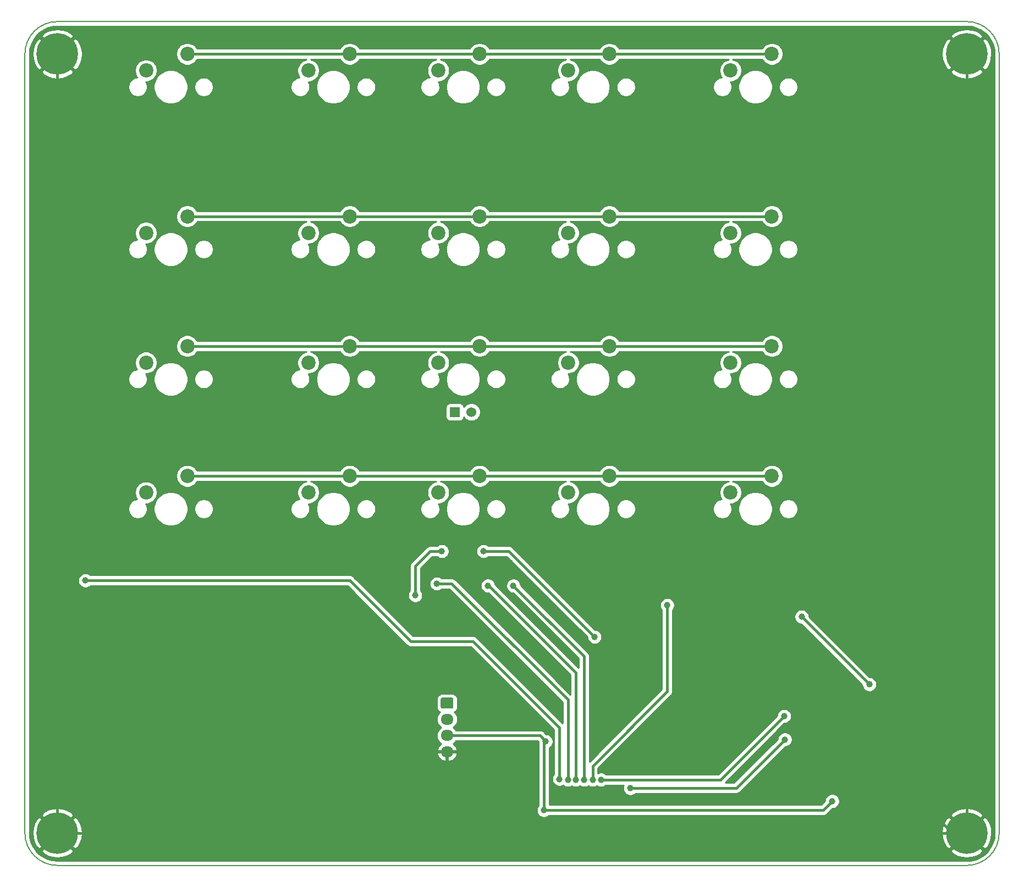
<source format=gbr>
%TF.GenerationSoftware,KiCad,Pcbnew,(5.1.9)-1*%
%TF.CreationDate,2021-06-10T16:35:11+02:00*%
%TF.ProjectId,08_Main_Gauche,30385f4d-6169-46e5-9f47-61756368652e,rev?*%
%TF.SameCoordinates,Original*%
%TF.FileFunction,Copper,L2,Bot*%
%TF.FilePolarity,Positive*%
%FSLAX46Y46*%
G04 Gerber Fmt 4.6, Leading zero omitted, Abs format (unit mm)*
G04 Created by KiCad (PCBNEW (5.1.9)-1) date 2021-06-10 16:35:11*
%MOMM*%
%LPD*%
G01*
G04 APERTURE LIST*
%TA.AperFunction,Profile*%
%ADD10C,0.150000*%
%TD*%
%TA.AperFunction,ComponentPad*%
%ADD11C,2.200000*%
%TD*%
%TA.AperFunction,ComponentPad*%
%ADD12C,0.800000*%
%TD*%
%TA.AperFunction,ComponentPad*%
%ADD13C,6.400000*%
%TD*%
%TA.AperFunction,ComponentPad*%
%ADD14O,1.950000X1.700000*%
%TD*%
%TA.AperFunction,ComponentPad*%
%ADD15R,1.524000X1.524000*%
%TD*%
%TA.AperFunction,ComponentPad*%
%ADD16C,1.524000*%
%TD*%
%TA.AperFunction,ViaPad*%
%ADD17C,1.000000*%
%TD*%
%TA.AperFunction,Conductor*%
%ADD18C,0.300000*%
%TD*%
%TA.AperFunction,Conductor*%
%ADD19C,0.400000*%
%TD*%
%TA.AperFunction,Conductor*%
%ADD20C,0.254000*%
%TD*%
%TA.AperFunction,Conductor*%
%ADD21C,0.100000*%
%TD*%
G04 APERTURE END LIST*
D10*
X185000000Y-15000000D02*
G75*
G02*
X190000000Y-20000000I0J-5000000D01*
G01*
X190000000Y-140000000D02*
G75*
G02*
X185000000Y-145000000I-5000000J0D01*
G01*
X45000000Y-145000000D02*
G75*
G02*
X40000000Y-140000000I0J5000000D01*
G01*
X40000000Y-20000000D02*
G75*
G02*
X45000000Y-15000000I5000000J0D01*
G01*
X40000000Y-140000000D02*
X40000000Y-20000000D01*
X185000000Y-145000000D02*
X45000000Y-145000000D01*
X190000000Y-20000000D02*
X190000000Y-140000000D01*
X45000000Y-15000000D02*
X185000000Y-15000000D01*
D11*
%TO.P,SW4,1*%
%TO.N,ROW3*%
X65000000Y-85000000D03*
%TO.P,SW4,2*%
%TO.N,Net-(D4-Pad2)*%
X58650000Y-87540000D03*
%TD*%
D12*
%TO.P,H2,1*%
%TO.N,GND*%
X186697056Y-138302944D03*
X185000000Y-137600000D03*
X183302944Y-138302944D03*
X182600000Y-140000000D03*
X183302944Y-141697056D03*
X185000000Y-142400000D03*
X186697056Y-141697056D03*
X187400000Y-140000000D03*
D13*
X185000000Y-140000000D03*
%TD*%
D12*
%TO.P,H1,1*%
%TO.N,GND*%
X46697056Y-18302944D03*
X45000000Y-17600000D03*
X43302944Y-18302944D03*
X42600000Y-20000000D03*
X43302944Y-21697056D03*
X45000000Y-22400000D03*
X46697056Y-21697056D03*
X47400000Y-20000000D03*
D13*
X45000000Y-20000000D03*
%TD*%
D12*
%TO.P,H3,1*%
%TO.N,GND*%
X186697056Y-18302944D03*
X185000000Y-17600000D03*
X183302944Y-18302944D03*
X182600000Y-20000000D03*
X183302944Y-21697056D03*
X185000000Y-22400000D03*
X186697056Y-21697056D03*
X187400000Y-20000000D03*
D13*
X185000000Y-20000000D03*
%TD*%
D12*
%TO.P,H4,1*%
%TO.N,GND*%
X46697056Y-138302944D03*
X45000000Y-137600000D03*
X43302944Y-138302944D03*
X42600000Y-140000000D03*
X43302944Y-141697056D03*
X45000000Y-142400000D03*
X46697056Y-141697056D03*
X47400000Y-140000000D03*
D13*
X45000000Y-140000000D03*
%TD*%
D14*
%TO.P,J1,4*%
%TO.N,GND*%
X105000000Y-127500000D03*
%TO.P,J1,3*%
%TO.N,3V3*%
X105000000Y-125000000D03*
%TO.P,J1,2*%
%TO.N,SCL*%
X105000000Y-122500000D03*
%TO.P,J1,1*%
%TO.N,SDA*%
%TA.AperFunction,ComponentPad*%
G36*
G01*
X104275000Y-119150000D02*
X105725000Y-119150000D01*
G75*
G02*
X105975000Y-119400000I0J-250000D01*
G01*
X105975000Y-120600000D01*
G75*
G02*
X105725000Y-120850000I-250000J0D01*
G01*
X104275000Y-120850000D01*
G75*
G02*
X104025000Y-120600000I0J250000D01*
G01*
X104025000Y-119400000D01*
G75*
G02*
X104275000Y-119150000I250000J0D01*
G01*
G37*
%TD.AperFunction*%
%TD*%
D11*
%TO.P,SW2,2*%
%TO.N,Net-(D2-Pad2)*%
X58650000Y-47540000D03*
%TO.P,SW2,1*%
%TO.N,ROW1*%
X65000000Y-45000000D03*
%TD*%
%TO.P,SW3,2*%
%TO.N,Net-(D3-Pad2)*%
X58650000Y-67540000D03*
%TO.P,SW3,1*%
%TO.N,ROW2*%
X65000000Y-65000000D03*
%TD*%
%TO.P,SW21,2*%
%TO.N,Net-(D20-Pad2)*%
X148650000Y-87540000D03*
%TO.P,SW21,1*%
%TO.N,ROW3*%
X155000000Y-85000000D03*
%TD*%
%TO.P,SW8,2*%
%TO.N,Net-(D8-Pad2)*%
X83650000Y-87540000D03*
%TO.P,SW8,1*%
%TO.N,ROW3*%
X90000000Y-85000000D03*
%TD*%
%TO.P,SW12,2*%
%TO.N,Net-(D12-Pad2)*%
X103650000Y-87540000D03*
%TO.P,SW12,1*%
%TO.N,ROW3*%
X110000000Y-85000000D03*
%TD*%
%TO.P,SW17,2*%
%TO.N,Net-(D16-Pad2)*%
X123650000Y-87540000D03*
%TO.P,SW17,1*%
%TO.N,ROW3*%
X130000000Y-85000000D03*
%TD*%
%TO.P,SW19,2*%
%TO.N,Net-(D18-Pad2)*%
X148650000Y-47540000D03*
%TO.P,SW19,1*%
%TO.N,ROW1*%
X155000000Y-45000000D03*
%TD*%
%TO.P,SW6,2*%
%TO.N,Net-(D6-Pad2)*%
X83650000Y-47540000D03*
%TO.P,SW6,1*%
%TO.N,ROW1*%
X90000000Y-45000000D03*
%TD*%
%TO.P,SW10,2*%
%TO.N,Net-(D10-Pad2)*%
X103650000Y-47540000D03*
%TO.P,SW10,1*%
%TO.N,ROW1*%
X110000000Y-45000000D03*
%TD*%
%TO.P,SW15,2*%
%TO.N,Net-(D14-Pad2)*%
X123650000Y-47540000D03*
%TO.P,SW15,1*%
%TO.N,ROW1*%
X130000000Y-45000000D03*
%TD*%
%TO.P,SW20,2*%
%TO.N,Net-(D19-Pad2)*%
X148650000Y-67540000D03*
%TO.P,SW20,1*%
%TO.N,ROW2*%
X155000000Y-65000000D03*
%TD*%
%TO.P,SW7,2*%
%TO.N,Net-(D7-Pad2)*%
X83650000Y-67540000D03*
%TO.P,SW7,1*%
%TO.N,ROW2*%
X90000000Y-65000000D03*
%TD*%
%TO.P,SW16,2*%
%TO.N,Net-(D15-Pad2)*%
X123650000Y-67540000D03*
%TO.P,SW16,1*%
%TO.N,ROW2*%
X130000000Y-65000000D03*
%TD*%
%TO.P,SW1,1*%
%TO.N,ROW0*%
X65000000Y-20000000D03*
%TO.P,SW1,2*%
%TO.N,Net-(D1-Pad2)*%
X58650000Y-22540000D03*
%TD*%
%TO.P,SW5,2*%
%TO.N,Net-(D5-Pad2)*%
X83650000Y-22540000D03*
%TO.P,SW5,1*%
%TO.N,ROW0*%
X90000000Y-20000000D03*
%TD*%
%TO.P,SW9,1*%
%TO.N,ROW0*%
X110000000Y-20000000D03*
%TO.P,SW9,2*%
%TO.N,Net-(D9-Pad2)*%
X103650000Y-22540000D03*
%TD*%
%TO.P,SW11,1*%
%TO.N,ROW2*%
X110000000Y-65000000D03*
%TO.P,SW11,2*%
%TO.N,Net-(D11-Pad2)*%
X103650000Y-67540000D03*
D15*
%TO.P,SW11,4*%
%TO.N,Net-(R8-Pad2)*%
X106190000Y-75160000D03*
D16*
%TO.P,SW11,3*%
%TO.N,led*%
X108730000Y-75160000D03*
%TD*%
D11*
%TO.P,SW14,2*%
%TO.N,Net-(D13-Pad2)*%
X123650000Y-22540000D03*
%TO.P,SW14,1*%
%TO.N,ROW0*%
X130000000Y-20000000D03*
%TD*%
%TO.P,SW18,1*%
%TO.N,ROW0*%
X155000000Y-20000000D03*
%TO.P,SW18,2*%
%TO.N,Net-(D17-Pad2)*%
X148650000Y-22540000D03*
%TD*%
D17*
%TO.N,GND*%
X102900000Y-135600000D03*
X102900000Y-131850000D03*
X102900000Y-139350000D03*
X135400000Y-129900000D03*
X132900000Y-140000000D03*
%TO.N,3V3*%
X120200000Y-125900000D03*
X119900000Y-136500000D03*
X164300000Y-135100000D03*
%TO.N,COL4*%
X138900000Y-104900000D03*
X127400000Y-131800000D03*
%TO.N,COL3*%
X126100000Y-131800000D03*
X115200000Y-101900000D03*
%TO.N,COL2*%
X124800000Y-131800000D03*
X111300000Y-101900000D03*
%TO.N,COL1*%
X123599997Y-131800000D03*
X103400000Y-101600000D03*
%TO.N,COL0*%
X122300000Y-131700000D03*
X49300000Y-101100000D03*
%TO.N,Net-(R8-Pad2)*%
X104200000Y-96600000D03*
X100100000Y-103400000D03*
%TO.N,haut*%
X156900000Y-122000000D03*
X128700000Y-131800000D03*
%TO.N,centre*%
X159600000Y-106700000D03*
X170000000Y-117100000D03*
%TO.N,gauche*%
X133200000Y-133100000D03*
X157000000Y-125600000D03*
%TO.N,led*%
X110600000Y-96600000D03*
X127700000Y-109800000D03*
%TD*%
D18*
%TO.N,GND*%
X102900000Y-135600000D02*
X102900000Y-131850000D01*
X102900000Y-139350000D02*
X102900000Y-135600000D01*
D19*
X45000000Y-20000000D02*
X45000000Y-140000000D01*
X185000000Y-20000000D02*
X185000000Y-140000000D01*
X135400000Y-129900000D02*
X139800000Y-129900000D01*
X139800000Y-129900000D02*
X152700000Y-117000000D01*
X152700000Y-117000000D02*
X159800000Y-117000000D01*
X182800000Y-140000000D02*
X185000000Y-140000000D01*
X159800000Y-117000000D02*
X182800000Y-140000000D01*
X113000000Y-140000000D02*
X132900000Y-140000000D01*
X132900000Y-140000000D02*
X185000000Y-140000000D01*
X102900000Y-139350000D02*
X102900000Y-140000000D01*
X102900000Y-140000000D02*
X113000000Y-140000000D01*
X45000000Y-140000000D02*
X102900000Y-140000000D01*
%TO.N,3V3*%
X119300000Y-125000000D02*
X105000000Y-125000000D01*
X120200000Y-125900000D02*
X119300000Y-125000000D01*
X119900000Y-126200000D02*
X120200000Y-125900000D01*
X119900000Y-136500000D02*
X119900000Y-126200000D01*
X162900000Y-136500000D02*
X164300000Y-135100000D01*
X119900000Y-136500000D02*
X162900000Y-136500000D01*
%TO.N,COL4*%
X138900000Y-104900000D02*
X138900000Y-118200000D01*
X127400000Y-129700000D02*
X127400000Y-131800000D01*
X138900000Y-118200000D02*
X127400000Y-129700000D01*
%TO.N,COL3*%
X115200000Y-101900000D02*
X126100000Y-112800000D01*
X126100000Y-112800000D02*
X126100000Y-113700000D01*
X126100000Y-131800000D02*
X126100000Y-113700000D01*
%TO.N,COL2*%
X124800000Y-131800000D02*
X124800000Y-117600000D01*
X124800000Y-117600000D02*
X124800000Y-115300000D01*
X111400000Y-101900000D02*
X111300000Y-101900000D01*
X124800000Y-115300000D02*
X111400000Y-101900000D01*
%TO.N,COL1*%
X123599997Y-131800000D02*
X123599997Y-123800003D01*
X123599997Y-123800003D02*
X123600000Y-123800000D01*
X123600000Y-123800000D02*
X123600000Y-119500000D01*
X123600000Y-119500000D02*
X105700000Y-101600000D01*
X105700000Y-101600000D02*
X103400000Y-101600000D01*
%TO.N,COL0*%
X122300000Y-123800000D02*
X122300000Y-131700000D01*
X109000000Y-110500000D02*
X122300000Y-123800000D01*
X90000000Y-101100000D02*
X99400000Y-110500000D01*
X99400000Y-110500000D02*
X109000000Y-110500000D01*
X49300000Y-101100000D02*
X90000000Y-101100000D01*
%TO.N,Net-(R8-Pad2)*%
X104200000Y-96600000D02*
X102400000Y-96600000D01*
X102400000Y-96600000D02*
X100100000Y-98900000D01*
X100100000Y-98900000D02*
X100100000Y-103400000D01*
%TO.N,ROW3*%
X90000000Y-85000000D02*
X65000000Y-85000000D01*
X90000000Y-85000000D02*
X110000000Y-85000000D01*
X110000000Y-85000000D02*
X130000000Y-85000000D01*
X130000000Y-85000000D02*
X155000000Y-85000000D01*
%TO.N,ROW2*%
X90000000Y-65000000D02*
X65000000Y-65000000D01*
X103330002Y-65000000D02*
X110000000Y-65000000D01*
X90000000Y-65000000D02*
X103330002Y-65000000D01*
X110000000Y-65000000D02*
X130000000Y-65000000D01*
X130000000Y-65000000D02*
X155000000Y-65000000D01*
%TO.N,ROW1*%
X65000000Y-45000000D02*
X90000000Y-45000000D01*
X90000000Y-45000000D02*
X110000000Y-45000000D01*
X110000000Y-45000000D02*
X130000000Y-45000000D01*
X130000000Y-45000000D02*
X155000000Y-45000000D01*
%TO.N,ROW0*%
X65000000Y-20000000D02*
X90000000Y-20000000D01*
X90000000Y-20000000D02*
X110000000Y-20000000D01*
X110000000Y-20000000D02*
X130000000Y-20000000D01*
X130000000Y-20000000D02*
X155000000Y-20000000D01*
%TO.N,haut*%
X156900000Y-122000000D02*
X147100000Y-131800000D01*
X147100000Y-131800000D02*
X128700000Y-131800000D01*
%TO.N,centre*%
X159600000Y-106700000D02*
X170000000Y-117100000D01*
%TO.N,gauche*%
X133200000Y-133100000D02*
X149500000Y-133100000D01*
X149500000Y-133100000D02*
X157000000Y-125600000D01*
%TO.N,led*%
X112400000Y-96600000D02*
X110400000Y-96600000D01*
X114500000Y-96600000D02*
X116150000Y-98250000D01*
X110600000Y-96600000D02*
X114500000Y-96600000D01*
X116150000Y-98250000D02*
X114600000Y-96700000D01*
X127700000Y-109800000D02*
X116150000Y-98250000D01*
%TD*%
D20*
%TO.N,GND*%
X185759192Y-15780578D02*
X186494389Y-15981705D01*
X187182351Y-16309846D01*
X187801331Y-16754628D01*
X188331761Y-17301988D01*
X188756884Y-17934639D01*
X189063251Y-18632561D01*
X189242499Y-19379183D01*
X189290000Y-20026030D01*
X189290001Y-139968370D01*
X189219422Y-140759193D01*
X189018295Y-141494389D01*
X188690152Y-142182355D01*
X188245374Y-142801328D01*
X187698012Y-143331761D01*
X187065362Y-143756883D01*
X186367439Y-144063251D01*
X185620819Y-144242499D01*
X184973970Y-144290000D01*
X45031618Y-144290000D01*
X44240807Y-144219422D01*
X43505611Y-144018295D01*
X42817645Y-143690152D01*
X42198672Y-143245374D01*
X41671020Y-142700881D01*
X42478724Y-142700881D01*
X42838912Y-143190548D01*
X43502882Y-143550849D01*
X44224385Y-143774694D01*
X44975695Y-143853480D01*
X45727938Y-143784178D01*
X46452208Y-143569452D01*
X47120670Y-143217555D01*
X47161088Y-143190548D01*
X47521276Y-142700881D01*
X182478724Y-142700881D01*
X182838912Y-143190548D01*
X183502882Y-143550849D01*
X184224385Y-143774694D01*
X184975695Y-143853480D01*
X185727938Y-143784178D01*
X186452208Y-143569452D01*
X187120670Y-143217555D01*
X187161088Y-143190548D01*
X187521276Y-142700881D01*
X185000000Y-140179605D01*
X182478724Y-142700881D01*
X47521276Y-142700881D01*
X45000000Y-140179605D01*
X42478724Y-142700881D01*
X41671020Y-142700881D01*
X41668239Y-142698012D01*
X41243117Y-142065362D01*
X40936749Y-141367439D01*
X40757501Y-140620819D01*
X40710127Y-139975695D01*
X41146520Y-139975695D01*
X41215822Y-140727938D01*
X41430548Y-141452208D01*
X41782445Y-142120670D01*
X41809452Y-142161088D01*
X42299119Y-142521276D01*
X44820395Y-140000000D01*
X45179605Y-140000000D01*
X47700881Y-142521276D01*
X48190548Y-142161088D01*
X48550849Y-141497118D01*
X48774694Y-140775615D01*
X48853480Y-140024305D01*
X48849002Y-139975695D01*
X181146520Y-139975695D01*
X181215822Y-140727938D01*
X181430548Y-141452208D01*
X181782445Y-142120670D01*
X181809452Y-142161088D01*
X182299119Y-142521276D01*
X184820395Y-140000000D01*
X185179605Y-140000000D01*
X187700881Y-142521276D01*
X188190548Y-142161088D01*
X188550849Y-141497118D01*
X188774694Y-140775615D01*
X188853480Y-140024305D01*
X188784178Y-139272062D01*
X188569452Y-138547792D01*
X188217555Y-137879330D01*
X188190548Y-137838912D01*
X187700881Y-137478724D01*
X185179605Y-140000000D01*
X184820395Y-140000000D01*
X182299119Y-137478724D01*
X181809452Y-137838912D01*
X181449151Y-138502882D01*
X181225306Y-139224385D01*
X181146520Y-139975695D01*
X48849002Y-139975695D01*
X48784178Y-139272062D01*
X48569452Y-138547792D01*
X48217555Y-137879330D01*
X48190548Y-137838912D01*
X47700881Y-137478724D01*
X45179605Y-140000000D01*
X44820395Y-140000000D01*
X42299119Y-137478724D01*
X41809452Y-137838912D01*
X41449151Y-138502882D01*
X41225306Y-139224385D01*
X41146520Y-139975695D01*
X40710127Y-139975695D01*
X40710000Y-139973970D01*
X40710000Y-137299119D01*
X42478724Y-137299119D01*
X45000000Y-139820395D01*
X47521276Y-137299119D01*
X47161088Y-136809452D01*
X46497118Y-136449151D01*
X45775615Y-136225306D01*
X45024305Y-136146520D01*
X44272062Y-136215822D01*
X43547792Y-136430548D01*
X42879330Y-136782445D01*
X42838912Y-136809452D01*
X42478724Y-137299119D01*
X40710000Y-137299119D01*
X40710000Y-127856890D01*
X103433524Y-127856890D01*
X103525648Y-128119858D01*
X103672504Y-128371193D01*
X103865571Y-128589049D01*
X104097430Y-128765053D01*
X104359170Y-128892442D01*
X104640733Y-128966320D01*
X104873000Y-128826165D01*
X104873000Y-127627000D01*
X105127000Y-127627000D01*
X105127000Y-128826165D01*
X105359267Y-128966320D01*
X105640830Y-128892442D01*
X105902570Y-128765053D01*
X106134429Y-128589049D01*
X106327496Y-128371193D01*
X106474352Y-128119858D01*
X106566476Y-127856890D01*
X106445155Y-127627000D01*
X105127000Y-127627000D01*
X104873000Y-127627000D01*
X103554845Y-127627000D01*
X103433524Y-127856890D01*
X40710000Y-127856890D01*
X40710000Y-122500000D01*
X103382815Y-122500000D01*
X103411487Y-122791111D01*
X103496401Y-123071034D01*
X103634294Y-123329014D01*
X103819866Y-123555134D01*
X104045986Y-123740706D01*
X104063374Y-123750000D01*
X104045986Y-123759294D01*
X103819866Y-123944866D01*
X103634294Y-124170986D01*
X103496401Y-124428966D01*
X103411487Y-124708889D01*
X103382815Y-125000000D01*
X103411487Y-125291111D01*
X103496401Y-125571034D01*
X103634294Y-125829014D01*
X103819866Y-126055134D01*
X104045986Y-126240706D01*
X104071722Y-126254462D01*
X103865571Y-126410951D01*
X103672504Y-126628807D01*
X103525648Y-126880142D01*
X103433524Y-127143110D01*
X103554845Y-127373000D01*
X104873000Y-127373000D01*
X104873000Y-127353000D01*
X105127000Y-127353000D01*
X105127000Y-127373000D01*
X106445155Y-127373000D01*
X106566476Y-127143110D01*
X106474352Y-126880142D01*
X106327496Y-126628807D01*
X106134429Y-126410951D01*
X105928278Y-126254462D01*
X105954014Y-126240706D01*
X106180134Y-126055134D01*
X106360793Y-125835000D01*
X118954133Y-125835000D01*
X119065000Y-125945867D01*
X119065000Y-126011788D01*
X119074696Y-126060535D01*
X119060960Y-126200000D01*
X119065001Y-126241029D01*
X119065000Y-135729868D01*
X119018388Y-135776480D01*
X118894176Y-135962376D01*
X118808617Y-136168933D01*
X118765000Y-136388212D01*
X118765000Y-136611788D01*
X118808617Y-136831067D01*
X118894176Y-137037624D01*
X119018388Y-137223520D01*
X119176480Y-137381612D01*
X119362376Y-137505824D01*
X119568933Y-137591383D01*
X119788212Y-137635000D01*
X120011788Y-137635000D01*
X120231067Y-137591383D01*
X120437624Y-137505824D01*
X120623520Y-137381612D01*
X120670132Y-137335000D01*
X162858982Y-137335000D01*
X162900000Y-137339040D01*
X162941018Y-137335000D01*
X162941019Y-137335000D01*
X163063689Y-137322918D01*
X163142144Y-137299119D01*
X182478724Y-137299119D01*
X185000000Y-139820395D01*
X187521276Y-137299119D01*
X187161088Y-136809452D01*
X186497118Y-136449151D01*
X185775615Y-136225306D01*
X185024305Y-136146520D01*
X184272062Y-136215822D01*
X183547792Y-136430548D01*
X182879330Y-136782445D01*
X182838912Y-136809452D01*
X182478724Y-137299119D01*
X163142144Y-137299119D01*
X163221087Y-137275172D01*
X163366146Y-137197636D01*
X163493291Y-137093291D01*
X163519446Y-137061421D01*
X164345868Y-136235000D01*
X164411788Y-136235000D01*
X164631067Y-136191383D01*
X164837624Y-136105824D01*
X165023520Y-135981612D01*
X165181612Y-135823520D01*
X165305824Y-135637624D01*
X165391383Y-135431067D01*
X165435000Y-135211788D01*
X165435000Y-134988212D01*
X165391383Y-134768933D01*
X165305824Y-134562376D01*
X165181612Y-134376480D01*
X165023520Y-134218388D01*
X164837624Y-134094176D01*
X164631067Y-134008617D01*
X164411788Y-133965000D01*
X164188212Y-133965000D01*
X163968933Y-134008617D01*
X163762376Y-134094176D01*
X163576480Y-134218388D01*
X163418388Y-134376480D01*
X163294176Y-134562376D01*
X163208617Y-134768933D01*
X163165000Y-134988212D01*
X163165000Y-135054132D01*
X162554133Y-135665000D01*
X120735000Y-135665000D01*
X120735000Y-126906911D01*
X120737624Y-126905824D01*
X120923520Y-126781612D01*
X121081612Y-126623520D01*
X121205824Y-126437624D01*
X121291383Y-126231067D01*
X121335000Y-126011788D01*
X121335000Y-125788212D01*
X121291383Y-125568933D01*
X121205824Y-125362376D01*
X121081612Y-125176480D01*
X120923520Y-125018388D01*
X120737624Y-124894176D01*
X120531067Y-124808617D01*
X120311788Y-124765000D01*
X120245867Y-124765000D01*
X119919446Y-124438579D01*
X119893291Y-124406709D01*
X119766146Y-124302364D01*
X119621087Y-124224828D01*
X119463689Y-124177082D01*
X119341019Y-124165000D01*
X119341018Y-124165000D01*
X119300000Y-124160960D01*
X119258982Y-124165000D01*
X106360793Y-124165000D01*
X106180134Y-123944866D01*
X105954014Y-123759294D01*
X105936626Y-123750000D01*
X105954014Y-123740706D01*
X106180134Y-123555134D01*
X106365706Y-123329014D01*
X106503599Y-123071034D01*
X106588513Y-122791111D01*
X106617185Y-122500000D01*
X106588513Y-122208889D01*
X106503599Y-121928966D01*
X106365706Y-121670986D01*
X106180134Y-121444866D01*
X106116663Y-121392777D01*
X106218386Y-121338405D01*
X106352962Y-121227962D01*
X106463405Y-121093386D01*
X106545472Y-120939850D01*
X106596008Y-120773254D01*
X106613072Y-120600000D01*
X106613072Y-119400000D01*
X106596008Y-119226746D01*
X106545472Y-119060150D01*
X106463405Y-118906614D01*
X106352962Y-118772038D01*
X106218386Y-118661595D01*
X106064850Y-118579528D01*
X105898254Y-118528992D01*
X105725000Y-118511928D01*
X104275000Y-118511928D01*
X104101746Y-118528992D01*
X103935150Y-118579528D01*
X103781614Y-118661595D01*
X103647038Y-118772038D01*
X103536595Y-118906614D01*
X103454528Y-119060150D01*
X103403992Y-119226746D01*
X103386928Y-119400000D01*
X103386928Y-120600000D01*
X103403992Y-120773254D01*
X103454528Y-120939850D01*
X103536595Y-121093386D01*
X103647038Y-121227962D01*
X103781614Y-121338405D01*
X103883337Y-121392777D01*
X103819866Y-121444866D01*
X103634294Y-121670986D01*
X103496401Y-121928966D01*
X103411487Y-122208889D01*
X103382815Y-122500000D01*
X40710000Y-122500000D01*
X40710000Y-100988212D01*
X48165000Y-100988212D01*
X48165000Y-101211788D01*
X48208617Y-101431067D01*
X48294176Y-101637624D01*
X48418388Y-101823520D01*
X48576480Y-101981612D01*
X48762376Y-102105824D01*
X48968933Y-102191383D01*
X49188212Y-102235000D01*
X49411788Y-102235000D01*
X49631067Y-102191383D01*
X49837624Y-102105824D01*
X50023520Y-101981612D01*
X50070132Y-101935000D01*
X89654133Y-101935000D01*
X98780559Y-111061427D01*
X98806709Y-111093291D01*
X98933854Y-111197636D01*
X99078913Y-111275172D01*
X99236311Y-111322918D01*
X99358981Y-111335000D01*
X99358991Y-111335000D01*
X99399999Y-111339039D01*
X99441007Y-111335000D01*
X108654133Y-111335000D01*
X121465000Y-124145868D01*
X121465001Y-130929867D01*
X121418388Y-130976480D01*
X121294176Y-131162376D01*
X121208617Y-131368933D01*
X121165000Y-131588212D01*
X121165000Y-131811788D01*
X121208617Y-132031067D01*
X121294176Y-132237624D01*
X121418388Y-132423520D01*
X121576480Y-132581612D01*
X121762376Y-132705824D01*
X121968933Y-132791383D01*
X122188212Y-132835000D01*
X122411788Y-132835000D01*
X122631067Y-132791383D01*
X122837624Y-132705824D01*
X122875429Y-132680564D01*
X122876477Y-132681612D01*
X123062373Y-132805824D01*
X123268930Y-132891383D01*
X123488209Y-132935000D01*
X123711785Y-132935000D01*
X123931064Y-132891383D01*
X124137621Y-132805824D01*
X124199999Y-132764145D01*
X124262376Y-132805824D01*
X124468933Y-132891383D01*
X124688212Y-132935000D01*
X124911788Y-132935000D01*
X125131067Y-132891383D01*
X125337624Y-132805824D01*
X125450000Y-132730737D01*
X125562376Y-132805824D01*
X125768933Y-132891383D01*
X125988212Y-132935000D01*
X126211788Y-132935000D01*
X126431067Y-132891383D01*
X126637624Y-132805824D01*
X126750000Y-132730737D01*
X126862376Y-132805824D01*
X127068933Y-132891383D01*
X127288212Y-132935000D01*
X127511788Y-132935000D01*
X127731067Y-132891383D01*
X127937624Y-132805824D01*
X128050000Y-132730737D01*
X128162376Y-132805824D01*
X128368933Y-132891383D01*
X128588212Y-132935000D01*
X128811788Y-132935000D01*
X129031067Y-132891383D01*
X129237624Y-132805824D01*
X129423520Y-132681612D01*
X129470132Y-132635000D01*
X132164094Y-132635000D01*
X132108617Y-132768933D01*
X132065000Y-132988212D01*
X132065000Y-133211788D01*
X132108617Y-133431067D01*
X132194176Y-133637624D01*
X132318388Y-133823520D01*
X132476480Y-133981612D01*
X132662376Y-134105824D01*
X132868933Y-134191383D01*
X133088212Y-134235000D01*
X133311788Y-134235000D01*
X133531067Y-134191383D01*
X133737624Y-134105824D01*
X133923520Y-133981612D01*
X133970132Y-133935000D01*
X149458982Y-133935000D01*
X149500000Y-133939040D01*
X149541018Y-133935000D01*
X149541019Y-133935000D01*
X149663689Y-133922918D01*
X149821087Y-133875172D01*
X149966146Y-133797636D01*
X150093291Y-133693291D01*
X150119446Y-133661421D01*
X157045869Y-126735000D01*
X157111788Y-126735000D01*
X157331067Y-126691383D01*
X157537624Y-126605824D01*
X157723520Y-126481612D01*
X157881612Y-126323520D01*
X158005824Y-126137624D01*
X158091383Y-125931067D01*
X158135000Y-125711788D01*
X158135000Y-125488212D01*
X158091383Y-125268933D01*
X158005824Y-125062376D01*
X157881612Y-124876480D01*
X157723520Y-124718388D01*
X157537624Y-124594176D01*
X157331067Y-124508617D01*
X157111788Y-124465000D01*
X156888212Y-124465000D01*
X156668933Y-124508617D01*
X156462376Y-124594176D01*
X156276480Y-124718388D01*
X156118388Y-124876480D01*
X155994176Y-125062376D01*
X155908617Y-125268933D01*
X155865000Y-125488212D01*
X155865000Y-125554131D01*
X149154133Y-132265000D01*
X147815867Y-132265000D01*
X156945869Y-123135000D01*
X157011788Y-123135000D01*
X157231067Y-123091383D01*
X157437624Y-123005824D01*
X157623520Y-122881612D01*
X157781612Y-122723520D01*
X157905824Y-122537624D01*
X157991383Y-122331067D01*
X158035000Y-122111788D01*
X158035000Y-121888212D01*
X157991383Y-121668933D01*
X157905824Y-121462376D01*
X157781612Y-121276480D01*
X157623520Y-121118388D01*
X157437624Y-120994176D01*
X157231067Y-120908617D01*
X157011788Y-120865000D01*
X156788212Y-120865000D01*
X156568933Y-120908617D01*
X156362376Y-120994176D01*
X156176480Y-121118388D01*
X156018388Y-121276480D01*
X155894176Y-121462376D01*
X155808617Y-121668933D01*
X155765000Y-121888212D01*
X155765000Y-121954131D01*
X146754133Y-130965000D01*
X129470132Y-130965000D01*
X129423520Y-130918388D01*
X129237624Y-130794176D01*
X129031067Y-130708617D01*
X128811788Y-130665000D01*
X128588212Y-130665000D01*
X128368933Y-130708617D01*
X128235000Y-130764094D01*
X128235000Y-130045867D01*
X139461427Y-118819441D01*
X139493291Y-118793291D01*
X139597636Y-118666146D01*
X139675172Y-118521087D01*
X139722918Y-118363689D01*
X139735000Y-118241019D01*
X139739040Y-118200000D01*
X139735000Y-118158982D01*
X139735000Y-106588212D01*
X158465000Y-106588212D01*
X158465000Y-106811788D01*
X158508617Y-107031067D01*
X158594176Y-107237624D01*
X158718388Y-107423520D01*
X158876480Y-107581612D01*
X159062376Y-107705824D01*
X159268933Y-107791383D01*
X159488212Y-107835000D01*
X159554133Y-107835000D01*
X168865000Y-117145868D01*
X168865000Y-117211788D01*
X168908617Y-117431067D01*
X168994176Y-117637624D01*
X169118388Y-117823520D01*
X169276480Y-117981612D01*
X169462376Y-118105824D01*
X169668933Y-118191383D01*
X169888212Y-118235000D01*
X170111788Y-118235000D01*
X170331067Y-118191383D01*
X170537624Y-118105824D01*
X170723520Y-117981612D01*
X170881612Y-117823520D01*
X171005824Y-117637624D01*
X171091383Y-117431067D01*
X171135000Y-117211788D01*
X171135000Y-116988212D01*
X171091383Y-116768933D01*
X171005824Y-116562376D01*
X170881612Y-116376480D01*
X170723520Y-116218388D01*
X170537624Y-116094176D01*
X170331067Y-116008617D01*
X170111788Y-115965000D01*
X170045868Y-115965000D01*
X160735000Y-106654133D01*
X160735000Y-106588212D01*
X160691383Y-106368933D01*
X160605824Y-106162376D01*
X160481612Y-105976480D01*
X160323520Y-105818388D01*
X160137624Y-105694176D01*
X159931067Y-105608617D01*
X159711788Y-105565000D01*
X159488212Y-105565000D01*
X159268933Y-105608617D01*
X159062376Y-105694176D01*
X158876480Y-105818388D01*
X158718388Y-105976480D01*
X158594176Y-106162376D01*
X158508617Y-106368933D01*
X158465000Y-106588212D01*
X139735000Y-106588212D01*
X139735000Y-105670132D01*
X139781612Y-105623520D01*
X139905824Y-105437624D01*
X139991383Y-105231067D01*
X140035000Y-105011788D01*
X140035000Y-104788212D01*
X139991383Y-104568933D01*
X139905824Y-104362376D01*
X139781612Y-104176480D01*
X139623520Y-104018388D01*
X139437624Y-103894176D01*
X139231067Y-103808617D01*
X139011788Y-103765000D01*
X138788212Y-103765000D01*
X138568933Y-103808617D01*
X138362376Y-103894176D01*
X138176480Y-104018388D01*
X138018388Y-104176480D01*
X137894176Y-104362376D01*
X137808617Y-104568933D01*
X137765000Y-104788212D01*
X137765000Y-105011788D01*
X137808617Y-105231067D01*
X137894176Y-105437624D01*
X138018388Y-105623520D01*
X138065000Y-105670132D01*
X138065001Y-117854131D01*
X126935000Y-128984133D01*
X126935000Y-112841018D01*
X126939040Y-112800000D01*
X126922918Y-112636311D01*
X126875172Y-112478913D01*
X126797636Y-112333854D01*
X126719439Y-112238570D01*
X126719437Y-112238568D01*
X126693291Y-112206709D01*
X126661433Y-112180564D01*
X116335000Y-101854133D01*
X116335000Y-101788212D01*
X116291383Y-101568933D01*
X116205824Y-101362376D01*
X116081612Y-101176480D01*
X115923520Y-101018388D01*
X115737624Y-100894176D01*
X115531067Y-100808617D01*
X115311788Y-100765000D01*
X115088212Y-100765000D01*
X114868933Y-100808617D01*
X114662376Y-100894176D01*
X114476480Y-101018388D01*
X114318388Y-101176480D01*
X114194176Y-101362376D01*
X114108617Y-101568933D01*
X114065000Y-101788212D01*
X114065000Y-102011788D01*
X114108617Y-102231067D01*
X114194176Y-102437624D01*
X114318388Y-102623520D01*
X114476480Y-102781612D01*
X114662376Y-102905824D01*
X114868933Y-102991383D01*
X115088212Y-103035000D01*
X115154133Y-103035000D01*
X125265000Y-113145869D01*
X125265000Y-113741019D01*
X125265001Y-113741029D01*
X125265001Y-114584132D01*
X112426538Y-101745671D01*
X112391383Y-101568933D01*
X112305824Y-101362376D01*
X112181612Y-101176480D01*
X112023520Y-101018388D01*
X111837624Y-100894176D01*
X111631067Y-100808617D01*
X111411788Y-100765000D01*
X111188212Y-100765000D01*
X110968933Y-100808617D01*
X110762376Y-100894176D01*
X110576480Y-101018388D01*
X110418388Y-101176480D01*
X110294176Y-101362376D01*
X110208617Y-101568933D01*
X110165000Y-101788212D01*
X110165000Y-102011788D01*
X110208617Y-102231067D01*
X110294176Y-102437624D01*
X110418388Y-102623520D01*
X110576480Y-102781612D01*
X110762376Y-102905824D01*
X110968933Y-102991383D01*
X111188212Y-103035000D01*
X111354133Y-103035000D01*
X123965001Y-115645870D01*
X123965000Y-117641018D01*
X123965001Y-117641028D01*
X123965001Y-118684132D01*
X106319446Y-101038579D01*
X106293291Y-101006709D01*
X106166146Y-100902364D01*
X106021087Y-100824828D01*
X105863689Y-100777082D01*
X105741019Y-100765000D01*
X105741018Y-100765000D01*
X105700000Y-100760960D01*
X105658982Y-100765000D01*
X104170132Y-100765000D01*
X104123520Y-100718388D01*
X103937624Y-100594176D01*
X103731067Y-100508617D01*
X103511788Y-100465000D01*
X103288212Y-100465000D01*
X103068933Y-100508617D01*
X102862376Y-100594176D01*
X102676480Y-100718388D01*
X102518388Y-100876480D01*
X102394176Y-101062376D01*
X102308617Y-101268933D01*
X102265000Y-101488212D01*
X102265000Y-101711788D01*
X102308617Y-101931067D01*
X102394176Y-102137624D01*
X102518388Y-102323520D01*
X102676480Y-102481612D01*
X102862376Y-102605824D01*
X103068933Y-102691383D01*
X103288212Y-102735000D01*
X103511788Y-102735000D01*
X103731067Y-102691383D01*
X103937624Y-102605824D01*
X104123520Y-102481612D01*
X104170132Y-102435000D01*
X105354133Y-102435000D01*
X122765001Y-119845870D01*
X122765000Y-123084132D01*
X109619446Y-109938579D01*
X109593291Y-109906709D01*
X109466146Y-109802364D01*
X109321087Y-109724828D01*
X109163689Y-109677082D01*
X109041019Y-109665000D01*
X109041018Y-109665000D01*
X109000000Y-109660960D01*
X108958982Y-109665000D01*
X99745868Y-109665000D01*
X93369080Y-103288212D01*
X98965000Y-103288212D01*
X98965000Y-103511788D01*
X99008617Y-103731067D01*
X99094176Y-103937624D01*
X99218388Y-104123520D01*
X99376480Y-104281612D01*
X99562376Y-104405824D01*
X99768933Y-104491383D01*
X99988212Y-104535000D01*
X100211788Y-104535000D01*
X100431067Y-104491383D01*
X100637624Y-104405824D01*
X100823520Y-104281612D01*
X100981612Y-104123520D01*
X101105824Y-103937624D01*
X101191383Y-103731067D01*
X101235000Y-103511788D01*
X101235000Y-103288212D01*
X101191383Y-103068933D01*
X101105824Y-102862376D01*
X100981612Y-102676480D01*
X100935000Y-102629868D01*
X100935000Y-99245867D01*
X102745868Y-97435000D01*
X103429868Y-97435000D01*
X103476480Y-97481612D01*
X103662376Y-97605824D01*
X103868933Y-97691383D01*
X104088212Y-97735000D01*
X104311788Y-97735000D01*
X104531067Y-97691383D01*
X104737624Y-97605824D01*
X104923520Y-97481612D01*
X105081612Y-97323520D01*
X105205824Y-97137624D01*
X105291383Y-96931067D01*
X105335000Y-96711788D01*
X105335000Y-96488212D01*
X109465000Y-96488212D01*
X109465000Y-96711788D01*
X109508617Y-96931067D01*
X109594176Y-97137624D01*
X109718388Y-97323520D01*
X109876480Y-97481612D01*
X110062376Y-97605824D01*
X110268933Y-97691383D01*
X110488212Y-97735000D01*
X110711788Y-97735000D01*
X110931067Y-97691383D01*
X111137624Y-97605824D01*
X111323520Y-97481612D01*
X111370132Y-97435000D01*
X114154133Y-97435000D01*
X114796214Y-98077082D01*
X115588570Y-98869438D01*
X115588576Y-98869443D01*
X126565000Y-109845869D01*
X126565000Y-109911788D01*
X126608617Y-110131067D01*
X126694176Y-110337624D01*
X126818388Y-110523520D01*
X126976480Y-110681612D01*
X127162376Y-110805824D01*
X127368933Y-110891383D01*
X127588212Y-110935000D01*
X127811788Y-110935000D01*
X128031067Y-110891383D01*
X128237624Y-110805824D01*
X128423520Y-110681612D01*
X128581612Y-110523520D01*
X128705824Y-110337624D01*
X128791383Y-110131067D01*
X128835000Y-109911788D01*
X128835000Y-109688212D01*
X128791383Y-109468933D01*
X128705824Y-109262376D01*
X128581612Y-109076480D01*
X128423520Y-108918388D01*
X128237624Y-108794176D01*
X128031067Y-108708617D01*
X127811788Y-108665000D01*
X127745869Y-108665000D01*
X116769443Y-97688576D01*
X116769438Y-97688570D01*
X116001954Y-96921086D01*
X115119446Y-96038579D01*
X115093291Y-96006709D01*
X114966146Y-95902364D01*
X114821087Y-95824828D01*
X114663689Y-95777082D01*
X114541019Y-95765000D01*
X114541018Y-95765000D01*
X114500000Y-95760960D01*
X114458982Y-95765000D01*
X111370132Y-95765000D01*
X111323520Y-95718388D01*
X111137624Y-95594176D01*
X110931067Y-95508617D01*
X110711788Y-95465000D01*
X110488212Y-95465000D01*
X110268933Y-95508617D01*
X110062376Y-95594176D01*
X109876480Y-95718388D01*
X109718388Y-95876480D01*
X109594176Y-96062376D01*
X109508617Y-96268933D01*
X109465000Y-96488212D01*
X105335000Y-96488212D01*
X105291383Y-96268933D01*
X105205824Y-96062376D01*
X105081612Y-95876480D01*
X104923520Y-95718388D01*
X104737624Y-95594176D01*
X104531067Y-95508617D01*
X104311788Y-95465000D01*
X104088212Y-95465000D01*
X103868933Y-95508617D01*
X103662376Y-95594176D01*
X103476480Y-95718388D01*
X103429868Y-95765000D01*
X102441018Y-95765000D01*
X102399999Y-95760960D01*
X102358981Y-95765000D01*
X102236311Y-95777082D01*
X102078913Y-95824828D01*
X101933854Y-95902364D01*
X101806709Y-96006709D01*
X101780559Y-96038573D01*
X99538579Y-98280554D01*
X99506709Y-98306709D01*
X99402365Y-98433854D01*
X99402364Y-98433855D01*
X99324828Y-98578914D01*
X99277082Y-98736312D01*
X99260960Y-98900000D01*
X99265000Y-98941019D01*
X99265001Y-102629867D01*
X99218388Y-102676480D01*
X99094176Y-102862376D01*
X99008617Y-103068933D01*
X98965000Y-103288212D01*
X93369080Y-103288212D01*
X90619446Y-100538579D01*
X90593291Y-100506709D01*
X90466146Y-100402364D01*
X90321087Y-100324828D01*
X90163689Y-100277082D01*
X90041019Y-100265000D01*
X90041018Y-100265000D01*
X90000000Y-100260960D01*
X89958982Y-100265000D01*
X50070132Y-100265000D01*
X50023520Y-100218388D01*
X49837624Y-100094176D01*
X49631067Y-100008617D01*
X49411788Y-99965000D01*
X49188212Y-99965000D01*
X48968933Y-100008617D01*
X48762376Y-100094176D01*
X48576480Y-100218388D01*
X48418388Y-100376480D01*
X48294176Y-100562376D01*
X48208617Y-100768933D01*
X48165000Y-100988212D01*
X40710000Y-100988212D01*
X40710000Y-89933740D01*
X55895000Y-89933740D01*
X55895000Y-90226260D01*
X55952068Y-90513158D01*
X56064010Y-90783411D01*
X56226525Y-91026632D01*
X56433368Y-91233475D01*
X56676589Y-91395990D01*
X56946842Y-91507932D01*
X57233740Y-91565000D01*
X57526260Y-91565000D01*
X57813158Y-91507932D01*
X58083411Y-91395990D01*
X58326632Y-91233475D01*
X58533475Y-91026632D01*
X58695990Y-90783411D01*
X58807932Y-90513158D01*
X58865000Y-90226260D01*
X58865000Y-89933740D01*
X58842471Y-89820475D01*
X59825000Y-89820475D01*
X59825000Y-90339525D01*
X59926261Y-90848601D01*
X60124893Y-91328141D01*
X60413262Y-91759715D01*
X60780285Y-92126738D01*
X61211859Y-92415107D01*
X61691399Y-92613739D01*
X62200475Y-92715000D01*
X62719525Y-92715000D01*
X63228601Y-92613739D01*
X63708141Y-92415107D01*
X64139715Y-92126738D01*
X64506738Y-91759715D01*
X64795107Y-91328141D01*
X64993739Y-90848601D01*
X65095000Y-90339525D01*
X65095000Y-89933740D01*
X66055000Y-89933740D01*
X66055000Y-90226260D01*
X66112068Y-90513158D01*
X66224010Y-90783411D01*
X66386525Y-91026632D01*
X66593368Y-91233475D01*
X66836589Y-91395990D01*
X67106842Y-91507932D01*
X67393740Y-91565000D01*
X67686260Y-91565000D01*
X67973158Y-91507932D01*
X68243411Y-91395990D01*
X68486632Y-91233475D01*
X68693475Y-91026632D01*
X68855990Y-90783411D01*
X68967932Y-90513158D01*
X69025000Y-90226260D01*
X69025000Y-89933740D01*
X68967932Y-89646842D01*
X68855990Y-89376589D01*
X68693475Y-89133368D01*
X68486632Y-88926525D01*
X68243411Y-88764010D01*
X67973158Y-88652068D01*
X67686260Y-88595000D01*
X67393740Y-88595000D01*
X67106842Y-88652068D01*
X66836589Y-88764010D01*
X66593368Y-88926525D01*
X66386525Y-89133368D01*
X66224010Y-89376589D01*
X66112068Y-89646842D01*
X66055000Y-89933740D01*
X65095000Y-89933740D01*
X65095000Y-89820475D01*
X64993739Y-89311399D01*
X64795107Y-88831859D01*
X64506738Y-88400285D01*
X64139715Y-88033262D01*
X63708141Y-87744893D01*
X63228601Y-87546261D01*
X62719525Y-87445000D01*
X62200475Y-87445000D01*
X61691399Y-87546261D01*
X61211859Y-87744893D01*
X60780285Y-88033262D01*
X60413262Y-88400285D01*
X60124893Y-88831859D01*
X59926261Y-89311399D01*
X59825000Y-89820475D01*
X58842471Y-89820475D01*
X58807932Y-89646842D01*
X58695990Y-89376589D01*
X58628110Y-89275000D01*
X58820883Y-89275000D01*
X59156081Y-89208325D01*
X59471831Y-89077537D01*
X59755998Y-88887663D01*
X59997663Y-88645998D01*
X60187537Y-88361831D01*
X60318325Y-88046081D01*
X60385000Y-87710883D01*
X60385000Y-87369117D01*
X60318325Y-87033919D01*
X60187537Y-86718169D01*
X59997663Y-86434002D01*
X59755998Y-86192337D01*
X59471831Y-86002463D01*
X59156081Y-85871675D01*
X58820883Y-85805000D01*
X58479117Y-85805000D01*
X58143919Y-85871675D01*
X57828169Y-86002463D01*
X57544002Y-86192337D01*
X57302337Y-86434002D01*
X57112463Y-86718169D01*
X56981675Y-87033919D01*
X56915000Y-87369117D01*
X56915000Y-87710883D01*
X56981675Y-88046081D01*
X57112463Y-88361831D01*
X57268261Y-88595000D01*
X57233740Y-88595000D01*
X56946842Y-88652068D01*
X56676589Y-88764010D01*
X56433368Y-88926525D01*
X56226525Y-89133368D01*
X56064010Y-89376589D01*
X55952068Y-89646842D01*
X55895000Y-89933740D01*
X40710000Y-89933740D01*
X40710000Y-84829117D01*
X63265000Y-84829117D01*
X63265000Y-85170883D01*
X63331675Y-85506081D01*
X63462463Y-85821831D01*
X63652337Y-86105998D01*
X63894002Y-86347663D01*
X64178169Y-86537537D01*
X64493919Y-86668325D01*
X64829117Y-86735000D01*
X65170883Y-86735000D01*
X65506081Y-86668325D01*
X65821831Y-86537537D01*
X66105998Y-86347663D01*
X66347663Y-86105998D01*
X66528738Y-85835000D01*
X83328297Y-85835000D01*
X83143919Y-85871675D01*
X82828169Y-86002463D01*
X82544002Y-86192337D01*
X82302337Y-86434002D01*
X82112463Y-86718169D01*
X81981675Y-87033919D01*
X81915000Y-87369117D01*
X81915000Y-87710883D01*
X81981675Y-88046081D01*
X82112463Y-88361831D01*
X82268261Y-88595000D01*
X82233740Y-88595000D01*
X81946842Y-88652068D01*
X81676589Y-88764010D01*
X81433368Y-88926525D01*
X81226525Y-89133368D01*
X81064010Y-89376589D01*
X80952068Y-89646842D01*
X80895000Y-89933740D01*
X80895000Y-90226260D01*
X80952068Y-90513158D01*
X81064010Y-90783411D01*
X81226525Y-91026632D01*
X81433368Y-91233475D01*
X81676589Y-91395990D01*
X81946842Y-91507932D01*
X82233740Y-91565000D01*
X82526260Y-91565000D01*
X82813158Y-91507932D01*
X83083411Y-91395990D01*
X83326632Y-91233475D01*
X83533475Y-91026632D01*
X83695990Y-90783411D01*
X83807932Y-90513158D01*
X83865000Y-90226260D01*
X83865000Y-89933740D01*
X83842471Y-89820475D01*
X84825000Y-89820475D01*
X84825000Y-90339525D01*
X84926261Y-90848601D01*
X85124893Y-91328141D01*
X85413262Y-91759715D01*
X85780285Y-92126738D01*
X86211859Y-92415107D01*
X86691399Y-92613739D01*
X87200475Y-92715000D01*
X87719525Y-92715000D01*
X88228601Y-92613739D01*
X88708141Y-92415107D01*
X89139715Y-92126738D01*
X89506738Y-91759715D01*
X89795107Y-91328141D01*
X89993739Y-90848601D01*
X90095000Y-90339525D01*
X90095000Y-89933740D01*
X91055000Y-89933740D01*
X91055000Y-90226260D01*
X91112068Y-90513158D01*
X91224010Y-90783411D01*
X91386525Y-91026632D01*
X91593368Y-91233475D01*
X91836589Y-91395990D01*
X92106842Y-91507932D01*
X92393740Y-91565000D01*
X92686260Y-91565000D01*
X92973158Y-91507932D01*
X93243411Y-91395990D01*
X93486632Y-91233475D01*
X93693475Y-91026632D01*
X93855990Y-90783411D01*
X93967932Y-90513158D01*
X94025000Y-90226260D01*
X94025000Y-89933740D01*
X93967932Y-89646842D01*
X93855990Y-89376589D01*
X93693475Y-89133368D01*
X93486632Y-88926525D01*
X93243411Y-88764010D01*
X92973158Y-88652068D01*
X92686260Y-88595000D01*
X92393740Y-88595000D01*
X92106842Y-88652068D01*
X91836589Y-88764010D01*
X91593368Y-88926525D01*
X91386525Y-89133368D01*
X91224010Y-89376589D01*
X91112068Y-89646842D01*
X91055000Y-89933740D01*
X90095000Y-89933740D01*
X90095000Y-89820475D01*
X89993739Y-89311399D01*
X89795107Y-88831859D01*
X89506738Y-88400285D01*
X89139715Y-88033262D01*
X88708141Y-87744893D01*
X88228601Y-87546261D01*
X87719525Y-87445000D01*
X87200475Y-87445000D01*
X86691399Y-87546261D01*
X86211859Y-87744893D01*
X85780285Y-88033262D01*
X85413262Y-88400285D01*
X85124893Y-88831859D01*
X84926261Y-89311399D01*
X84825000Y-89820475D01*
X83842471Y-89820475D01*
X83807932Y-89646842D01*
X83695990Y-89376589D01*
X83628110Y-89275000D01*
X83820883Y-89275000D01*
X84156081Y-89208325D01*
X84471831Y-89077537D01*
X84755998Y-88887663D01*
X84997663Y-88645998D01*
X85187537Y-88361831D01*
X85318325Y-88046081D01*
X85385000Y-87710883D01*
X85385000Y-87369117D01*
X85318325Y-87033919D01*
X85187537Y-86718169D01*
X84997663Y-86434002D01*
X84755998Y-86192337D01*
X84471831Y-86002463D01*
X84156081Y-85871675D01*
X83971703Y-85835000D01*
X88471262Y-85835000D01*
X88652337Y-86105998D01*
X88894002Y-86347663D01*
X89178169Y-86537537D01*
X89493919Y-86668325D01*
X89829117Y-86735000D01*
X90170883Y-86735000D01*
X90506081Y-86668325D01*
X90821831Y-86537537D01*
X91105998Y-86347663D01*
X91347663Y-86105998D01*
X91528738Y-85835000D01*
X103328297Y-85835000D01*
X103143919Y-85871675D01*
X102828169Y-86002463D01*
X102544002Y-86192337D01*
X102302337Y-86434002D01*
X102112463Y-86718169D01*
X101981675Y-87033919D01*
X101915000Y-87369117D01*
X101915000Y-87710883D01*
X101981675Y-88046081D01*
X102112463Y-88361831D01*
X102268261Y-88595000D01*
X102233740Y-88595000D01*
X101946842Y-88652068D01*
X101676589Y-88764010D01*
X101433368Y-88926525D01*
X101226525Y-89133368D01*
X101064010Y-89376589D01*
X100952068Y-89646842D01*
X100895000Y-89933740D01*
X100895000Y-90226260D01*
X100952068Y-90513158D01*
X101064010Y-90783411D01*
X101226525Y-91026632D01*
X101433368Y-91233475D01*
X101676589Y-91395990D01*
X101946842Y-91507932D01*
X102233740Y-91565000D01*
X102526260Y-91565000D01*
X102813158Y-91507932D01*
X103083411Y-91395990D01*
X103326632Y-91233475D01*
X103533475Y-91026632D01*
X103695990Y-90783411D01*
X103807932Y-90513158D01*
X103865000Y-90226260D01*
X103865000Y-89933740D01*
X103842471Y-89820475D01*
X104825000Y-89820475D01*
X104825000Y-90339525D01*
X104926261Y-90848601D01*
X105124893Y-91328141D01*
X105413262Y-91759715D01*
X105780285Y-92126738D01*
X106211859Y-92415107D01*
X106691399Y-92613739D01*
X107200475Y-92715000D01*
X107719525Y-92715000D01*
X108228601Y-92613739D01*
X108708141Y-92415107D01*
X109139715Y-92126738D01*
X109506738Y-91759715D01*
X109795107Y-91328141D01*
X109993739Y-90848601D01*
X110095000Y-90339525D01*
X110095000Y-89933740D01*
X111055000Y-89933740D01*
X111055000Y-90226260D01*
X111112068Y-90513158D01*
X111224010Y-90783411D01*
X111386525Y-91026632D01*
X111593368Y-91233475D01*
X111836589Y-91395990D01*
X112106842Y-91507932D01*
X112393740Y-91565000D01*
X112686260Y-91565000D01*
X112973158Y-91507932D01*
X113243411Y-91395990D01*
X113486632Y-91233475D01*
X113693475Y-91026632D01*
X113855990Y-90783411D01*
X113967932Y-90513158D01*
X114025000Y-90226260D01*
X114025000Y-89933740D01*
X113967932Y-89646842D01*
X113855990Y-89376589D01*
X113693475Y-89133368D01*
X113486632Y-88926525D01*
X113243411Y-88764010D01*
X112973158Y-88652068D01*
X112686260Y-88595000D01*
X112393740Y-88595000D01*
X112106842Y-88652068D01*
X111836589Y-88764010D01*
X111593368Y-88926525D01*
X111386525Y-89133368D01*
X111224010Y-89376589D01*
X111112068Y-89646842D01*
X111055000Y-89933740D01*
X110095000Y-89933740D01*
X110095000Y-89820475D01*
X109993739Y-89311399D01*
X109795107Y-88831859D01*
X109506738Y-88400285D01*
X109139715Y-88033262D01*
X108708141Y-87744893D01*
X108228601Y-87546261D01*
X107719525Y-87445000D01*
X107200475Y-87445000D01*
X106691399Y-87546261D01*
X106211859Y-87744893D01*
X105780285Y-88033262D01*
X105413262Y-88400285D01*
X105124893Y-88831859D01*
X104926261Y-89311399D01*
X104825000Y-89820475D01*
X103842471Y-89820475D01*
X103807932Y-89646842D01*
X103695990Y-89376589D01*
X103628110Y-89275000D01*
X103820883Y-89275000D01*
X104156081Y-89208325D01*
X104471831Y-89077537D01*
X104755998Y-88887663D01*
X104997663Y-88645998D01*
X105187537Y-88361831D01*
X105318325Y-88046081D01*
X105385000Y-87710883D01*
X105385000Y-87369117D01*
X105318325Y-87033919D01*
X105187537Y-86718169D01*
X104997663Y-86434002D01*
X104755998Y-86192337D01*
X104471831Y-86002463D01*
X104156081Y-85871675D01*
X103971703Y-85835000D01*
X108471262Y-85835000D01*
X108652337Y-86105998D01*
X108894002Y-86347663D01*
X109178169Y-86537537D01*
X109493919Y-86668325D01*
X109829117Y-86735000D01*
X110170883Y-86735000D01*
X110506081Y-86668325D01*
X110821831Y-86537537D01*
X111105998Y-86347663D01*
X111347663Y-86105998D01*
X111528738Y-85835000D01*
X123328297Y-85835000D01*
X123143919Y-85871675D01*
X122828169Y-86002463D01*
X122544002Y-86192337D01*
X122302337Y-86434002D01*
X122112463Y-86718169D01*
X121981675Y-87033919D01*
X121915000Y-87369117D01*
X121915000Y-87710883D01*
X121981675Y-88046081D01*
X122112463Y-88361831D01*
X122268261Y-88595000D01*
X122233740Y-88595000D01*
X121946842Y-88652068D01*
X121676589Y-88764010D01*
X121433368Y-88926525D01*
X121226525Y-89133368D01*
X121064010Y-89376589D01*
X120952068Y-89646842D01*
X120895000Y-89933740D01*
X120895000Y-90226260D01*
X120952068Y-90513158D01*
X121064010Y-90783411D01*
X121226525Y-91026632D01*
X121433368Y-91233475D01*
X121676589Y-91395990D01*
X121946842Y-91507932D01*
X122233740Y-91565000D01*
X122526260Y-91565000D01*
X122813158Y-91507932D01*
X123083411Y-91395990D01*
X123326632Y-91233475D01*
X123533475Y-91026632D01*
X123695990Y-90783411D01*
X123807932Y-90513158D01*
X123865000Y-90226260D01*
X123865000Y-89933740D01*
X123842471Y-89820475D01*
X124825000Y-89820475D01*
X124825000Y-90339525D01*
X124926261Y-90848601D01*
X125124893Y-91328141D01*
X125413262Y-91759715D01*
X125780285Y-92126738D01*
X126211859Y-92415107D01*
X126691399Y-92613739D01*
X127200475Y-92715000D01*
X127719525Y-92715000D01*
X128228601Y-92613739D01*
X128708141Y-92415107D01*
X129139715Y-92126738D01*
X129506738Y-91759715D01*
X129795107Y-91328141D01*
X129993739Y-90848601D01*
X130095000Y-90339525D01*
X130095000Y-89933740D01*
X131055000Y-89933740D01*
X131055000Y-90226260D01*
X131112068Y-90513158D01*
X131224010Y-90783411D01*
X131386525Y-91026632D01*
X131593368Y-91233475D01*
X131836589Y-91395990D01*
X132106842Y-91507932D01*
X132393740Y-91565000D01*
X132686260Y-91565000D01*
X132973158Y-91507932D01*
X133243411Y-91395990D01*
X133486632Y-91233475D01*
X133693475Y-91026632D01*
X133855990Y-90783411D01*
X133967932Y-90513158D01*
X134025000Y-90226260D01*
X134025000Y-89933740D01*
X133967932Y-89646842D01*
X133855990Y-89376589D01*
X133693475Y-89133368D01*
X133486632Y-88926525D01*
X133243411Y-88764010D01*
X132973158Y-88652068D01*
X132686260Y-88595000D01*
X132393740Y-88595000D01*
X132106842Y-88652068D01*
X131836589Y-88764010D01*
X131593368Y-88926525D01*
X131386525Y-89133368D01*
X131224010Y-89376589D01*
X131112068Y-89646842D01*
X131055000Y-89933740D01*
X130095000Y-89933740D01*
X130095000Y-89820475D01*
X129993739Y-89311399D01*
X129795107Y-88831859D01*
X129506738Y-88400285D01*
X129139715Y-88033262D01*
X128708141Y-87744893D01*
X128228601Y-87546261D01*
X127719525Y-87445000D01*
X127200475Y-87445000D01*
X126691399Y-87546261D01*
X126211859Y-87744893D01*
X125780285Y-88033262D01*
X125413262Y-88400285D01*
X125124893Y-88831859D01*
X124926261Y-89311399D01*
X124825000Y-89820475D01*
X123842471Y-89820475D01*
X123807932Y-89646842D01*
X123695990Y-89376589D01*
X123628110Y-89275000D01*
X123820883Y-89275000D01*
X124156081Y-89208325D01*
X124471831Y-89077537D01*
X124755998Y-88887663D01*
X124997663Y-88645998D01*
X125187537Y-88361831D01*
X125318325Y-88046081D01*
X125385000Y-87710883D01*
X125385000Y-87369117D01*
X125318325Y-87033919D01*
X125187537Y-86718169D01*
X124997663Y-86434002D01*
X124755998Y-86192337D01*
X124471831Y-86002463D01*
X124156081Y-85871675D01*
X123971703Y-85835000D01*
X128471262Y-85835000D01*
X128652337Y-86105998D01*
X128894002Y-86347663D01*
X129178169Y-86537537D01*
X129493919Y-86668325D01*
X129829117Y-86735000D01*
X130170883Y-86735000D01*
X130506081Y-86668325D01*
X130821831Y-86537537D01*
X131105998Y-86347663D01*
X131347663Y-86105998D01*
X131528738Y-85835000D01*
X148328297Y-85835000D01*
X148143919Y-85871675D01*
X147828169Y-86002463D01*
X147544002Y-86192337D01*
X147302337Y-86434002D01*
X147112463Y-86718169D01*
X146981675Y-87033919D01*
X146915000Y-87369117D01*
X146915000Y-87710883D01*
X146981675Y-88046081D01*
X147112463Y-88361831D01*
X147268261Y-88595000D01*
X147233740Y-88595000D01*
X146946842Y-88652068D01*
X146676589Y-88764010D01*
X146433368Y-88926525D01*
X146226525Y-89133368D01*
X146064010Y-89376589D01*
X145952068Y-89646842D01*
X145895000Y-89933740D01*
X145895000Y-90226260D01*
X145952068Y-90513158D01*
X146064010Y-90783411D01*
X146226525Y-91026632D01*
X146433368Y-91233475D01*
X146676589Y-91395990D01*
X146946842Y-91507932D01*
X147233740Y-91565000D01*
X147526260Y-91565000D01*
X147813158Y-91507932D01*
X148083411Y-91395990D01*
X148326632Y-91233475D01*
X148533475Y-91026632D01*
X148695990Y-90783411D01*
X148807932Y-90513158D01*
X148865000Y-90226260D01*
X148865000Y-89933740D01*
X148842471Y-89820475D01*
X149825000Y-89820475D01*
X149825000Y-90339525D01*
X149926261Y-90848601D01*
X150124893Y-91328141D01*
X150413262Y-91759715D01*
X150780285Y-92126738D01*
X151211859Y-92415107D01*
X151691399Y-92613739D01*
X152200475Y-92715000D01*
X152719525Y-92715000D01*
X153228601Y-92613739D01*
X153708141Y-92415107D01*
X154139715Y-92126738D01*
X154506738Y-91759715D01*
X154795107Y-91328141D01*
X154993739Y-90848601D01*
X155095000Y-90339525D01*
X155095000Y-89933740D01*
X156055000Y-89933740D01*
X156055000Y-90226260D01*
X156112068Y-90513158D01*
X156224010Y-90783411D01*
X156386525Y-91026632D01*
X156593368Y-91233475D01*
X156836589Y-91395990D01*
X157106842Y-91507932D01*
X157393740Y-91565000D01*
X157686260Y-91565000D01*
X157973158Y-91507932D01*
X158243411Y-91395990D01*
X158486632Y-91233475D01*
X158693475Y-91026632D01*
X158855990Y-90783411D01*
X158967932Y-90513158D01*
X159025000Y-90226260D01*
X159025000Y-89933740D01*
X158967932Y-89646842D01*
X158855990Y-89376589D01*
X158693475Y-89133368D01*
X158486632Y-88926525D01*
X158243411Y-88764010D01*
X157973158Y-88652068D01*
X157686260Y-88595000D01*
X157393740Y-88595000D01*
X157106842Y-88652068D01*
X156836589Y-88764010D01*
X156593368Y-88926525D01*
X156386525Y-89133368D01*
X156224010Y-89376589D01*
X156112068Y-89646842D01*
X156055000Y-89933740D01*
X155095000Y-89933740D01*
X155095000Y-89820475D01*
X154993739Y-89311399D01*
X154795107Y-88831859D01*
X154506738Y-88400285D01*
X154139715Y-88033262D01*
X153708141Y-87744893D01*
X153228601Y-87546261D01*
X152719525Y-87445000D01*
X152200475Y-87445000D01*
X151691399Y-87546261D01*
X151211859Y-87744893D01*
X150780285Y-88033262D01*
X150413262Y-88400285D01*
X150124893Y-88831859D01*
X149926261Y-89311399D01*
X149825000Y-89820475D01*
X148842471Y-89820475D01*
X148807932Y-89646842D01*
X148695990Y-89376589D01*
X148628110Y-89275000D01*
X148820883Y-89275000D01*
X149156081Y-89208325D01*
X149471831Y-89077537D01*
X149755998Y-88887663D01*
X149997663Y-88645998D01*
X150187537Y-88361831D01*
X150318325Y-88046081D01*
X150385000Y-87710883D01*
X150385000Y-87369117D01*
X150318325Y-87033919D01*
X150187537Y-86718169D01*
X149997663Y-86434002D01*
X149755998Y-86192337D01*
X149471831Y-86002463D01*
X149156081Y-85871675D01*
X148971703Y-85835000D01*
X153471262Y-85835000D01*
X153652337Y-86105998D01*
X153894002Y-86347663D01*
X154178169Y-86537537D01*
X154493919Y-86668325D01*
X154829117Y-86735000D01*
X155170883Y-86735000D01*
X155506081Y-86668325D01*
X155821831Y-86537537D01*
X156105998Y-86347663D01*
X156347663Y-86105998D01*
X156537537Y-85821831D01*
X156668325Y-85506081D01*
X156735000Y-85170883D01*
X156735000Y-84829117D01*
X156668325Y-84493919D01*
X156537537Y-84178169D01*
X156347663Y-83894002D01*
X156105998Y-83652337D01*
X155821831Y-83462463D01*
X155506081Y-83331675D01*
X155170883Y-83265000D01*
X154829117Y-83265000D01*
X154493919Y-83331675D01*
X154178169Y-83462463D01*
X153894002Y-83652337D01*
X153652337Y-83894002D01*
X153471262Y-84165000D01*
X131528738Y-84165000D01*
X131347663Y-83894002D01*
X131105998Y-83652337D01*
X130821831Y-83462463D01*
X130506081Y-83331675D01*
X130170883Y-83265000D01*
X129829117Y-83265000D01*
X129493919Y-83331675D01*
X129178169Y-83462463D01*
X128894002Y-83652337D01*
X128652337Y-83894002D01*
X128471262Y-84165000D01*
X111528738Y-84165000D01*
X111347663Y-83894002D01*
X111105998Y-83652337D01*
X110821831Y-83462463D01*
X110506081Y-83331675D01*
X110170883Y-83265000D01*
X109829117Y-83265000D01*
X109493919Y-83331675D01*
X109178169Y-83462463D01*
X108894002Y-83652337D01*
X108652337Y-83894002D01*
X108471262Y-84165000D01*
X91528738Y-84165000D01*
X91347663Y-83894002D01*
X91105998Y-83652337D01*
X90821831Y-83462463D01*
X90506081Y-83331675D01*
X90170883Y-83265000D01*
X89829117Y-83265000D01*
X89493919Y-83331675D01*
X89178169Y-83462463D01*
X88894002Y-83652337D01*
X88652337Y-83894002D01*
X88471262Y-84165000D01*
X66528738Y-84165000D01*
X66347663Y-83894002D01*
X66105998Y-83652337D01*
X65821831Y-83462463D01*
X65506081Y-83331675D01*
X65170883Y-83265000D01*
X64829117Y-83265000D01*
X64493919Y-83331675D01*
X64178169Y-83462463D01*
X63894002Y-83652337D01*
X63652337Y-83894002D01*
X63462463Y-84178169D01*
X63331675Y-84493919D01*
X63265000Y-84829117D01*
X40710000Y-84829117D01*
X40710000Y-74398000D01*
X104789928Y-74398000D01*
X104789928Y-75922000D01*
X104802188Y-76046482D01*
X104838498Y-76166180D01*
X104897463Y-76276494D01*
X104976815Y-76373185D01*
X105073506Y-76452537D01*
X105183820Y-76511502D01*
X105303518Y-76547812D01*
X105428000Y-76560072D01*
X106952000Y-76560072D01*
X107076482Y-76547812D01*
X107196180Y-76511502D01*
X107306494Y-76452537D01*
X107403185Y-76373185D01*
X107482537Y-76276494D01*
X107541502Y-76166180D01*
X107577812Y-76046482D01*
X107586080Y-75962535D01*
X107644880Y-76050535D01*
X107839465Y-76245120D01*
X108068273Y-76398005D01*
X108322510Y-76503314D01*
X108592408Y-76557000D01*
X108867592Y-76557000D01*
X109137490Y-76503314D01*
X109391727Y-76398005D01*
X109620535Y-76245120D01*
X109815120Y-76050535D01*
X109968005Y-75821727D01*
X110073314Y-75567490D01*
X110127000Y-75297592D01*
X110127000Y-75022408D01*
X110073314Y-74752510D01*
X109968005Y-74498273D01*
X109815120Y-74269465D01*
X109620535Y-74074880D01*
X109391727Y-73921995D01*
X109137490Y-73816686D01*
X108867592Y-73763000D01*
X108592408Y-73763000D01*
X108322510Y-73816686D01*
X108068273Y-73921995D01*
X107839465Y-74074880D01*
X107644880Y-74269465D01*
X107586080Y-74357465D01*
X107577812Y-74273518D01*
X107541502Y-74153820D01*
X107482537Y-74043506D01*
X107403185Y-73946815D01*
X107306494Y-73867463D01*
X107196180Y-73808498D01*
X107076482Y-73772188D01*
X106952000Y-73759928D01*
X105428000Y-73759928D01*
X105303518Y-73772188D01*
X105183820Y-73808498D01*
X105073506Y-73867463D01*
X104976815Y-73946815D01*
X104897463Y-74043506D01*
X104838498Y-74153820D01*
X104802188Y-74273518D01*
X104789928Y-74398000D01*
X40710000Y-74398000D01*
X40710000Y-69933740D01*
X55895000Y-69933740D01*
X55895000Y-70226260D01*
X55952068Y-70513158D01*
X56064010Y-70783411D01*
X56226525Y-71026632D01*
X56433368Y-71233475D01*
X56676589Y-71395990D01*
X56946842Y-71507932D01*
X57233740Y-71565000D01*
X57526260Y-71565000D01*
X57813158Y-71507932D01*
X58083411Y-71395990D01*
X58326632Y-71233475D01*
X58533475Y-71026632D01*
X58695990Y-70783411D01*
X58807932Y-70513158D01*
X58865000Y-70226260D01*
X58865000Y-69933740D01*
X58842471Y-69820475D01*
X59825000Y-69820475D01*
X59825000Y-70339525D01*
X59926261Y-70848601D01*
X60124893Y-71328141D01*
X60413262Y-71759715D01*
X60780285Y-72126738D01*
X61211859Y-72415107D01*
X61691399Y-72613739D01*
X62200475Y-72715000D01*
X62719525Y-72715000D01*
X63228601Y-72613739D01*
X63708141Y-72415107D01*
X64139715Y-72126738D01*
X64506738Y-71759715D01*
X64795107Y-71328141D01*
X64993739Y-70848601D01*
X65095000Y-70339525D01*
X65095000Y-69933740D01*
X66055000Y-69933740D01*
X66055000Y-70226260D01*
X66112068Y-70513158D01*
X66224010Y-70783411D01*
X66386525Y-71026632D01*
X66593368Y-71233475D01*
X66836589Y-71395990D01*
X67106842Y-71507932D01*
X67393740Y-71565000D01*
X67686260Y-71565000D01*
X67973158Y-71507932D01*
X68243411Y-71395990D01*
X68486632Y-71233475D01*
X68693475Y-71026632D01*
X68855990Y-70783411D01*
X68967932Y-70513158D01*
X69025000Y-70226260D01*
X69025000Y-69933740D01*
X68967932Y-69646842D01*
X68855990Y-69376589D01*
X68693475Y-69133368D01*
X68486632Y-68926525D01*
X68243411Y-68764010D01*
X67973158Y-68652068D01*
X67686260Y-68595000D01*
X67393740Y-68595000D01*
X67106842Y-68652068D01*
X66836589Y-68764010D01*
X66593368Y-68926525D01*
X66386525Y-69133368D01*
X66224010Y-69376589D01*
X66112068Y-69646842D01*
X66055000Y-69933740D01*
X65095000Y-69933740D01*
X65095000Y-69820475D01*
X64993739Y-69311399D01*
X64795107Y-68831859D01*
X64506738Y-68400285D01*
X64139715Y-68033262D01*
X63708141Y-67744893D01*
X63228601Y-67546261D01*
X62719525Y-67445000D01*
X62200475Y-67445000D01*
X61691399Y-67546261D01*
X61211859Y-67744893D01*
X60780285Y-68033262D01*
X60413262Y-68400285D01*
X60124893Y-68831859D01*
X59926261Y-69311399D01*
X59825000Y-69820475D01*
X58842471Y-69820475D01*
X58807932Y-69646842D01*
X58695990Y-69376589D01*
X58628110Y-69275000D01*
X58820883Y-69275000D01*
X59156081Y-69208325D01*
X59471831Y-69077537D01*
X59755998Y-68887663D01*
X59997663Y-68645998D01*
X60187537Y-68361831D01*
X60318325Y-68046081D01*
X60385000Y-67710883D01*
X60385000Y-67369117D01*
X60318325Y-67033919D01*
X60187537Y-66718169D01*
X59997663Y-66434002D01*
X59755998Y-66192337D01*
X59471831Y-66002463D01*
X59156081Y-65871675D01*
X58820883Y-65805000D01*
X58479117Y-65805000D01*
X58143919Y-65871675D01*
X57828169Y-66002463D01*
X57544002Y-66192337D01*
X57302337Y-66434002D01*
X57112463Y-66718169D01*
X56981675Y-67033919D01*
X56915000Y-67369117D01*
X56915000Y-67710883D01*
X56981675Y-68046081D01*
X57112463Y-68361831D01*
X57268261Y-68595000D01*
X57233740Y-68595000D01*
X56946842Y-68652068D01*
X56676589Y-68764010D01*
X56433368Y-68926525D01*
X56226525Y-69133368D01*
X56064010Y-69376589D01*
X55952068Y-69646842D01*
X55895000Y-69933740D01*
X40710000Y-69933740D01*
X40710000Y-64829117D01*
X63265000Y-64829117D01*
X63265000Y-65170883D01*
X63331675Y-65506081D01*
X63462463Y-65821831D01*
X63652337Y-66105998D01*
X63894002Y-66347663D01*
X64178169Y-66537537D01*
X64493919Y-66668325D01*
X64829117Y-66735000D01*
X65170883Y-66735000D01*
X65506081Y-66668325D01*
X65821831Y-66537537D01*
X66105998Y-66347663D01*
X66347663Y-66105998D01*
X66528738Y-65835000D01*
X83328297Y-65835000D01*
X83143919Y-65871675D01*
X82828169Y-66002463D01*
X82544002Y-66192337D01*
X82302337Y-66434002D01*
X82112463Y-66718169D01*
X81981675Y-67033919D01*
X81915000Y-67369117D01*
X81915000Y-67710883D01*
X81981675Y-68046081D01*
X82112463Y-68361831D01*
X82268261Y-68595000D01*
X82233740Y-68595000D01*
X81946842Y-68652068D01*
X81676589Y-68764010D01*
X81433368Y-68926525D01*
X81226525Y-69133368D01*
X81064010Y-69376589D01*
X80952068Y-69646842D01*
X80895000Y-69933740D01*
X80895000Y-70226260D01*
X80952068Y-70513158D01*
X81064010Y-70783411D01*
X81226525Y-71026632D01*
X81433368Y-71233475D01*
X81676589Y-71395990D01*
X81946842Y-71507932D01*
X82233740Y-71565000D01*
X82526260Y-71565000D01*
X82813158Y-71507932D01*
X83083411Y-71395990D01*
X83326632Y-71233475D01*
X83533475Y-71026632D01*
X83695990Y-70783411D01*
X83807932Y-70513158D01*
X83865000Y-70226260D01*
X83865000Y-69933740D01*
X83842471Y-69820475D01*
X84825000Y-69820475D01*
X84825000Y-70339525D01*
X84926261Y-70848601D01*
X85124893Y-71328141D01*
X85413262Y-71759715D01*
X85780285Y-72126738D01*
X86211859Y-72415107D01*
X86691399Y-72613739D01*
X87200475Y-72715000D01*
X87719525Y-72715000D01*
X88228601Y-72613739D01*
X88708141Y-72415107D01*
X89139715Y-72126738D01*
X89506738Y-71759715D01*
X89795107Y-71328141D01*
X89993739Y-70848601D01*
X90095000Y-70339525D01*
X90095000Y-69933740D01*
X91055000Y-69933740D01*
X91055000Y-70226260D01*
X91112068Y-70513158D01*
X91224010Y-70783411D01*
X91386525Y-71026632D01*
X91593368Y-71233475D01*
X91836589Y-71395990D01*
X92106842Y-71507932D01*
X92393740Y-71565000D01*
X92686260Y-71565000D01*
X92973158Y-71507932D01*
X93243411Y-71395990D01*
X93486632Y-71233475D01*
X93693475Y-71026632D01*
X93855990Y-70783411D01*
X93967932Y-70513158D01*
X94025000Y-70226260D01*
X94025000Y-69933740D01*
X93967932Y-69646842D01*
X93855990Y-69376589D01*
X93693475Y-69133368D01*
X93486632Y-68926525D01*
X93243411Y-68764010D01*
X92973158Y-68652068D01*
X92686260Y-68595000D01*
X92393740Y-68595000D01*
X92106842Y-68652068D01*
X91836589Y-68764010D01*
X91593368Y-68926525D01*
X91386525Y-69133368D01*
X91224010Y-69376589D01*
X91112068Y-69646842D01*
X91055000Y-69933740D01*
X90095000Y-69933740D01*
X90095000Y-69820475D01*
X89993739Y-69311399D01*
X89795107Y-68831859D01*
X89506738Y-68400285D01*
X89139715Y-68033262D01*
X88708141Y-67744893D01*
X88228601Y-67546261D01*
X87719525Y-67445000D01*
X87200475Y-67445000D01*
X86691399Y-67546261D01*
X86211859Y-67744893D01*
X85780285Y-68033262D01*
X85413262Y-68400285D01*
X85124893Y-68831859D01*
X84926261Y-69311399D01*
X84825000Y-69820475D01*
X83842471Y-69820475D01*
X83807932Y-69646842D01*
X83695990Y-69376589D01*
X83628110Y-69275000D01*
X83820883Y-69275000D01*
X84156081Y-69208325D01*
X84471831Y-69077537D01*
X84755998Y-68887663D01*
X84997663Y-68645998D01*
X85187537Y-68361831D01*
X85318325Y-68046081D01*
X85385000Y-67710883D01*
X85385000Y-67369117D01*
X85318325Y-67033919D01*
X85187537Y-66718169D01*
X84997663Y-66434002D01*
X84755998Y-66192337D01*
X84471831Y-66002463D01*
X84156081Y-65871675D01*
X83971703Y-65835000D01*
X88471262Y-65835000D01*
X88652337Y-66105998D01*
X88894002Y-66347663D01*
X89178169Y-66537537D01*
X89493919Y-66668325D01*
X89829117Y-66735000D01*
X90170883Y-66735000D01*
X90506081Y-66668325D01*
X90821831Y-66537537D01*
X91105998Y-66347663D01*
X91347663Y-66105998D01*
X91528738Y-65835000D01*
X103328297Y-65835000D01*
X103143919Y-65871675D01*
X102828169Y-66002463D01*
X102544002Y-66192337D01*
X102302337Y-66434002D01*
X102112463Y-66718169D01*
X101981675Y-67033919D01*
X101915000Y-67369117D01*
X101915000Y-67710883D01*
X101981675Y-68046081D01*
X102112463Y-68361831D01*
X102268261Y-68595000D01*
X102233740Y-68595000D01*
X101946842Y-68652068D01*
X101676589Y-68764010D01*
X101433368Y-68926525D01*
X101226525Y-69133368D01*
X101064010Y-69376589D01*
X100952068Y-69646842D01*
X100895000Y-69933740D01*
X100895000Y-70226260D01*
X100952068Y-70513158D01*
X101064010Y-70783411D01*
X101226525Y-71026632D01*
X101433368Y-71233475D01*
X101676589Y-71395990D01*
X101946842Y-71507932D01*
X102233740Y-71565000D01*
X102526260Y-71565000D01*
X102813158Y-71507932D01*
X103083411Y-71395990D01*
X103326632Y-71233475D01*
X103533475Y-71026632D01*
X103695990Y-70783411D01*
X103807932Y-70513158D01*
X103865000Y-70226260D01*
X103865000Y-69933740D01*
X103842471Y-69820475D01*
X104825000Y-69820475D01*
X104825000Y-70339525D01*
X104926261Y-70848601D01*
X105124893Y-71328141D01*
X105413262Y-71759715D01*
X105780285Y-72126738D01*
X106211859Y-72415107D01*
X106691399Y-72613739D01*
X107200475Y-72715000D01*
X107719525Y-72715000D01*
X108228601Y-72613739D01*
X108708141Y-72415107D01*
X109139715Y-72126738D01*
X109506738Y-71759715D01*
X109795107Y-71328141D01*
X109993739Y-70848601D01*
X110095000Y-70339525D01*
X110095000Y-69933740D01*
X111055000Y-69933740D01*
X111055000Y-70226260D01*
X111112068Y-70513158D01*
X111224010Y-70783411D01*
X111386525Y-71026632D01*
X111593368Y-71233475D01*
X111836589Y-71395990D01*
X112106842Y-71507932D01*
X112393740Y-71565000D01*
X112686260Y-71565000D01*
X112973158Y-71507932D01*
X113243411Y-71395990D01*
X113486632Y-71233475D01*
X113693475Y-71026632D01*
X113855990Y-70783411D01*
X113967932Y-70513158D01*
X114025000Y-70226260D01*
X114025000Y-69933740D01*
X113967932Y-69646842D01*
X113855990Y-69376589D01*
X113693475Y-69133368D01*
X113486632Y-68926525D01*
X113243411Y-68764010D01*
X112973158Y-68652068D01*
X112686260Y-68595000D01*
X112393740Y-68595000D01*
X112106842Y-68652068D01*
X111836589Y-68764010D01*
X111593368Y-68926525D01*
X111386525Y-69133368D01*
X111224010Y-69376589D01*
X111112068Y-69646842D01*
X111055000Y-69933740D01*
X110095000Y-69933740D01*
X110095000Y-69820475D01*
X109993739Y-69311399D01*
X109795107Y-68831859D01*
X109506738Y-68400285D01*
X109139715Y-68033262D01*
X108708141Y-67744893D01*
X108228601Y-67546261D01*
X107719525Y-67445000D01*
X107200475Y-67445000D01*
X106691399Y-67546261D01*
X106211859Y-67744893D01*
X105780285Y-68033262D01*
X105413262Y-68400285D01*
X105124893Y-68831859D01*
X104926261Y-69311399D01*
X104825000Y-69820475D01*
X103842471Y-69820475D01*
X103807932Y-69646842D01*
X103695990Y-69376589D01*
X103628110Y-69275000D01*
X103820883Y-69275000D01*
X104156081Y-69208325D01*
X104471831Y-69077537D01*
X104755998Y-68887663D01*
X104997663Y-68645998D01*
X105187537Y-68361831D01*
X105318325Y-68046081D01*
X105385000Y-67710883D01*
X105385000Y-67369117D01*
X105318325Y-67033919D01*
X105187537Y-66718169D01*
X104997663Y-66434002D01*
X104755998Y-66192337D01*
X104471831Y-66002463D01*
X104156081Y-65871675D01*
X103971703Y-65835000D01*
X108471262Y-65835000D01*
X108652337Y-66105998D01*
X108894002Y-66347663D01*
X109178169Y-66537537D01*
X109493919Y-66668325D01*
X109829117Y-66735000D01*
X110170883Y-66735000D01*
X110506081Y-66668325D01*
X110821831Y-66537537D01*
X111105998Y-66347663D01*
X111347663Y-66105998D01*
X111528738Y-65835000D01*
X123328297Y-65835000D01*
X123143919Y-65871675D01*
X122828169Y-66002463D01*
X122544002Y-66192337D01*
X122302337Y-66434002D01*
X122112463Y-66718169D01*
X121981675Y-67033919D01*
X121915000Y-67369117D01*
X121915000Y-67710883D01*
X121981675Y-68046081D01*
X122112463Y-68361831D01*
X122268261Y-68595000D01*
X122233740Y-68595000D01*
X121946842Y-68652068D01*
X121676589Y-68764010D01*
X121433368Y-68926525D01*
X121226525Y-69133368D01*
X121064010Y-69376589D01*
X120952068Y-69646842D01*
X120895000Y-69933740D01*
X120895000Y-70226260D01*
X120952068Y-70513158D01*
X121064010Y-70783411D01*
X121226525Y-71026632D01*
X121433368Y-71233475D01*
X121676589Y-71395990D01*
X121946842Y-71507932D01*
X122233740Y-71565000D01*
X122526260Y-71565000D01*
X122813158Y-71507932D01*
X123083411Y-71395990D01*
X123326632Y-71233475D01*
X123533475Y-71026632D01*
X123695990Y-70783411D01*
X123807932Y-70513158D01*
X123865000Y-70226260D01*
X123865000Y-69933740D01*
X123842471Y-69820475D01*
X124825000Y-69820475D01*
X124825000Y-70339525D01*
X124926261Y-70848601D01*
X125124893Y-71328141D01*
X125413262Y-71759715D01*
X125780285Y-72126738D01*
X126211859Y-72415107D01*
X126691399Y-72613739D01*
X127200475Y-72715000D01*
X127719525Y-72715000D01*
X128228601Y-72613739D01*
X128708141Y-72415107D01*
X129139715Y-72126738D01*
X129506738Y-71759715D01*
X129795107Y-71328141D01*
X129993739Y-70848601D01*
X130095000Y-70339525D01*
X130095000Y-69933740D01*
X131055000Y-69933740D01*
X131055000Y-70226260D01*
X131112068Y-70513158D01*
X131224010Y-70783411D01*
X131386525Y-71026632D01*
X131593368Y-71233475D01*
X131836589Y-71395990D01*
X132106842Y-71507932D01*
X132393740Y-71565000D01*
X132686260Y-71565000D01*
X132973158Y-71507932D01*
X133243411Y-71395990D01*
X133486632Y-71233475D01*
X133693475Y-71026632D01*
X133855990Y-70783411D01*
X133967932Y-70513158D01*
X134025000Y-70226260D01*
X134025000Y-69933740D01*
X133967932Y-69646842D01*
X133855990Y-69376589D01*
X133693475Y-69133368D01*
X133486632Y-68926525D01*
X133243411Y-68764010D01*
X132973158Y-68652068D01*
X132686260Y-68595000D01*
X132393740Y-68595000D01*
X132106842Y-68652068D01*
X131836589Y-68764010D01*
X131593368Y-68926525D01*
X131386525Y-69133368D01*
X131224010Y-69376589D01*
X131112068Y-69646842D01*
X131055000Y-69933740D01*
X130095000Y-69933740D01*
X130095000Y-69820475D01*
X129993739Y-69311399D01*
X129795107Y-68831859D01*
X129506738Y-68400285D01*
X129139715Y-68033262D01*
X128708141Y-67744893D01*
X128228601Y-67546261D01*
X127719525Y-67445000D01*
X127200475Y-67445000D01*
X126691399Y-67546261D01*
X126211859Y-67744893D01*
X125780285Y-68033262D01*
X125413262Y-68400285D01*
X125124893Y-68831859D01*
X124926261Y-69311399D01*
X124825000Y-69820475D01*
X123842471Y-69820475D01*
X123807932Y-69646842D01*
X123695990Y-69376589D01*
X123628110Y-69275000D01*
X123820883Y-69275000D01*
X124156081Y-69208325D01*
X124471831Y-69077537D01*
X124755998Y-68887663D01*
X124997663Y-68645998D01*
X125187537Y-68361831D01*
X125318325Y-68046081D01*
X125385000Y-67710883D01*
X125385000Y-67369117D01*
X125318325Y-67033919D01*
X125187537Y-66718169D01*
X124997663Y-66434002D01*
X124755998Y-66192337D01*
X124471831Y-66002463D01*
X124156081Y-65871675D01*
X123971703Y-65835000D01*
X128471262Y-65835000D01*
X128652337Y-66105998D01*
X128894002Y-66347663D01*
X129178169Y-66537537D01*
X129493919Y-66668325D01*
X129829117Y-66735000D01*
X130170883Y-66735000D01*
X130506081Y-66668325D01*
X130821831Y-66537537D01*
X131105998Y-66347663D01*
X131347663Y-66105998D01*
X131528738Y-65835000D01*
X148328297Y-65835000D01*
X148143919Y-65871675D01*
X147828169Y-66002463D01*
X147544002Y-66192337D01*
X147302337Y-66434002D01*
X147112463Y-66718169D01*
X146981675Y-67033919D01*
X146915000Y-67369117D01*
X146915000Y-67710883D01*
X146981675Y-68046081D01*
X147112463Y-68361831D01*
X147268261Y-68595000D01*
X147233740Y-68595000D01*
X146946842Y-68652068D01*
X146676589Y-68764010D01*
X146433368Y-68926525D01*
X146226525Y-69133368D01*
X146064010Y-69376589D01*
X145952068Y-69646842D01*
X145895000Y-69933740D01*
X145895000Y-70226260D01*
X145952068Y-70513158D01*
X146064010Y-70783411D01*
X146226525Y-71026632D01*
X146433368Y-71233475D01*
X146676589Y-71395990D01*
X146946842Y-71507932D01*
X147233740Y-71565000D01*
X147526260Y-71565000D01*
X147813158Y-71507932D01*
X148083411Y-71395990D01*
X148326632Y-71233475D01*
X148533475Y-71026632D01*
X148695990Y-70783411D01*
X148807932Y-70513158D01*
X148865000Y-70226260D01*
X148865000Y-69933740D01*
X148842471Y-69820475D01*
X149825000Y-69820475D01*
X149825000Y-70339525D01*
X149926261Y-70848601D01*
X150124893Y-71328141D01*
X150413262Y-71759715D01*
X150780285Y-72126738D01*
X151211859Y-72415107D01*
X151691399Y-72613739D01*
X152200475Y-72715000D01*
X152719525Y-72715000D01*
X153228601Y-72613739D01*
X153708141Y-72415107D01*
X154139715Y-72126738D01*
X154506738Y-71759715D01*
X154795107Y-71328141D01*
X154993739Y-70848601D01*
X155095000Y-70339525D01*
X155095000Y-69933740D01*
X156055000Y-69933740D01*
X156055000Y-70226260D01*
X156112068Y-70513158D01*
X156224010Y-70783411D01*
X156386525Y-71026632D01*
X156593368Y-71233475D01*
X156836589Y-71395990D01*
X157106842Y-71507932D01*
X157393740Y-71565000D01*
X157686260Y-71565000D01*
X157973158Y-71507932D01*
X158243411Y-71395990D01*
X158486632Y-71233475D01*
X158693475Y-71026632D01*
X158855990Y-70783411D01*
X158967932Y-70513158D01*
X159025000Y-70226260D01*
X159025000Y-69933740D01*
X158967932Y-69646842D01*
X158855990Y-69376589D01*
X158693475Y-69133368D01*
X158486632Y-68926525D01*
X158243411Y-68764010D01*
X157973158Y-68652068D01*
X157686260Y-68595000D01*
X157393740Y-68595000D01*
X157106842Y-68652068D01*
X156836589Y-68764010D01*
X156593368Y-68926525D01*
X156386525Y-69133368D01*
X156224010Y-69376589D01*
X156112068Y-69646842D01*
X156055000Y-69933740D01*
X155095000Y-69933740D01*
X155095000Y-69820475D01*
X154993739Y-69311399D01*
X154795107Y-68831859D01*
X154506738Y-68400285D01*
X154139715Y-68033262D01*
X153708141Y-67744893D01*
X153228601Y-67546261D01*
X152719525Y-67445000D01*
X152200475Y-67445000D01*
X151691399Y-67546261D01*
X151211859Y-67744893D01*
X150780285Y-68033262D01*
X150413262Y-68400285D01*
X150124893Y-68831859D01*
X149926261Y-69311399D01*
X149825000Y-69820475D01*
X148842471Y-69820475D01*
X148807932Y-69646842D01*
X148695990Y-69376589D01*
X148628110Y-69275000D01*
X148820883Y-69275000D01*
X149156081Y-69208325D01*
X149471831Y-69077537D01*
X149755998Y-68887663D01*
X149997663Y-68645998D01*
X150187537Y-68361831D01*
X150318325Y-68046081D01*
X150385000Y-67710883D01*
X150385000Y-67369117D01*
X150318325Y-67033919D01*
X150187537Y-66718169D01*
X149997663Y-66434002D01*
X149755998Y-66192337D01*
X149471831Y-66002463D01*
X149156081Y-65871675D01*
X148971703Y-65835000D01*
X153471262Y-65835000D01*
X153652337Y-66105998D01*
X153894002Y-66347663D01*
X154178169Y-66537537D01*
X154493919Y-66668325D01*
X154829117Y-66735000D01*
X155170883Y-66735000D01*
X155506081Y-66668325D01*
X155821831Y-66537537D01*
X156105998Y-66347663D01*
X156347663Y-66105998D01*
X156537537Y-65821831D01*
X156668325Y-65506081D01*
X156735000Y-65170883D01*
X156735000Y-64829117D01*
X156668325Y-64493919D01*
X156537537Y-64178169D01*
X156347663Y-63894002D01*
X156105998Y-63652337D01*
X155821831Y-63462463D01*
X155506081Y-63331675D01*
X155170883Y-63265000D01*
X154829117Y-63265000D01*
X154493919Y-63331675D01*
X154178169Y-63462463D01*
X153894002Y-63652337D01*
X153652337Y-63894002D01*
X153471262Y-64165000D01*
X131528738Y-64165000D01*
X131347663Y-63894002D01*
X131105998Y-63652337D01*
X130821831Y-63462463D01*
X130506081Y-63331675D01*
X130170883Y-63265000D01*
X129829117Y-63265000D01*
X129493919Y-63331675D01*
X129178169Y-63462463D01*
X128894002Y-63652337D01*
X128652337Y-63894002D01*
X128471262Y-64165000D01*
X111528738Y-64165000D01*
X111347663Y-63894002D01*
X111105998Y-63652337D01*
X110821831Y-63462463D01*
X110506081Y-63331675D01*
X110170883Y-63265000D01*
X109829117Y-63265000D01*
X109493919Y-63331675D01*
X109178169Y-63462463D01*
X108894002Y-63652337D01*
X108652337Y-63894002D01*
X108471262Y-64165000D01*
X91528738Y-64165000D01*
X91347663Y-63894002D01*
X91105998Y-63652337D01*
X90821831Y-63462463D01*
X90506081Y-63331675D01*
X90170883Y-63265000D01*
X89829117Y-63265000D01*
X89493919Y-63331675D01*
X89178169Y-63462463D01*
X88894002Y-63652337D01*
X88652337Y-63894002D01*
X88471262Y-64165000D01*
X66528738Y-64165000D01*
X66347663Y-63894002D01*
X66105998Y-63652337D01*
X65821831Y-63462463D01*
X65506081Y-63331675D01*
X65170883Y-63265000D01*
X64829117Y-63265000D01*
X64493919Y-63331675D01*
X64178169Y-63462463D01*
X63894002Y-63652337D01*
X63652337Y-63894002D01*
X63462463Y-64178169D01*
X63331675Y-64493919D01*
X63265000Y-64829117D01*
X40710000Y-64829117D01*
X40710000Y-49933740D01*
X55895000Y-49933740D01*
X55895000Y-50226260D01*
X55952068Y-50513158D01*
X56064010Y-50783411D01*
X56226525Y-51026632D01*
X56433368Y-51233475D01*
X56676589Y-51395990D01*
X56946842Y-51507932D01*
X57233740Y-51565000D01*
X57526260Y-51565000D01*
X57813158Y-51507932D01*
X58083411Y-51395990D01*
X58326632Y-51233475D01*
X58533475Y-51026632D01*
X58695990Y-50783411D01*
X58807932Y-50513158D01*
X58865000Y-50226260D01*
X58865000Y-49933740D01*
X58842471Y-49820475D01*
X59825000Y-49820475D01*
X59825000Y-50339525D01*
X59926261Y-50848601D01*
X60124893Y-51328141D01*
X60413262Y-51759715D01*
X60780285Y-52126738D01*
X61211859Y-52415107D01*
X61691399Y-52613739D01*
X62200475Y-52715000D01*
X62719525Y-52715000D01*
X63228601Y-52613739D01*
X63708141Y-52415107D01*
X64139715Y-52126738D01*
X64506738Y-51759715D01*
X64795107Y-51328141D01*
X64993739Y-50848601D01*
X65095000Y-50339525D01*
X65095000Y-49933740D01*
X66055000Y-49933740D01*
X66055000Y-50226260D01*
X66112068Y-50513158D01*
X66224010Y-50783411D01*
X66386525Y-51026632D01*
X66593368Y-51233475D01*
X66836589Y-51395990D01*
X67106842Y-51507932D01*
X67393740Y-51565000D01*
X67686260Y-51565000D01*
X67973158Y-51507932D01*
X68243411Y-51395990D01*
X68486632Y-51233475D01*
X68693475Y-51026632D01*
X68855990Y-50783411D01*
X68967932Y-50513158D01*
X69025000Y-50226260D01*
X69025000Y-49933740D01*
X68967932Y-49646842D01*
X68855990Y-49376589D01*
X68693475Y-49133368D01*
X68486632Y-48926525D01*
X68243411Y-48764010D01*
X67973158Y-48652068D01*
X67686260Y-48595000D01*
X67393740Y-48595000D01*
X67106842Y-48652068D01*
X66836589Y-48764010D01*
X66593368Y-48926525D01*
X66386525Y-49133368D01*
X66224010Y-49376589D01*
X66112068Y-49646842D01*
X66055000Y-49933740D01*
X65095000Y-49933740D01*
X65095000Y-49820475D01*
X64993739Y-49311399D01*
X64795107Y-48831859D01*
X64506738Y-48400285D01*
X64139715Y-48033262D01*
X63708141Y-47744893D01*
X63228601Y-47546261D01*
X62719525Y-47445000D01*
X62200475Y-47445000D01*
X61691399Y-47546261D01*
X61211859Y-47744893D01*
X60780285Y-48033262D01*
X60413262Y-48400285D01*
X60124893Y-48831859D01*
X59926261Y-49311399D01*
X59825000Y-49820475D01*
X58842471Y-49820475D01*
X58807932Y-49646842D01*
X58695990Y-49376589D01*
X58628110Y-49275000D01*
X58820883Y-49275000D01*
X59156081Y-49208325D01*
X59471831Y-49077537D01*
X59755998Y-48887663D01*
X59997663Y-48645998D01*
X60187537Y-48361831D01*
X60318325Y-48046081D01*
X60385000Y-47710883D01*
X60385000Y-47369117D01*
X60318325Y-47033919D01*
X60187537Y-46718169D01*
X59997663Y-46434002D01*
X59755998Y-46192337D01*
X59471831Y-46002463D01*
X59156081Y-45871675D01*
X58820883Y-45805000D01*
X58479117Y-45805000D01*
X58143919Y-45871675D01*
X57828169Y-46002463D01*
X57544002Y-46192337D01*
X57302337Y-46434002D01*
X57112463Y-46718169D01*
X56981675Y-47033919D01*
X56915000Y-47369117D01*
X56915000Y-47710883D01*
X56981675Y-48046081D01*
X57112463Y-48361831D01*
X57268261Y-48595000D01*
X57233740Y-48595000D01*
X56946842Y-48652068D01*
X56676589Y-48764010D01*
X56433368Y-48926525D01*
X56226525Y-49133368D01*
X56064010Y-49376589D01*
X55952068Y-49646842D01*
X55895000Y-49933740D01*
X40710000Y-49933740D01*
X40710000Y-44829117D01*
X63265000Y-44829117D01*
X63265000Y-45170883D01*
X63331675Y-45506081D01*
X63462463Y-45821831D01*
X63652337Y-46105998D01*
X63894002Y-46347663D01*
X64178169Y-46537537D01*
X64493919Y-46668325D01*
X64829117Y-46735000D01*
X65170883Y-46735000D01*
X65506081Y-46668325D01*
X65821831Y-46537537D01*
X66105998Y-46347663D01*
X66347663Y-46105998D01*
X66528738Y-45835000D01*
X83328297Y-45835000D01*
X83143919Y-45871675D01*
X82828169Y-46002463D01*
X82544002Y-46192337D01*
X82302337Y-46434002D01*
X82112463Y-46718169D01*
X81981675Y-47033919D01*
X81915000Y-47369117D01*
X81915000Y-47710883D01*
X81981675Y-48046081D01*
X82112463Y-48361831D01*
X82268261Y-48595000D01*
X82233740Y-48595000D01*
X81946842Y-48652068D01*
X81676589Y-48764010D01*
X81433368Y-48926525D01*
X81226525Y-49133368D01*
X81064010Y-49376589D01*
X80952068Y-49646842D01*
X80895000Y-49933740D01*
X80895000Y-50226260D01*
X80952068Y-50513158D01*
X81064010Y-50783411D01*
X81226525Y-51026632D01*
X81433368Y-51233475D01*
X81676589Y-51395990D01*
X81946842Y-51507932D01*
X82233740Y-51565000D01*
X82526260Y-51565000D01*
X82813158Y-51507932D01*
X83083411Y-51395990D01*
X83326632Y-51233475D01*
X83533475Y-51026632D01*
X83695990Y-50783411D01*
X83807932Y-50513158D01*
X83865000Y-50226260D01*
X83865000Y-49933740D01*
X83842471Y-49820475D01*
X84825000Y-49820475D01*
X84825000Y-50339525D01*
X84926261Y-50848601D01*
X85124893Y-51328141D01*
X85413262Y-51759715D01*
X85780285Y-52126738D01*
X86211859Y-52415107D01*
X86691399Y-52613739D01*
X87200475Y-52715000D01*
X87719525Y-52715000D01*
X88228601Y-52613739D01*
X88708141Y-52415107D01*
X89139715Y-52126738D01*
X89506738Y-51759715D01*
X89795107Y-51328141D01*
X89993739Y-50848601D01*
X90095000Y-50339525D01*
X90095000Y-49933740D01*
X91055000Y-49933740D01*
X91055000Y-50226260D01*
X91112068Y-50513158D01*
X91224010Y-50783411D01*
X91386525Y-51026632D01*
X91593368Y-51233475D01*
X91836589Y-51395990D01*
X92106842Y-51507932D01*
X92393740Y-51565000D01*
X92686260Y-51565000D01*
X92973158Y-51507932D01*
X93243411Y-51395990D01*
X93486632Y-51233475D01*
X93693475Y-51026632D01*
X93855990Y-50783411D01*
X93967932Y-50513158D01*
X94025000Y-50226260D01*
X94025000Y-49933740D01*
X93967932Y-49646842D01*
X93855990Y-49376589D01*
X93693475Y-49133368D01*
X93486632Y-48926525D01*
X93243411Y-48764010D01*
X92973158Y-48652068D01*
X92686260Y-48595000D01*
X92393740Y-48595000D01*
X92106842Y-48652068D01*
X91836589Y-48764010D01*
X91593368Y-48926525D01*
X91386525Y-49133368D01*
X91224010Y-49376589D01*
X91112068Y-49646842D01*
X91055000Y-49933740D01*
X90095000Y-49933740D01*
X90095000Y-49820475D01*
X89993739Y-49311399D01*
X89795107Y-48831859D01*
X89506738Y-48400285D01*
X89139715Y-48033262D01*
X88708141Y-47744893D01*
X88228601Y-47546261D01*
X87719525Y-47445000D01*
X87200475Y-47445000D01*
X86691399Y-47546261D01*
X86211859Y-47744893D01*
X85780285Y-48033262D01*
X85413262Y-48400285D01*
X85124893Y-48831859D01*
X84926261Y-49311399D01*
X84825000Y-49820475D01*
X83842471Y-49820475D01*
X83807932Y-49646842D01*
X83695990Y-49376589D01*
X83628110Y-49275000D01*
X83820883Y-49275000D01*
X84156081Y-49208325D01*
X84471831Y-49077537D01*
X84755998Y-48887663D01*
X84997663Y-48645998D01*
X85187537Y-48361831D01*
X85318325Y-48046081D01*
X85385000Y-47710883D01*
X85385000Y-47369117D01*
X85318325Y-47033919D01*
X85187537Y-46718169D01*
X84997663Y-46434002D01*
X84755998Y-46192337D01*
X84471831Y-46002463D01*
X84156081Y-45871675D01*
X83971703Y-45835000D01*
X88471262Y-45835000D01*
X88652337Y-46105998D01*
X88894002Y-46347663D01*
X89178169Y-46537537D01*
X89493919Y-46668325D01*
X89829117Y-46735000D01*
X90170883Y-46735000D01*
X90506081Y-46668325D01*
X90821831Y-46537537D01*
X91105998Y-46347663D01*
X91347663Y-46105998D01*
X91528738Y-45835000D01*
X103328297Y-45835000D01*
X103143919Y-45871675D01*
X102828169Y-46002463D01*
X102544002Y-46192337D01*
X102302337Y-46434002D01*
X102112463Y-46718169D01*
X101981675Y-47033919D01*
X101915000Y-47369117D01*
X101915000Y-47710883D01*
X101981675Y-48046081D01*
X102112463Y-48361831D01*
X102268261Y-48595000D01*
X102233740Y-48595000D01*
X101946842Y-48652068D01*
X101676589Y-48764010D01*
X101433368Y-48926525D01*
X101226525Y-49133368D01*
X101064010Y-49376589D01*
X100952068Y-49646842D01*
X100895000Y-49933740D01*
X100895000Y-50226260D01*
X100952068Y-50513158D01*
X101064010Y-50783411D01*
X101226525Y-51026632D01*
X101433368Y-51233475D01*
X101676589Y-51395990D01*
X101946842Y-51507932D01*
X102233740Y-51565000D01*
X102526260Y-51565000D01*
X102813158Y-51507932D01*
X103083411Y-51395990D01*
X103326632Y-51233475D01*
X103533475Y-51026632D01*
X103695990Y-50783411D01*
X103807932Y-50513158D01*
X103865000Y-50226260D01*
X103865000Y-49933740D01*
X103842471Y-49820475D01*
X104825000Y-49820475D01*
X104825000Y-50339525D01*
X104926261Y-50848601D01*
X105124893Y-51328141D01*
X105413262Y-51759715D01*
X105780285Y-52126738D01*
X106211859Y-52415107D01*
X106691399Y-52613739D01*
X107200475Y-52715000D01*
X107719525Y-52715000D01*
X108228601Y-52613739D01*
X108708141Y-52415107D01*
X109139715Y-52126738D01*
X109506738Y-51759715D01*
X109795107Y-51328141D01*
X109993739Y-50848601D01*
X110095000Y-50339525D01*
X110095000Y-49933740D01*
X111055000Y-49933740D01*
X111055000Y-50226260D01*
X111112068Y-50513158D01*
X111224010Y-50783411D01*
X111386525Y-51026632D01*
X111593368Y-51233475D01*
X111836589Y-51395990D01*
X112106842Y-51507932D01*
X112393740Y-51565000D01*
X112686260Y-51565000D01*
X112973158Y-51507932D01*
X113243411Y-51395990D01*
X113486632Y-51233475D01*
X113693475Y-51026632D01*
X113855990Y-50783411D01*
X113967932Y-50513158D01*
X114025000Y-50226260D01*
X114025000Y-49933740D01*
X113967932Y-49646842D01*
X113855990Y-49376589D01*
X113693475Y-49133368D01*
X113486632Y-48926525D01*
X113243411Y-48764010D01*
X112973158Y-48652068D01*
X112686260Y-48595000D01*
X112393740Y-48595000D01*
X112106842Y-48652068D01*
X111836589Y-48764010D01*
X111593368Y-48926525D01*
X111386525Y-49133368D01*
X111224010Y-49376589D01*
X111112068Y-49646842D01*
X111055000Y-49933740D01*
X110095000Y-49933740D01*
X110095000Y-49820475D01*
X109993739Y-49311399D01*
X109795107Y-48831859D01*
X109506738Y-48400285D01*
X109139715Y-48033262D01*
X108708141Y-47744893D01*
X108228601Y-47546261D01*
X107719525Y-47445000D01*
X107200475Y-47445000D01*
X106691399Y-47546261D01*
X106211859Y-47744893D01*
X105780285Y-48033262D01*
X105413262Y-48400285D01*
X105124893Y-48831859D01*
X104926261Y-49311399D01*
X104825000Y-49820475D01*
X103842471Y-49820475D01*
X103807932Y-49646842D01*
X103695990Y-49376589D01*
X103628110Y-49275000D01*
X103820883Y-49275000D01*
X104156081Y-49208325D01*
X104471831Y-49077537D01*
X104755998Y-48887663D01*
X104997663Y-48645998D01*
X105187537Y-48361831D01*
X105318325Y-48046081D01*
X105385000Y-47710883D01*
X105385000Y-47369117D01*
X105318325Y-47033919D01*
X105187537Y-46718169D01*
X104997663Y-46434002D01*
X104755998Y-46192337D01*
X104471831Y-46002463D01*
X104156081Y-45871675D01*
X103971703Y-45835000D01*
X108471262Y-45835000D01*
X108652337Y-46105998D01*
X108894002Y-46347663D01*
X109178169Y-46537537D01*
X109493919Y-46668325D01*
X109829117Y-46735000D01*
X110170883Y-46735000D01*
X110506081Y-46668325D01*
X110821831Y-46537537D01*
X111105998Y-46347663D01*
X111347663Y-46105998D01*
X111528738Y-45835000D01*
X123328297Y-45835000D01*
X123143919Y-45871675D01*
X122828169Y-46002463D01*
X122544002Y-46192337D01*
X122302337Y-46434002D01*
X122112463Y-46718169D01*
X121981675Y-47033919D01*
X121915000Y-47369117D01*
X121915000Y-47710883D01*
X121981675Y-48046081D01*
X122112463Y-48361831D01*
X122268261Y-48595000D01*
X122233740Y-48595000D01*
X121946842Y-48652068D01*
X121676589Y-48764010D01*
X121433368Y-48926525D01*
X121226525Y-49133368D01*
X121064010Y-49376589D01*
X120952068Y-49646842D01*
X120895000Y-49933740D01*
X120895000Y-50226260D01*
X120952068Y-50513158D01*
X121064010Y-50783411D01*
X121226525Y-51026632D01*
X121433368Y-51233475D01*
X121676589Y-51395990D01*
X121946842Y-51507932D01*
X122233740Y-51565000D01*
X122526260Y-51565000D01*
X122813158Y-51507932D01*
X123083411Y-51395990D01*
X123326632Y-51233475D01*
X123533475Y-51026632D01*
X123695990Y-50783411D01*
X123807932Y-50513158D01*
X123865000Y-50226260D01*
X123865000Y-49933740D01*
X123842471Y-49820475D01*
X124825000Y-49820475D01*
X124825000Y-50339525D01*
X124926261Y-50848601D01*
X125124893Y-51328141D01*
X125413262Y-51759715D01*
X125780285Y-52126738D01*
X126211859Y-52415107D01*
X126691399Y-52613739D01*
X127200475Y-52715000D01*
X127719525Y-52715000D01*
X128228601Y-52613739D01*
X128708141Y-52415107D01*
X129139715Y-52126738D01*
X129506738Y-51759715D01*
X129795107Y-51328141D01*
X129993739Y-50848601D01*
X130095000Y-50339525D01*
X130095000Y-49933740D01*
X131055000Y-49933740D01*
X131055000Y-50226260D01*
X131112068Y-50513158D01*
X131224010Y-50783411D01*
X131386525Y-51026632D01*
X131593368Y-51233475D01*
X131836589Y-51395990D01*
X132106842Y-51507932D01*
X132393740Y-51565000D01*
X132686260Y-51565000D01*
X132973158Y-51507932D01*
X133243411Y-51395990D01*
X133486632Y-51233475D01*
X133693475Y-51026632D01*
X133855990Y-50783411D01*
X133967932Y-50513158D01*
X134025000Y-50226260D01*
X134025000Y-49933740D01*
X133967932Y-49646842D01*
X133855990Y-49376589D01*
X133693475Y-49133368D01*
X133486632Y-48926525D01*
X133243411Y-48764010D01*
X132973158Y-48652068D01*
X132686260Y-48595000D01*
X132393740Y-48595000D01*
X132106842Y-48652068D01*
X131836589Y-48764010D01*
X131593368Y-48926525D01*
X131386525Y-49133368D01*
X131224010Y-49376589D01*
X131112068Y-49646842D01*
X131055000Y-49933740D01*
X130095000Y-49933740D01*
X130095000Y-49820475D01*
X129993739Y-49311399D01*
X129795107Y-48831859D01*
X129506738Y-48400285D01*
X129139715Y-48033262D01*
X128708141Y-47744893D01*
X128228601Y-47546261D01*
X127719525Y-47445000D01*
X127200475Y-47445000D01*
X126691399Y-47546261D01*
X126211859Y-47744893D01*
X125780285Y-48033262D01*
X125413262Y-48400285D01*
X125124893Y-48831859D01*
X124926261Y-49311399D01*
X124825000Y-49820475D01*
X123842471Y-49820475D01*
X123807932Y-49646842D01*
X123695990Y-49376589D01*
X123628110Y-49275000D01*
X123820883Y-49275000D01*
X124156081Y-49208325D01*
X124471831Y-49077537D01*
X124755998Y-48887663D01*
X124997663Y-48645998D01*
X125187537Y-48361831D01*
X125318325Y-48046081D01*
X125385000Y-47710883D01*
X125385000Y-47369117D01*
X125318325Y-47033919D01*
X125187537Y-46718169D01*
X124997663Y-46434002D01*
X124755998Y-46192337D01*
X124471831Y-46002463D01*
X124156081Y-45871675D01*
X123971703Y-45835000D01*
X128471262Y-45835000D01*
X128652337Y-46105998D01*
X128894002Y-46347663D01*
X129178169Y-46537537D01*
X129493919Y-46668325D01*
X129829117Y-46735000D01*
X130170883Y-46735000D01*
X130506081Y-46668325D01*
X130821831Y-46537537D01*
X131105998Y-46347663D01*
X131347663Y-46105998D01*
X131528738Y-45835000D01*
X148328297Y-45835000D01*
X148143919Y-45871675D01*
X147828169Y-46002463D01*
X147544002Y-46192337D01*
X147302337Y-46434002D01*
X147112463Y-46718169D01*
X146981675Y-47033919D01*
X146915000Y-47369117D01*
X146915000Y-47710883D01*
X146981675Y-48046081D01*
X147112463Y-48361831D01*
X147268261Y-48595000D01*
X147233740Y-48595000D01*
X146946842Y-48652068D01*
X146676589Y-48764010D01*
X146433368Y-48926525D01*
X146226525Y-49133368D01*
X146064010Y-49376589D01*
X145952068Y-49646842D01*
X145895000Y-49933740D01*
X145895000Y-50226260D01*
X145952068Y-50513158D01*
X146064010Y-50783411D01*
X146226525Y-51026632D01*
X146433368Y-51233475D01*
X146676589Y-51395990D01*
X146946842Y-51507932D01*
X147233740Y-51565000D01*
X147526260Y-51565000D01*
X147813158Y-51507932D01*
X148083411Y-51395990D01*
X148326632Y-51233475D01*
X148533475Y-51026632D01*
X148695990Y-50783411D01*
X148807932Y-50513158D01*
X148865000Y-50226260D01*
X148865000Y-49933740D01*
X148842471Y-49820475D01*
X149825000Y-49820475D01*
X149825000Y-50339525D01*
X149926261Y-50848601D01*
X150124893Y-51328141D01*
X150413262Y-51759715D01*
X150780285Y-52126738D01*
X151211859Y-52415107D01*
X151691399Y-52613739D01*
X152200475Y-52715000D01*
X152719525Y-52715000D01*
X153228601Y-52613739D01*
X153708141Y-52415107D01*
X154139715Y-52126738D01*
X154506738Y-51759715D01*
X154795107Y-51328141D01*
X154993739Y-50848601D01*
X155095000Y-50339525D01*
X155095000Y-49933740D01*
X156055000Y-49933740D01*
X156055000Y-50226260D01*
X156112068Y-50513158D01*
X156224010Y-50783411D01*
X156386525Y-51026632D01*
X156593368Y-51233475D01*
X156836589Y-51395990D01*
X157106842Y-51507932D01*
X157393740Y-51565000D01*
X157686260Y-51565000D01*
X157973158Y-51507932D01*
X158243411Y-51395990D01*
X158486632Y-51233475D01*
X158693475Y-51026632D01*
X158855990Y-50783411D01*
X158967932Y-50513158D01*
X159025000Y-50226260D01*
X159025000Y-49933740D01*
X158967932Y-49646842D01*
X158855990Y-49376589D01*
X158693475Y-49133368D01*
X158486632Y-48926525D01*
X158243411Y-48764010D01*
X157973158Y-48652068D01*
X157686260Y-48595000D01*
X157393740Y-48595000D01*
X157106842Y-48652068D01*
X156836589Y-48764010D01*
X156593368Y-48926525D01*
X156386525Y-49133368D01*
X156224010Y-49376589D01*
X156112068Y-49646842D01*
X156055000Y-49933740D01*
X155095000Y-49933740D01*
X155095000Y-49820475D01*
X154993739Y-49311399D01*
X154795107Y-48831859D01*
X154506738Y-48400285D01*
X154139715Y-48033262D01*
X153708141Y-47744893D01*
X153228601Y-47546261D01*
X152719525Y-47445000D01*
X152200475Y-47445000D01*
X151691399Y-47546261D01*
X151211859Y-47744893D01*
X150780285Y-48033262D01*
X150413262Y-48400285D01*
X150124893Y-48831859D01*
X149926261Y-49311399D01*
X149825000Y-49820475D01*
X148842471Y-49820475D01*
X148807932Y-49646842D01*
X148695990Y-49376589D01*
X148628110Y-49275000D01*
X148820883Y-49275000D01*
X149156081Y-49208325D01*
X149471831Y-49077537D01*
X149755998Y-48887663D01*
X149997663Y-48645998D01*
X150187537Y-48361831D01*
X150318325Y-48046081D01*
X150385000Y-47710883D01*
X150385000Y-47369117D01*
X150318325Y-47033919D01*
X150187537Y-46718169D01*
X149997663Y-46434002D01*
X149755998Y-46192337D01*
X149471831Y-46002463D01*
X149156081Y-45871675D01*
X148971703Y-45835000D01*
X153471262Y-45835000D01*
X153652337Y-46105998D01*
X153894002Y-46347663D01*
X154178169Y-46537537D01*
X154493919Y-46668325D01*
X154829117Y-46735000D01*
X155170883Y-46735000D01*
X155506081Y-46668325D01*
X155821831Y-46537537D01*
X156105998Y-46347663D01*
X156347663Y-46105998D01*
X156537537Y-45821831D01*
X156668325Y-45506081D01*
X156735000Y-45170883D01*
X156735000Y-44829117D01*
X156668325Y-44493919D01*
X156537537Y-44178169D01*
X156347663Y-43894002D01*
X156105998Y-43652337D01*
X155821831Y-43462463D01*
X155506081Y-43331675D01*
X155170883Y-43265000D01*
X154829117Y-43265000D01*
X154493919Y-43331675D01*
X154178169Y-43462463D01*
X153894002Y-43652337D01*
X153652337Y-43894002D01*
X153471262Y-44165000D01*
X131528738Y-44165000D01*
X131347663Y-43894002D01*
X131105998Y-43652337D01*
X130821831Y-43462463D01*
X130506081Y-43331675D01*
X130170883Y-43265000D01*
X129829117Y-43265000D01*
X129493919Y-43331675D01*
X129178169Y-43462463D01*
X128894002Y-43652337D01*
X128652337Y-43894002D01*
X128471262Y-44165000D01*
X111528738Y-44165000D01*
X111347663Y-43894002D01*
X111105998Y-43652337D01*
X110821831Y-43462463D01*
X110506081Y-43331675D01*
X110170883Y-43265000D01*
X109829117Y-43265000D01*
X109493919Y-43331675D01*
X109178169Y-43462463D01*
X108894002Y-43652337D01*
X108652337Y-43894002D01*
X108471262Y-44165000D01*
X91528738Y-44165000D01*
X91347663Y-43894002D01*
X91105998Y-43652337D01*
X90821831Y-43462463D01*
X90506081Y-43331675D01*
X90170883Y-43265000D01*
X89829117Y-43265000D01*
X89493919Y-43331675D01*
X89178169Y-43462463D01*
X88894002Y-43652337D01*
X88652337Y-43894002D01*
X88471262Y-44165000D01*
X66528738Y-44165000D01*
X66347663Y-43894002D01*
X66105998Y-43652337D01*
X65821831Y-43462463D01*
X65506081Y-43331675D01*
X65170883Y-43265000D01*
X64829117Y-43265000D01*
X64493919Y-43331675D01*
X64178169Y-43462463D01*
X63894002Y-43652337D01*
X63652337Y-43894002D01*
X63462463Y-44178169D01*
X63331675Y-44493919D01*
X63265000Y-44829117D01*
X40710000Y-44829117D01*
X40710000Y-24933740D01*
X55895000Y-24933740D01*
X55895000Y-25226260D01*
X55952068Y-25513158D01*
X56064010Y-25783411D01*
X56226525Y-26026632D01*
X56433368Y-26233475D01*
X56676589Y-26395990D01*
X56946842Y-26507932D01*
X57233740Y-26565000D01*
X57526260Y-26565000D01*
X57813158Y-26507932D01*
X58083411Y-26395990D01*
X58326632Y-26233475D01*
X58533475Y-26026632D01*
X58695990Y-25783411D01*
X58807932Y-25513158D01*
X58865000Y-25226260D01*
X58865000Y-24933740D01*
X58842471Y-24820475D01*
X59825000Y-24820475D01*
X59825000Y-25339525D01*
X59926261Y-25848601D01*
X60124893Y-26328141D01*
X60413262Y-26759715D01*
X60780285Y-27126738D01*
X61211859Y-27415107D01*
X61691399Y-27613739D01*
X62200475Y-27715000D01*
X62719525Y-27715000D01*
X63228601Y-27613739D01*
X63708141Y-27415107D01*
X64139715Y-27126738D01*
X64506738Y-26759715D01*
X64795107Y-26328141D01*
X64993739Y-25848601D01*
X65095000Y-25339525D01*
X65095000Y-24933740D01*
X66055000Y-24933740D01*
X66055000Y-25226260D01*
X66112068Y-25513158D01*
X66224010Y-25783411D01*
X66386525Y-26026632D01*
X66593368Y-26233475D01*
X66836589Y-26395990D01*
X67106842Y-26507932D01*
X67393740Y-26565000D01*
X67686260Y-26565000D01*
X67973158Y-26507932D01*
X68243411Y-26395990D01*
X68486632Y-26233475D01*
X68693475Y-26026632D01*
X68855990Y-25783411D01*
X68967932Y-25513158D01*
X69025000Y-25226260D01*
X69025000Y-24933740D01*
X68967932Y-24646842D01*
X68855990Y-24376589D01*
X68693475Y-24133368D01*
X68486632Y-23926525D01*
X68243411Y-23764010D01*
X67973158Y-23652068D01*
X67686260Y-23595000D01*
X67393740Y-23595000D01*
X67106842Y-23652068D01*
X66836589Y-23764010D01*
X66593368Y-23926525D01*
X66386525Y-24133368D01*
X66224010Y-24376589D01*
X66112068Y-24646842D01*
X66055000Y-24933740D01*
X65095000Y-24933740D01*
X65095000Y-24820475D01*
X64993739Y-24311399D01*
X64795107Y-23831859D01*
X64506738Y-23400285D01*
X64139715Y-23033262D01*
X63708141Y-22744893D01*
X63228601Y-22546261D01*
X62719525Y-22445000D01*
X62200475Y-22445000D01*
X61691399Y-22546261D01*
X61211859Y-22744893D01*
X60780285Y-23033262D01*
X60413262Y-23400285D01*
X60124893Y-23831859D01*
X59926261Y-24311399D01*
X59825000Y-24820475D01*
X58842471Y-24820475D01*
X58807932Y-24646842D01*
X58695990Y-24376589D01*
X58628110Y-24275000D01*
X58820883Y-24275000D01*
X59156081Y-24208325D01*
X59471831Y-24077537D01*
X59755998Y-23887663D01*
X59997663Y-23645998D01*
X60187537Y-23361831D01*
X60318325Y-23046081D01*
X60385000Y-22710883D01*
X60385000Y-22369117D01*
X60318325Y-22033919D01*
X60187537Y-21718169D01*
X59997663Y-21434002D01*
X59755998Y-21192337D01*
X59471831Y-21002463D01*
X59156081Y-20871675D01*
X58820883Y-20805000D01*
X58479117Y-20805000D01*
X58143919Y-20871675D01*
X57828169Y-21002463D01*
X57544002Y-21192337D01*
X57302337Y-21434002D01*
X57112463Y-21718169D01*
X56981675Y-22033919D01*
X56915000Y-22369117D01*
X56915000Y-22710883D01*
X56981675Y-23046081D01*
X57112463Y-23361831D01*
X57268261Y-23595000D01*
X57233740Y-23595000D01*
X56946842Y-23652068D01*
X56676589Y-23764010D01*
X56433368Y-23926525D01*
X56226525Y-24133368D01*
X56064010Y-24376589D01*
X55952068Y-24646842D01*
X55895000Y-24933740D01*
X40710000Y-24933740D01*
X40710000Y-22700881D01*
X42478724Y-22700881D01*
X42838912Y-23190548D01*
X43502882Y-23550849D01*
X44224385Y-23774694D01*
X44975695Y-23853480D01*
X45727938Y-23784178D01*
X46452208Y-23569452D01*
X47120670Y-23217555D01*
X47161088Y-23190548D01*
X47521276Y-22700881D01*
X45000000Y-20179605D01*
X42478724Y-22700881D01*
X40710000Y-22700881D01*
X40710000Y-20031618D01*
X40714991Y-19975695D01*
X41146520Y-19975695D01*
X41215822Y-20727938D01*
X41430548Y-21452208D01*
X41782445Y-22120670D01*
X41809452Y-22161088D01*
X42299119Y-22521276D01*
X44820395Y-20000000D01*
X45179605Y-20000000D01*
X47700881Y-22521276D01*
X48190548Y-22161088D01*
X48550849Y-21497118D01*
X48774694Y-20775615D01*
X48853480Y-20024305D01*
X48835498Y-19829117D01*
X63265000Y-19829117D01*
X63265000Y-20170883D01*
X63331675Y-20506081D01*
X63462463Y-20821831D01*
X63652337Y-21105998D01*
X63894002Y-21347663D01*
X64178169Y-21537537D01*
X64493919Y-21668325D01*
X64829117Y-21735000D01*
X65170883Y-21735000D01*
X65506081Y-21668325D01*
X65821831Y-21537537D01*
X66105998Y-21347663D01*
X66347663Y-21105998D01*
X66528738Y-20835000D01*
X83328297Y-20835000D01*
X83143919Y-20871675D01*
X82828169Y-21002463D01*
X82544002Y-21192337D01*
X82302337Y-21434002D01*
X82112463Y-21718169D01*
X81981675Y-22033919D01*
X81915000Y-22369117D01*
X81915000Y-22710883D01*
X81981675Y-23046081D01*
X82112463Y-23361831D01*
X82268261Y-23595000D01*
X82233740Y-23595000D01*
X81946842Y-23652068D01*
X81676589Y-23764010D01*
X81433368Y-23926525D01*
X81226525Y-24133368D01*
X81064010Y-24376589D01*
X80952068Y-24646842D01*
X80895000Y-24933740D01*
X80895000Y-25226260D01*
X80952068Y-25513158D01*
X81064010Y-25783411D01*
X81226525Y-26026632D01*
X81433368Y-26233475D01*
X81676589Y-26395990D01*
X81946842Y-26507932D01*
X82233740Y-26565000D01*
X82526260Y-26565000D01*
X82813158Y-26507932D01*
X83083411Y-26395990D01*
X83326632Y-26233475D01*
X83533475Y-26026632D01*
X83695990Y-25783411D01*
X83807932Y-25513158D01*
X83865000Y-25226260D01*
X83865000Y-24933740D01*
X83842471Y-24820475D01*
X84825000Y-24820475D01*
X84825000Y-25339525D01*
X84926261Y-25848601D01*
X85124893Y-26328141D01*
X85413262Y-26759715D01*
X85780285Y-27126738D01*
X86211859Y-27415107D01*
X86691399Y-27613739D01*
X87200475Y-27715000D01*
X87719525Y-27715000D01*
X88228601Y-27613739D01*
X88708141Y-27415107D01*
X89139715Y-27126738D01*
X89506738Y-26759715D01*
X89795107Y-26328141D01*
X89993739Y-25848601D01*
X90095000Y-25339525D01*
X90095000Y-24933740D01*
X91055000Y-24933740D01*
X91055000Y-25226260D01*
X91112068Y-25513158D01*
X91224010Y-25783411D01*
X91386525Y-26026632D01*
X91593368Y-26233475D01*
X91836589Y-26395990D01*
X92106842Y-26507932D01*
X92393740Y-26565000D01*
X92686260Y-26565000D01*
X92973158Y-26507932D01*
X93243411Y-26395990D01*
X93486632Y-26233475D01*
X93693475Y-26026632D01*
X93855990Y-25783411D01*
X93967932Y-25513158D01*
X94025000Y-25226260D01*
X94025000Y-24933740D01*
X93967932Y-24646842D01*
X93855990Y-24376589D01*
X93693475Y-24133368D01*
X93486632Y-23926525D01*
X93243411Y-23764010D01*
X92973158Y-23652068D01*
X92686260Y-23595000D01*
X92393740Y-23595000D01*
X92106842Y-23652068D01*
X91836589Y-23764010D01*
X91593368Y-23926525D01*
X91386525Y-24133368D01*
X91224010Y-24376589D01*
X91112068Y-24646842D01*
X91055000Y-24933740D01*
X90095000Y-24933740D01*
X90095000Y-24820475D01*
X89993739Y-24311399D01*
X89795107Y-23831859D01*
X89506738Y-23400285D01*
X89139715Y-23033262D01*
X88708141Y-22744893D01*
X88228601Y-22546261D01*
X87719525Y-22445000D01*
X87200475Y-22445000D01*
X86691399Y-22546261D01*
X86211859Y-22744893D01*
X85780285Y-23033262D01*
X85413262Y-23400285D01*
X85124893Y-23831859D01*
X84926261Y-24311399D01*
X84825000Y-24820475D01*
X83842471Y-24820475D01*
X83807932Y-24646842D01*
X83695990Y-24376589D01*
X83628110Y-24275000D01*
X83820883Y-24275000D01*
X84156081Y-24208325D01*
X84471831Y-24077537D01*
X84755998Y-23887663D01*
X84997663Y-23645998D01*
X85187537Y-23361831D01*
X85318325Y-23046081D01*
X85385000Y-22710883D01*
X85385000Y-22369117D01*
X85318325Y-22033919D01*
X85187537Y-21718169D01*
X84997663Y-21434002D01*
X84755998Y-21192337D01*
X84471831Y-21002463D01*
X84156081Y-20871675D01*
X83971703Y-20835000D01*
X88471262Y-20835000D01*
X88652337Y-21105998D01*
X88894002Y-21347663D01*
X89178169Y-21537537D01*
X89493919Y-21668325D01*
X89829117Y-21735000D01*
X90170883Y-21735000D01*
X90506081Y-21668325D01*
X90821831Y-21537537D01*
X91105998Y-21347663D01*
X91347663Y-21105998D01*
X91528738Y-20835000D01*
X103328297Y-20835000D01*
X103143919Y-20871675D01*
X102828169Y-21002463D01*
X102544002Y-21192337D01*
X102302337Y-21434002D01*
X102112463Y-21718169D01*
X101981675Y-22033919D01*
X101915000Y-22369117D01*
X101915000Y-22710883D01*
X101981675Y-23046081D01*
X102112463Y-23361831D01*
X102268261Y-23595000D01*
X102233740Y-23595000D01*
X101946842Y-23652068D01*
X101676589Y-23764010D01*
X101433368Y-23926525D01*
X101226525Y-24133368D01*
X101064010Y-24376589D01*
X100952068Y-24646842D01*
X100895000Y-24933740D01*
X100895000Y-25226260D01*
X100952068Y-25513158D01*
X101064010Y-25783411D01*
X101226525Y-26026632D01*
X101433368Y-26233475D01*
X101676589Y-26395990D01*
X101946842Y-26507932D01*
X102233740Y-26565000D01*
X102526260Y-26565000D01*
X102813158Y-26507932D01*
X103083411Y-26395990D01*
X103326632Y-26233475D01*
X103533475Y-26026632D01*
X103695990Y-25783411D01*
X103807932Y-25513158D01*
X103865000Y-25226260D01*
X103865000Y-24933740D01*
X103842471Y-24820475D01*
X104825000Y-24820475D01*
X104825000Y-25339525D01*
X104926261Y-25848601D01*
X105124893Y-26328141D01*
X105413262Y-26759715D01*
X105780285Y-27126738D01*
X106211859Y-27415107D01*
X106691399Y-27613739D01*
X107200475Y-27715000D01*
X107719525Y-27715000D01*
X108228601Y-27613739D01*
X108708141Y-27415107D01*
X109139715Y-27126738D01*
X109506738Y-26759715D01*
X109795107Y-26328141D01*
X109993739Y-25848601D01*
X110095000Y-25339525D01*
X110095000Y-24933740D01*
X111055000Y-24933740D01*
X111055000Y-25226260D01*
X111112068Y-25513158D01*
X111224010Y-25783411D01*
X111386525Y-26026632D01*
X111593368Y-26233475D01*
X111836589Y-26395990D01*
X112106842Y-26507932D01*
X112393740Y-26565000D01*
X112686260Y-26565000D01*
X112973158Y-26507932D01*
X113243411Y-26395990D01*
X113486632Y-26233475D01*
X113693475Y-26026632D01*
X113855990Y-25783411D01*
X113967932Y-25513158D01*
X114025000Y-25226260D01*
X114025000Y-24933740D01*
X113967932Y-24646842D01*
X113855990Y-24376589D01*
X113693475Y-24133368D01*
X113486632Y-23926525D01*
X113243411Y-23764010D01*
X112973158Y-23652068D01*
X112686260Y-23595000D01*
X112393740Y-23595000D01*
X112106842Y-23652068D01*
X111836589Y-23764010D01*
X111593368Y-23926525D01*
X111386525Y-24133368D01*
X111224010Y-24376589D01*
X111112068Y-24646842D01*
X111055000Y-24933740D01*
X110095000Y-24933740D01*
X110095000Y-24820475D01*
X109993739Y-24311399D01*
X109795107Y-23831859D01*
X109506738Y-23400285D01*
X109139715Y-23033262D01*
X108708141Y-22744893D01*
X108228601Y-22546261D01*
X107719525Y-22445000D01*
X107200475Y-22445000D01*
X106691399Y-22546261D01*
X106211859Y-22744893D01*
X105780285Y-23033262D01*
X105413262Y-23400285D01*
X105124893Y-23831859D01*
X104926261Y-24311399D01*
X104825000Y-24820475D01*
X103842471Y-24820475D01*
X103807932Y-24646842D01*
X103695990Y-24376589D01*
X103628110Y-24275000D01*
X103820883Y-24275000D01*
X104156081Y-24208325D01*
X104471831Y-24077537D01*
X104755998Y-23887663D01*
X104997663Y-23645998D01*
X105187537Y-23361831D01*
X105318325Y-23046081D01*
X105385000Y-22710883D01*
X105385000Y-22369117D01*
X105318325Y-22033919D01*
X105187537Y-21718169D01*
X104997663Y-21434002D01*
X104755998Y-21192337D01*
X104471831Y-21002463D01*
X104156081Y-20871675D01*
X103971703Y-20835000D01*
X108471262Y-20835000D01*
X108652337Y-21105998D01*
X108894002Y-21347663D01*
X109178169Y-21537537D01*
X109493919Y-21668325D01*
X109829117Y-21735000D01*
X110170883Y-21735000D01*
X110506081Y-21668325D01*
X110821831Y-21537537D01*
X111105998Y-21347663D01*
X111347663Y-21105998D01*
X111528738Y-20835000D01*
X123328297Y-20835000D01*
X123143919Y-20871675D01*
X122828169Y-21002463D01*
X122544002Y-21192337D01*
X122302337Y-21434002D01*
X122112463Y-21718169D01*
X121981675Y-22033919D01*
X121915000Y-22369117D01*
X121915000Y-22710883D01*
X121981675Y-23046081D01*
X122112463Y-23361831D01*
X122268261Y-23595000D01*
X122233740Y-23595000D01*
X121946842Y-23652068D01*
X121676589Y-23764010D01*
X121433368Y-23926525D01*
X121226525Y-24133368D01*
X121064010Y-24376589D01*
X120952068Y-24646842D01*
X120895000Y-24933740D01*
X120895000Y-25226260D01*
X120952068Y-25513158D01*
X121064010Y-25783411D01*
X121226525Y-26026632D01*
X121433368Y-26233475D01*
X121676589Y-26395990D01*
X121946842Y-26507932D01*
X122233740Y-26565000D01*
X122526260Y-26565000D01*
X122813158Y-26507932D01*
X123083411Y-26395990D01*
X123326632Y-26233475D01*
X123533475Y-26026632D01*
X123695990Y-25783411D01*
X123807932Y-25513158D01*
X123865000Y-25226260D01*
X123865000Y-24933740D01*
X123842471Y-24820475D01*
X124825000Y-24820475D01*
X124825000Y-25339525D01*
X124926261Y-25848601D01*
X125124893Y-26328141D01*
X125413262Y-26759715D01*
X125780285Y-27126738D01*
X126211859Y-27415107D01*
X126691399Y-27613739D01*
X127200475Y-27715000D01*
X127719525Y-27715000D01*
X128228601Y-27613739D01*
X128708141Y-27415107D01*
X129139715Y-27126738D01*
X129506738Y-26759715D01*
X129795107Y-26328141D01*
X129993739Y-25848601D01*
X130095000Y-25339525D01*
X130095000Y-24933740D01*
X131055000Y-24933740D01*
X131055000Y-25226260D01*
X131112068Y-25513158D01*
X131224010Y-25783411D01*
X131386525Y-26026632D01*
X131593368Y-26233475D01*
X131836589Y-26395990D01*
X132106842Y-26507932D01*
X132393740Y-26565000D01*
X132686260Y-26565000D01*
X132973158Y-26507932D01*
X133243411Y-26395990D01*
X133486632Y-26233475D01*
X133693475Y-26026632D01*
X133855990Y-25783411D01*
X133967932Y-25513158D01*
X134025000Y-25226260D01*
X134025000Y-24933740D01*
X133967932Y-24646842D01*
X133855990Y-24376589D01*
X133693475Y-24133368D01*
X133486632Y-23926525D01*
X133243411Y-23764010D01*
X132973158Y-23652068D01*
X132686260Y-23595000D01*
X132393740Y-23595000D01*
X132106842Y-23652068D01*
X131836589Y-23764010D01*
X131593368Y-23926525D01*
X131386525Y-24133368D01*
X131224010Y-24376589D01*
X131112068Y-24646842D01*
X131055000Y-24933740D01*
X130095000Y-24933740D01*
X130095000Y-24820475D01*
X129993739Y-24311399D01*
X129795107Y-23831859D01*
X129506738Y-23400285D01*
X129139715Y-23033262D01*
X128708141Y-22744893D01*
X128228601Y-22546261D01*
X127719525Y-22445000D01*
X127200475Y-22445000D01*
X126691399Y-22546261D01*
X126211859Y-22744893D01*
X125780285Y-23033262D01*
X125413262Y-23400285D01*
X125124893Y-23831859D01*
X124926261Y-24311399D01*
X124825000Y-24820475D01*
X123842471Y-24820475D01*
X123807932Y-24646842D01*
X123695990Y-24376589D01*
X123628110Y-24275000D01*
X123820883Y-24275000D01*
X124156081Y-24208325D01*
X124471831Y-24077537D01*
X124755998Y-23887663D01*
X124997663Y-23645998D01*
X125187537Y-23361831D01*
X125318325Y-23046081D01*
X125385000Y-22710883D01*
X125385000Y-22369117D01*
X125318325Y-22033919D01*
X125187537Y-21718169D01*
X124997663Y-21434002D01*
X124755998Y-21192337D01*
X124471831Y-21002463D01*
X124156081Y-20871675D01*
X123971703Y-20835000D01*
X128471262Y-20835000D01*
X128652337Y-21105998D01*
X128894002Y-21347663D01*
X129178169Y-21537537D01*
X129493919Y-21668325D01*
X129829117Y-21735000D01*
X130170883Y-21735000D01*
X130506081Y-21668325D01*
X130821831Y-21537537D01*
X131105998Y-21347663D01*
X131347663Y-21105998D01*
X131528738Y-20835000D01*
X148328297Y-20835000D01*
X148143919Y-20871675D01*
X147828169Y-21002463D01*
X147544002Y-21192337D01*
X147302337Y-21434002D01*
X147112463Y-21718169D01*
X146981675Y-22033919D01*
X146915000Y-22369117D01*
X146915000Y-22710883D01*
X146981675Y-23046081D01*
X147112463Y-23361831D01*
X147268261Y-23595000D01*
X147233740Y-23595000D01*
X146946842Y-23652068D01*
X146676589Y-23764010D01*
X146433368Y-23926525D01*
X146226525Y-24133368D01*
X146064010Y-24376589D01*
X145952068Y-24646842D01*
X145895000Y-24933740D01*
X145895000Y-25226260D01*
X145952068Y-25513158D01*
X146064010Y-25783411D01*
X146226525Y-26026632D01*
X146433368Y-26233475D01*
X146676589Y-26395990D01*
X146946842Y-26507932D01*
X147233740Y-26565000D01*
X147526260Y-26565000D01*
X147813158Y-26507932D01*
X148083411Y-26395990D01*
X148326632Y-26233475D01*
X148533475Y-26026632D01*
X148695990Y-25783411D01*
X148807932Y-25513158D01*
X148865000Y-25226260D01*
X148865000Y-24933740D01*
X148842471Y-24820475D01*
X149825000Y-24820475D01*
X149825000Y-25339525D01*
X149926261Y-25848601D01*
X150124893Y-26328141D01*
X150413262Y-26759715D01*
X150780285Y-27126738D01*
X151211859Y-27415107D01*
X151691399Y-27613739D01*
X152200475Y-27715000D01*
X152719525Y-27715000D01*
X153228601Y-27613739D01*
X153708141Y-27415107D01*
X154139715Y-27126738D01*
X154506738Y-26759715D01*
X154795107Y-26328141D01*
X154993739Y-25848601D01*
X155095000Y-25339525D01*
X155095000Y-24933740D01*
X156055000Y-24933740D01*
X156055000Y-25226260D01*
X156112068Y-25513158D01*
X156224010Y-25783411D01*
X156386525Y-26026632D01*
X156593368Y-26233475D01*
X156836589Y-26395990D01*
X157106842Y-26507932D01*
X157393740Y-26565000D01*
X157686260Y-26565000D01*
X157973158Y-26507932D01*
X158243411Y-26395990D01*
X158486632Y-26233475D01*
X158693475Y-26026632D01*
X158855990Y-25783411D01*
X158967932Y-25513158D01*
X159025000Y-25226260D01*
X159025000Y-24933740D01*
X158967932Y-24646842D01*
X158855990Y-24376589D01*
X158693475Y-24133368D01*
X158486632Y-23926525D01*
X158243411Y-23764010D01*
X157973158Y-23652068D01*
X157686260Y-23595000D01*
X157393740Y-23595000D01*
X157106842Y-23652068D01*
X156836589Y-23764010D01*
X156593368Y-23926525D01*
X156386525Y-24133368D01*
X156224010Y-24376589D01*
X156112068Y-24646842D01*
X156055000Y-24933740D01*
X155095000Y-24933740D01*
X155095000Y-24820475D01*
X154993739Y-24311399D01*
X154795107Y-23831859D01*
X154506738Y-23400285D01*
X154139715Y-23033262D01*
X153708141Y-22744893D01*
X153601887Y-22700881D01*
X182478724Y-22700881D01*
X182838912Y-23190548D01*
X183502882Y-23550849D01*
X184224385Y-23774694D01*
X184975695Y-23853480D01*
X185727938Y-23784178D01*
X186452208Y-23569452D01*
X187120670Y-23217555D01*
X187161088Y-23190548D01*
X187521276Y-22700881D01*
X185000000Y-20179605D01*
X182478724Y-22700881D01*
X153601887Y-22700881D01*
X153228601Y-22546261D01*
X152719525Y-22445000D01*
X152200475Y-22445000D01*
X151691399Y-22546261D01*
X151211859Y-22744893D01*
X150780285Y-23033262D01*
X150413262Y-23400285D01*
X150124893Y-23831859D01*
X149926261Y-24311399D01*
X149825000Y-24820475D01*
X148842471Y-24820475D01*
X148807932Y-24646842D01*
X148695990Y-24376589D01*
X148628110Y-24275000D01*
X148820883Y-24275000D01*
X149156081Y-24208325D01*
X149471831Y-24077537D01*
X149755998Y-23887663D01*
X149997663Y-23645998D01*
X150187537Y-23361831D01*
X150318325Y-23046081D01*
X150385000Y-22710883D01*
X150385000Y-22369117D01*
X150318325Y-22033919D01*
X150187537Y-21718169D01*
X149997663Y-21434002D01*
X149755998Y-21192337D01*
X149471831Y-21002463D01*
X149156081Y-20871675D01*
X148971703Y-20835000D01*
X153471262Y-20835000D01*
X153652337Y-21105998D01*
X153894002Y-21347663D01*
X154178169Y-21537537D01*
X154493919Y-21668325D01*
X154829117Y-21735000D01*
X155170883Y-21735000D01*
X155506081Y-21668325D01*
X155821831Y-21537537D01*
X156105998Y-21347663D01*
X156347663Y-21105998D01*
X156537537Y-20821831D01*
X156668325Y-20506081D01*
X156735000Y-20170883D01*
X156735000Y-19975695D01*
X181146520Y-19975695D01*
X181215822Y-20727938D01*
X181430548Y-21452208D01*
X181782445Y-22120670D01*
X181809452Y-22161088D01*
X182299119Y-22521276D01*
X184820395Y-20000000D01*
X185179605Y-20000000D01*
X187700881Y-22521276D01*
X188190548Y-22161088D01*
X188550849Y-21497118D01*
X188774694Y-20775615D01*
X188853480Y-20024305D01*
X188784178Y-19272062D01*
X188569452Y-18547792D01*
X188217555Y-17879330D01*
X188190548Y-17838912D01*
X187700881Y-17478724D01*
X185179605Y-20000000D01*
X184820395Y-20000000D01*
X182299119Y-17478724D01*
X181809452Y-17838912D01*
X181449151Y-18502882D01*
X181225306Y-19224385D01*
X181146520Y-19975695D01*
X156735000Y-19975695D01*
X156735000Y-19829117D01*
X156668325Y-19493919D01*
X156537537Y-19178169D01*
X156347663Y-18894002D01*
X156105998Y-18652337D01*
X155821831Y-18462463D01*
X155506081Y-18331675D01*
X155170883Y-18265000D01*
X154829117Y-18265000D01*
X154493919Y-18331675D01*
X154178169Y-18462463D01*
X153894002Y-18652337D01*
X153652337Y-18894002D01*
X153471262Y-19165000D01*
X131528738Y-19165000D01*
X131347663Y-18894002D01*
X131105998Y-18652337D01*
X130821831Y-18462463D01*
X130506081Y-18331675D01*
X130170883Y-18265000D01*
X129829117Y-18265000D01*
X129493919Y-18331675D01*
X129178169Y-18462463D01*
X128894002Y-18652337D01*
X128652337Y-18894002D01*
X128471262Y-19165000D01*
X111528738Y-19165000D01*
X111347663Y-18894002D01*
X111105998Y-18652337D01*
X110821831Y-18462463D01*
X110506081Y-18331675D01*
X110170883Y-18265000D01*
X109829117Y-18265000D01*
X109493919Y-18331675D01*
X109178169Y-18462463D01*
X108894002Y-18652337D01*
X108652337Y-18894002D01*
X108471262Y-19165000D01*
X91528738Y-19165000D01*
X91347663Y-18894002D01*
X91105998Y-18652337D01*
X90821831Y-18462463D01*
X90506081Y-18331675D01*
X90170883Y-18265000D01*
X89829117Y-18265000D01*
X89493919Y-18331675D01*
X89178169Y-18462463D01*
X88894002Y-18652337D01*
X88652337Y-18894002D01*
X88471262Y-19165000D01*
X66528738Y-19165000D01*
X66347663Y-18894002D01*
X66105998Y-18652337D01*
X65821831Y-18462463D01*
X65506081Y-18331675D01*
X65170883Y-18265000D01*
X64829117Y-18265000D01*
X64493919Y-18331675D01*
X64178169Y-18462463D01*
X63894002Y-18652337D01*
X63652337Y-18894002D01*
X63462463Y-19178169D01*
X63331675Y-19493919D01*
X63265000Y-19829117D01*
X48835498Y-19829117D01*
X48784178Y-19272062D01*
X48569452Y-18547792D01*
X48217555Y-17879330D01*
X48190548Y-17838912D01*
X47700881Y-17478724D01*
X45179605Y-20000000D01*
X44820395Y-20000000D01*
X42299119Y-17478724D01*
X41809452Y-17838912D01*
X41449151Y-18502882D01*
X41225306Y-19224385D01*
X41146520Y-19975695D01*
X40714991Y-19975695D01*
X40780578Y-19240808D01*
X40981705Y-18505611D01*
X41309846Y-17817649D01*
X41682447Y-17299119D01*
X42478724Y-17299119D01*
X45000000Y-19820395D01*
X47521276Y-17299119D01*
X182478724Y-17299119D01*
X185000000Y-19820395D01*
X187521276Y-17299119D01*
X187161088Y-16809452D01*
X186497118Y-16449151D01*
X185775615Y-16225306D01*
X185024305Y-16146520D01*
X184272062Y-16215822D01*
X183547792Y-16430548D01*
X182879330Y-16782445D01*
X182838912Y-16809452D01*
X182478724Y-17299119D01*
X47521276Y-17299119D01*
X47161088Y-16809452D01*
X46497118Y-16449151D01*
X45775615Y-16225306D01*
X45024305Y-16146520D01*
X44272062Y-16215822D01*
X43547792Y-16430548D01*
X42879330Y-16782445D01*
X42838912Y-16809452D01*
X42478724Y-17299119D01*
X41682447Y-17299119D01*
X41754628Y-17198669D01*
X42301988Y-16668239D01*
X42934639Y-16243116D01*
X43632561Y-15936749D01*
X44379183Y-15757501D01*
X45026030Y-15710000D01*
X184968382Y-15710000D01*
X185759192Y-15780578D01*
%TA.AperFunction,Conductor*%
D21*
G36*
X185759192Y-15780578D02*
G01*
X186494389Y-15981705D01*
X187182351Y-16309846D01*
X187801331Y-16754628D01*
X188331761Y-17301988D01*
X188756884Y-17934639D01*
X189063251Y-18632561D01*
X189242499Y-19379183D01*
X189290000Y-20026030D01*
X189290001Y-139968370D01*
X189219422Y-140759193D01*
X189018295Y-141494389D01*
X188690152Y-142182355D01*
X188245374Y-142801328D01*
X187698012Y-143331761D01*
X187065362Y-143756883D01*
X186367439Y-144063251D01*
X185620819Y-144242499D01*
X184973970Y-144290000D01*
X45031618Y-144290000D01*
X44240807Y-144219422D01*
X43505611Y-144018295D01*
X42817645Y-143690152D01*
X42198672Y-143245374D01*
X41671020Y-142700881D01*
X42478724Y-142700881D01*
X42838912Y-143190548D01*
X43502882Y-143550849D01*
X44224385Y-143774694D01*
X44975695Y-143853480D01*
X45727938Y-143784178D01*
X46452208Y-143569452D01*
X47120670Y-143217555D01*
X47161088Y-143190548D01*
X47521276Y-142700881D01*
X182478724Y-142700881D01*
X182838912Y-143190548D01*
X183502882Y-143550849D01*
X184224385Y-143774694D01*
X184975695Y-143853480D01*
X185727938Y-143784178D01*
X186452208Y-143569452D01*
X187120670Y-143217555D01*
X187161088Y-143190548D01*
X187521276Y-142700881D01*
X185000000Y-140179605D01*
X182478724Y-142700881D01*
X47521276Y-142700881D01*
X45000000Y-140179605D01*
X42478724Y-142700881D01*
X41671020Y-142700881D01*
X41668239Y-142698012D01*
X41243117Y-142065362D01*
X40936749Y-141367439D01*
X40757501Y-140620819D01*
X40710127Y-139975695D01*
X41146520Y-139975695D01*
X41215822Y-140727938D01*
X41430548Y-141452208D01*
X41782445Y-142120670D01*
X41809452Y-142161088D01*
X42299119Y-142521276D01*
X44820395Y-140000000D01*
X45179605Y-140000000D01*
X47700881Y-142521276D01*
X48190548Y-142161088D01*
X48550849Y-141497118D01*
X48774694Y-140775615D01*
X48853480Y-140024305D01*
X48849002Y-139975695D01*
X181146520Y-139975695D01*
X181215822Y-140727938D01*
X181430548Y-141452208D01*
X181782445Y-142120670D01*
X181809452Y-142161088D01*
X182299119Y-142521276D01*
X184820395Y-140000000D01*
X185179605Y-140000000D01*
X187700881Y-142521276D01*
X188190548Y-142161088D01*
X188550849Y-141497118D01*
X188774694Y-140775615D01*
X188853480Y-140024305D01*
X188784178Y-139272062D01*
X188569452Y-138547792D01*
X188217555Y-137879330D01*
X188190548Y-137838912D01*
X187700881Y-137478724D01*
X185179605Y-140000000D01*
X184820395Y-140000000D01*
X182299119Y-137478724D01*
X181809452Y-137838912D01*
X181449151Y-138502882D01*
X181225306Y-139224385D01*
X181146520Y-139975695D01*
X48849002Y-139975695D01*
X48784178Y-139272062D01*
X48569452Y-138547792D01*
X48217555Y-137879330D01*
X48190548Y-137838912D01*
X47700881Y-137478724D01*
X45179605Y-140000000D01*
X44820395Y-140000000D01*
X42299119Y-137478724D01*
X41809452Y-137838912D01*
X41449151Y-138502882D01*
X41225306Y-139224385D01*
X41146520Y-139975695D01*
X40710127Y-139975695D01*
X40710000Y-139973970D01*
X40710000Y-137299119D01*
X42478724Y-137299119D01*
X45000000Y-139820395D01*
X47521276Y-137299119D01*
X47161088Y-136809452D01*
X46497118Y-136449151D01*
X45775615Y-136225306D01*
X45024305Y-136146520D01*
X44272062Y-136215822D01*
X43547792Y-136430548D01*
X42879330Y-136782445D01*
X42838912Y-136809452D01*
X42478724Y-137299119D01*
X40710000Y-137299119D01*
X40710000Y-127856890D01*
X103433524Y-127856890D01*
X103525648Y-128119858D01*
X103672504Y-128371193D01*
X103865571Y-128589049D01*
X104097430Y-128765053D01*
X104359170Y-128892442D01*
X104640733Y-128966320D01*
X104873000Y-128826165D01*
X104873000Y-127627000D01*
X105127000Y-127627000D01*
X105127000Y-128826165D01*
X105359267Y-128966320D01*
X105640830Y-128892442D01*
X105902570Y-128765053D01*
X106134429Y-128589049D01*
X106327496Y-128371193D01*
X106474352Y-128119858D01*
X106566476Y-127856890D01*
X106445155Y-127627000D01*
X105127000Y-127627000D01*
X104873000Y-127627000D01*
X103554845Y-127627000D01*
X103433524Y-127856890D01*
X40710000Y-127856890D01*
X40710000Y-122500000D01*
X103382815Y-122500000D01*
X103411487Y-122791111D01*
X103496401Y-123071034D01*
X103634294Y-123329014D01*
X103819866Y-123555134D01*
X104045986Y-123740706D01*
X104063374Y-123750000D01*
X104045986Y-123759294D01*
X103819866Y-123944866D01*
X103634294Y-124170986D01*
X103496401Y-124428966D01*
X103411487Y-124708889D01*
X103382815Y-125000000D01*
X103411487Y-125291111D01*
X103496401Y-125571034D01*
X103634294Y-125829014D01*
X103819866Y-126055134D01*
X104045986Y-126240706D01*
X104071722Y-126254462D01*
X103865571Y-126410951D01*
X103672504Y-126628807D01*
X103525648Y-126880142D01*
X103433524Y-127143110D01*
X103554845Y-127373000D01*
X104873000Y-127373000D01*
X104873000Y-127353000D01*
X105127000Y-127353000D01*
X105127000Y-127373000D01*
X106445155Y-127373000D01*
X106566476Y-127143110D01*
X106474352Y-126880142D01*
X106327496Y-126628807D01*
X106134429Y-126410951D01*
X105928278Y-126254462D01*
X105954014Y-126240706D01*
X106180134Y-126055134D01*
X106360793Y-125835000D01*
X118954133Y-125835000D01*
X119065000Y-125945867D01*
X119065000Y-126011788D01*
X119074696Y-126060535D01*
X119060960Y-126200000D01*
X119065001Y-126241029D01*
X119065000Y-135729868D01*
X119018388Y-135776480D01*
X118894176Y-135962376D01*
X118808617Y-136168933D01*
X118765000Y-136388212D01*
X118765000Y-136611788D01*
X118808617Y-136831067D01*
X118894176Y-137037624D01*
X119018388Y-137223520D01*
X119176480Y-137381612D01*
X119362376Y-137505824D01*
X119568933Y-137591383D01*
X119788212Y-137635000D01*
X120011788Y-137635000D01*
X120231067Y-137591383D01*
X120437624Y-137505824D01*
X120623520Y-137381612D01*
X120670132Y-137335000D01*
X162858982Y-137335000D01*
X162900000Y-137339040D01*
X162941018Y-137335000D01*
X162941019Y-137335000D01*
X163063689Y-137322918D01*
X163142144Y-137299119D01*
X182478724Y-137299119D01*
X185000000Y-139820395D01*
X187521276Y-137299119D01*
X187161088Y-136809452D01*
X186497118Y-136449151D01*
X185775615Y-136225306D01*
X185024305Y-136146520D01*
X184272062Y-136215822D01*
X183547792Y-136430548D01*
X182879330Y-136782445D01*
X182838912Y-136809452D01*
X182478724Y-137299119D01*
X163142144Y-137299119D01*
X163221087Y-137275172D01*
X163366146Y-137197636D01*
X163493291Y-137093291D01*
X163519446Y-137061421D01*
X164345868Y-136235000D01*
X164411788Y-136235000D01*
X164631067Y-136191383D01*
X164837624Y-136105824D01*
X165023520Y-135981612D01*
X165181612Y-135823520D01*
X165305824Y-135637624D01*
X165391383Y-135431067D01*
X165435000Y-135211788D01*
X165435000Y-134988212D01*
X165391383Y-134768933D01*
X165305824Y-134562376D01*
X165181612Y-134376480D01*
X165023520Y-134218388D01*
X164837624Y-134094176D01*
X164631067Y-134008617D01*
X164411788Y-133965000D01*
X164188212Y-133965000D01*
X163968933Y-134008617D01*
X163762376Y-134094176D01*
X163576480Y-134218388D01*
X163418388Y-134376480D01*
X163294176Y-134562376D01*
X163208617Y-134768933D01*
X163165000Y-134988212D01*
X163165000Y-135054132D01*
X162554133Y-135665000D01*
X120735000Y-135665000D01*
X120735000Y-126906911D01*
X120737624Y-126905824D01*
X120923520Y-126781612D01*
X121081612Y-126623520D01*
X121205824Y-126437624D01*
X121291383Y-126231067D01*
X121335000Y-126011788D01*
X121335000Y-125788212D01*
X121291383Y-125568933D01*
X121205824Y-125362376D01*
X121081612Y-125176480D01*
X120923520Y-125018388D01*
X120737624Y-124894176D01*
X120531067Y-124808617D01*
X120311788Y-124765000D01*
X120245867Y-124765000D01*
X119919446Y-124438579D01*
X119893291Y-124406709D01*
X119766146Y-124302364D01*
X119621087Y-124224828D01*
X119463689Y-124177082D01*
X119341019Y-124165000D01*
X119341018Y-124165000D01*
X119300000Y-124160960D01*
X119258982Y-124165000D01*
X106360793Y-124165000D01*
X106180134Y-123944866D01*
X105954014Y-123759294D01*
X105936626Y-123750000D01*
X105954014Y-123740706D01*
X106180134Y-123555134D01*
X106365706Y-123329014D01*
X106503599Y-123071034D01*
X106588513Y-122791111D01*
X106617185Y-122500000D01*
X106588513Y-122208889D01*
X106503599Y-121928966D01*
X106365706Y-121670986D01*
X106180134Y-121444866D01*
X106116663Y-121392777D01*
X106218386Y-121338405D01*
X106352962Y-121227962D01*
X106463405Y-121093386D01*
X106545472Y-120939850D01*
X106596008Y-120773254D01*
X106613072Y-120600000D01*
X106613072Y-119400000D01*
X106596008Y-119226746D01*
X106545472Y-119060150D01*
X106463405Y-118906614D01*
X106352962Y-118772038D01*
X106218386Y-118661595D01*
X106064850Y-118579528D01*
X105898254Y-118528992D01*
X105725000Y-118511928D01*
X104275000Y-118511928D01*
X104101746Y-118528992D01*
X103935150Y-118579528D01*
X103781614Y-118661595D01*
X103647038Y-118772038D01*
X103536595Y-118906614D01*
X103454528Y-119060150D01*
X103403992Y-119226746D01*
X103386928Y-119400000D01*
X103386928Y-120600000D01*
X103403992Y-120773254D01*
X103454528Y-120939850D01*
X103536595Y-121093386D01*
X103647038Y-121227962D01*
X103781614Y-121338405D01*
X103883337Y-121392777D01*
X103819866Y-121444866D01*
X103634294Y-121670986D01*
X103496401Y-121928966D01*
X103411487Y-122208889D01*
X103382815Y-122500000D01*
X40710000Y-122500000D01*
X40710000Y-100988212D01*
X48165000Y-100988212D01*
X48165000Y-101211788D01*
X48208617Y-101431067D01*
X48294176Y-101637624D01*
X48418388Y-101823520D01*
X48576480Y-101981612D01*
X48762376Y-102105824D01*
X48968933Y-102191383D01*
X49188212Y-102235000D01*
X49411788Y-102235000D01*
X49631067Y-102191383D01*
X49837624Y-102105824D01*
X50023520Y-101981612D01*
X50070132Y-101935000D01*
X89654133Y-101935000D01*
X98780559Y-111061427D01*
X98806709Y-111093291D01*
X98933854Y-111197636D01*
X99078913Y-111275172D01*
X99236311Y-111322918D01*
X99358981Y-111335000D01*
X99358991Y-111335000D01*
X99399999Y-111339039D01*
X99441007Y-111335000D01*
X108654133Y-111335000D01*
X121465000Y-124145868D01*
X121465001Y-130929867D01*
X121418388Y-130976480D01*
X121294176Y-131162376D01*
X121208617Y-131368933D01*
X121165000Y-131588212D01*
X121165000Y-131811788D01*
X121208617Y-132031067D01*
X121294176Y-132237624D01*
X121418388Y-132423520D01*
X121576480Y-132581612D01*
X121762376Y-132705824D01*
X121968933Y-132791383D01*
X122188212Y-132835000D01*
X122411788Y-132835000D01*
X122631067Y-132791383D01*
X122837624Y-132705824D01*
X122875429Y-132680564D01*
X122876477Y-132681612D01*
X123062373Y-132805824D01*
X123268930Y-132891383D01*
X123488209Y-132935000D01*
X123711785Y-132935000D01*
X123931064Y-132891383D01*
X124137621Y-132805824D01*
X124199999Y-132764145D01*
X124262376Y-132805824D01*
X124468933Y-132891383D01*
X124688212Y-132935000D01*
X124911788Y-132935000D01*
X125131067Y-132891383D01*
X125337624Y-132805824D01*
X125450000Y-132730737D01*
X125562376Y-132805824D01*
X125768933Y-132891383D01*
X125988212Y-132935000D01*
X126211788Y-132935000D01*
X126431067Y-132891383D01*
X126637624Y-132805824D01*
X126750000Y-132730737D01*
X126862376Y-132805824D01*
X127068933Y-132891383D01*
X127288212Y-132935000D01*
X127511788Y-132935000D01*
X127731067Y-132891383D01*
X127937624Y-132805824D01*
X128050000Y-132730737D01*
X128162376Y-132805824D01*
X128368933Y-132891383D01*
X128588212Y-132935000D01*
X128811788Y-132935000D01*
X129031067Y-132891383D01*
X129237624Y-132805824D01*
X129423520Y-132681612D01*
X129470132Y-132635000D01*
X132164094Y-132635000D01*
X132108617Y-132768933D01*
X132065000Y-132988212D01*
X132065000Y-133211788D01*
X132108617Y-133431067D01*
X132194176Y-133637624D01*
X132318388Y-133823520D01*
X132476480Y-133981612D01*
X132662376Y-134105824D01*
X132868933Y-134191383D01*
X133088212Y-134235000D01*
X133311788Y-134235000D01*
X133531067Y-134191383D01*
X133737624Y-134105824D01*
X133923520Y-133981612D01*
X133970132Y-133935000D01*
X149458982Y-133935000D01*
X149500000Y-133939040D01*
X149541018Y-133935000D01*
X149541019Y-133935000D01*
X149663689Y-133922918D01*
X149821087Y-133875172D01*
X149966146Y-133797636D01*
X150093291Y-133693291D01*
X150119446Y-133661421D01*
X157045869Y-126735000D01*
X157111788Y-126735000D01*
X157331067Y-126691383D01*
X157537624Y-126605824D01*
X157723520Y-126481612D01*
X157881612Y-126323520D01*
X158005824Y-126137624D01*
X158091383Y-125931067D01*
X158135000Y-125711788D01*
X158135000Y-125488212D01*
X158091383Y-125268933D01*
X158005824Y-125062376D01*
X157881612Y-124876480D01*
X157723520Y-124718388D01*
X157537624Y-124594176D01*
X157331067Y-124508617D01*
X157111788Y-124465000D01*
X156888212Y-124465000D01*
X156668933Y-124508617D01*
X156462376Y-124594176D01*
X156276480Y-124718388D01*
X156118388Y-124876480D01*
X155994176Y-125062376D01*
X155908617Y-125268933D01*
X155865000Y-125488212D01*
X155865000Y-125554131D01*
X149154133Y-132265000D01*
X147815867Y-132265000D01*
X156945869Y-123135000D01*
X157011788Y-123135000D01*
X157231067Y-123091383D01*
X157437624Y-123005824D01*
X157623520Y-122881612D01*
X157781612Y-122723520D01*
X157905824Y-122537624D01*
X157991383Y-122331067D01*
X158035000Y-122111788D01*
X158035000Y-121888212D01*
X157991383Y-121668933D01*
X157905824Y-121462376D01*
X157781612Y-121276480D01*
X157623520Y-121118388D01*
X157437624Y-120994176D01*
X157231067Y-120908617D01*
X157011788Y-120865000D01*
X156788212Y-120865000D01*
X156568933Y-120908617D01*
X156362376Y-120994176D01*
X156176480Y-121118388D01*
X156018388Y-121276480D01*
X155894176Y-121462376D01*
X155808617Y-121668933D01*
X155765000Y-121888212D01*
X155765000Y-121954131D01*
X146754133Y-130965000D01*
X129470132Y-130965000D01*
X129423520Y-130918388D01*
X129237624Y-130794176D01*
X129031067Y-130708617D01*
X128811788Y-130665000D01*
X128588212Y-130665000D01*
X128368933Y-130708617D01*
X128235000Y-130764094D01*
X128235000Y-130045867D01*
X139461427Y-118819441D01*
X139493291Y-118793291D01*
X139597636Y-118666146D01*
X139675172Y-118521087D01*
X139722918Y-118363689D01*
X139735000Y-118241019D01*
X139739040Y-118200000D01*
X139735000Y-118158982D01*
X139735000Y-106588212D01*
X158465000Y-106588212D01*
X158465000Y-106811788D01*
X158508617Y-107031067D01*
X158594176Y-107237624D01*
X158718388Y-107423520D01*
X158876480Y-107581612D01*
X159062376Y-107705824D01*
X159268933Y-107791383D01*
X159488212Y-107835000D01*
X159554133Y-107835000D01*
X168865000Y-117145868D01*
X168865000Y-117211788D01*
X168908617Y-117431067D01*
X168994176Y-117637624D01*
X169118388Y-117823520D01*
X169276480Y-117981612D01*
X169462376Y-118105824D01*
X169668933Y-118191383D01*
X169888212Y-118235000D01*
X170111788Y-118235000D01*
X170331067Y-118191383D01*
X170537624Y-118105824D01*
X170723520Y-117981612D01*
X170881612Y-117823520D01*
X171005824Y-117637624D01*
X171091383Y-117431067D01*
X171135000Y-117211788D01*
X171135000Y-116988212D01*
X171091383Y-116768933D01*
X171005824Y-116562376D01*
X170881612Y-116376480D01*
X170723520Y-116218388D01*
X170537624Y-116094176D01*
X170331067Y-116008617D01*
X170111788Y-115965000D01*
X170045868Y-115965000D01*
X160735000Y-106654133D01*
X160735000Y-106588212D01*
X160691383Y-106368933D01*
X160605824Y-106162376D01*
X160481612Y-105976480D01*
X160323520Y-105818388D01*
X160137624Y-105694176D01*
X159931067Y-105608617D01*
X159711788Y-105565000D01*
X159488212Y-105565000D01*
X159268933Y-105608617D01*
X159062376Y-105694176D01*
X158876480Y-105818388D01*
X158718388Y-105976480D01*
X158594176Y-106162376D01*
X158508617Y-106368933D01*
X158465000Y-106588212D01*
X139735000Y-106588212D01*
X139735000Y-105670132D01*
X139781612Y-105623520D01*
X139905824Y-105437624D01*
X139991383Y-105231067D01*
X140035000Y-105011788D01*
X140035000Y-104788212D01*
X139991383Y-104568933D01*
X139905824Y-104362376D01*
X139781612Y-104176480D01*
X139623520Y-104018388D01*
X139437624Y-103894176D01*
X139231067Y-103808617D01*
X139011788Y-103765000D01*
X138788212Y-103765000D01*
X138568933Y-103808617D01*
X138362376Y-103894176D01*
X138176480Y-104018388D01*
X138018388Y-104176480D01*
X137894176Y-104362376D01*
X137808617Y-104568933D01*
X137765000Y-104788212D01*
X137765000Y-105011788D01*
X137808617Y-105231067D01*
X137894176Y-105437624D01*
X138018388Y-105623520D01*
X138065000Y-105670132D01*
X138065001Y-117854131D01*
X126935000Y-128984133D01*
X126935000Y-112841018D01*
X126939040Y-112800000D01*
X126922918Y-112636311D01*
X126875172Y-112478913D01*
X126797636Y-112333854D01*
X126719439Y-112238570D01*
X126719437Y-112238568D01*
X126693291Y-112206709D01*
X126661433Y-112180564D01*
X116335000Y-101854133D01*
X116335000Y-101788212D01*
X116291383Y-101568933D01*
X116205824Y-101362376D01*
X116081612Y-101176480D01*
X115923520Y-101018388D01*
X115737624Y-100894176D01*
X115531067Y-100808617D01*
X115311788Y-100765000D01*
X115088212Y-100765000D01*
X114868933Y-100808617D01*
X114662376Y-100894176D01*
X114476480Y-101018388D01*
X114318388Y-101176480D01*
X114194176Y-101362376D01*
X114108617Y-101568933D01*
X114065000Y-101788212D01*
X114065000Y-102011788D01*
X114108617Y-102231067D01*
X114194176Y-102437624D01*
X114318388Y-102623520D01*
X114476480Y-102781612D01*
X114662376Y-102905824D01*
X114868933Y-102991383D01*
X115088212Y-103035000D01*
X115154133Y-103035000D01*
X125265000Y-113145869D01*
X125265000Y-113741019D01*
X125265001Y-113741029D01*
X125265001Y-114584132D01*
X112426538Y-101745671D01*
X112391383Y-101568933D01*
X112305824Y-101362376D01*
X112181612Y-101176480D01*
X112023520Y-101018388D01*
X111837624Y-100894176D01*
X111631067Y-100808617D01*
X111411788Y-100765000D01*
X111188212Y-100765000D01*
X110968933Y-100808617D01*
X110762376Y-100894176D01*
X110576480Y-101018388D01*
X110418388Y-101176480D01*
X110294176Y-101362376D01*
X110208617Y-101568933D01*
X110165000Y-101788212D01*
X110165000Y-102011788D01*
X110208617Y-102231067D01*
X110294176Y-102437624D01*
X110418388Y-102623520D01*
X110576480Y-102781612D01*
X110762376Y-102905824D01*
X110968933Y-102991383D01*
X111188212Y-103035000D01*
X111354133Y-103035000D01*
X123965001Y-115645870D01*
X123965000Y-117641018D01*
X123965001Y-117641028D01*
X123965001Y-118684132D01*
X106319446Y-101038579D01*
X106293291Y-101006709D01*
X106166146Y-100902364D01*
X106021087Y-100824828D01*
X105863689Y-100777082D01*
X105741019Y-100765000D01*
X105741018Y-100765000D01*
X105700000Y-100760960D01*
X105658982Y-100765000D01*
X104170132Y-100765000D01*
X104123520Y-100718388D01*
X103937624Y-100594176D01*
X103731067Y-100508617D01*
X103511788Y-100465000D01*
X103288212Y-100465000D01*
X103068933Y-100508617D01*
X102862376Y-100594176D01*
X102676480Y-100718388D01*
X102518388Y-100876480D01*
X102394176Y-101062376D01*
X102308617Y-101268933D01*
X102265000Y-101488212D01*
X102265000Y-101711788D01*
X102308617Y-101931067D01*
X102394176Y-102137624D01*
X102518388Y-102323520D01*
X102676480Y-102481612D01*
X102862376Y-102605824D01*
X103068933Y-102691383D01*
X103288212Y-102735000D01*
X103511788Y-102735000D01*
X103731067Y-102691383D01*
X103937624Y-102605824D01*
X104123520Y-102481612D01*
X104170132Y-102435000D01*
X105354133Y-102435000D01*
X122765001Y-119845870D01*
X122765000Y-123084132D01*
X109619446Y-109938579D01*
X109593291Y-109906709D01*
X109466146Y-109802364D01*
X109321087Y-109724828D01*
X109163689Y-109677082D01*
X109041019Y-109665000D01*
X109041018Y-109665000D01*
X109000000Y-109660960D01*
X108958982Y-109665000D01*
X99745868Y-109665000D01*
X93369080Y-103288212D01*
X98965000Y-103288212D01*
X98965000Y-103511788D01*
X99008617Y-103731067D01*
X99094176Y-103937624D01*
X99218388Y-104123520D01*
X99376480Y-104281612D01*
X99562376Y-104405824D01*
X99768933Y-104491383D01*
X99988212Y-104535000D01*
X100211788Y-104535000D01*
X100431067Y-104491383D01*
X100637624Y-104405824D01*
X100823520Y-104281612D01*
X100981612Y-104123520D01*
X101105824Y-103937624D01*
X101191383Y-103731067D01*
X101235000Y-103511788D01*
X101235000Y-103288212D01*
X101191383Y-103068933D01*
X101105824Y-102862376D01*
X100981612Y-102676480D01*
X100935000Y-102629868D01*
X100935000Y-99245867D01*
X102745868Y-97435000D01*
X103429868Y-97435000D01*
X103476480Y-97481612D01*
X103662376Y-97605824D01*
X103868933Y-97691383D01*
X104088212Y-97735000D01*
X104311788Y-97735000D01*
X104531067Y-97691383D01*
X104737624Y-97605824D01*
X104923520Y-97481612D01*
X105081612Y-97323520D01*
X105205824Y-97137624D01*
X105291383Y-96931067D01*
X105335000Y-96711788D01*
X105335000Y-96488212D01*
X109465000Y-96488212D01*
X109465000Y-96711788D01*
X109508617Y-96931067D01*
X109594176Y-97137624D01*
X109718388Y-97323520D01*
X109876480Y-97481612D01*
X110062376Y-97605824D01*
X110268933Y-97691383D01*
X110488212Y-97735000D01*
X110711788Y-97735000D01*
X110931067Y-97691383D01*
X111137624Y-97605824D01*
X111323520Y-97481612D01*
X111370132Y-97435000D01*
X114154133Y-97435000D01*
X114796214Y-98077082D01*
X115588570Y-98869438D01*
X115588576Y-98869443D01*
X126565000Y-109845869D01*
X126565000Y-109911788D01*
X126608617Y-110131067D01*
X126694176Y-110337624D01*
X126818388Y-110523520D01*
X126976480Y-110681612D01*
X127162376Y-110805824D01*
X127368933Y-110891383D01*
X127588212Y-110935000D01*
X127811788Y-110935000D01*
X128031067Y-110891383D01*
X128237624Y-110805824D01*
X128423520Y-110681612D01*
X128581612Y-110523520D01*
X128705824Y-110337624D01*
X128791383Y-110131067D01*
X128835000Y-109911788D01*
X128835000Y-109688212D01*
X128791383Y-109468933D01*
X128705824Y-109262376D01*
X128581612Y-109076480D01*
X128423520Y-108918388D01*
X128237624Y-108794176D01*
X128031067Y-108708617D01*
X127811788Y-108665000D01*
X127745869Y-108665000D01*
X116769443Y-97688576D01*
X116769438Y-97688570D01*
X116001954Y-96921086D01*
X115119446Y-96038579D01*
X115093291Y-96006709D01*
X114966146Y-95902364D01*
X114821087Y-95824828D01*
X114663689Y-95777082D01*
X114541019Y-95765000D01*
X114541018Y-95765000D01*
X114500000Y-95760960D01*
X114458982Y-95765000D01*
X111370132Y-95765000D01*
X111323520Y-95718388D01*
X111137624Y-95594176D01*
X110931067Y-95508617D01*
X110711788Y-95465000D01*
X110488212Y-95465000D01*
X110268933Y-95508617D01*
X110062376Y-95594176D01*
X109876480Y-95718388D01*
X109718388Y-95876480D01*
X109594176Y-96062376D01*
X109508617Y-96268933D01*
X109465000Y-96488212D01*
X105335000Y-96488212D01*
X105291383Y-96268933D01*
X105205824Y-96062376D01*
X105081612Y-95876480D01*
X104923520Y-95718388D01*
X104737624Y-95594176D01*
X104531067Y-95508617D01*
X104311788Y-95465000D01*
X104088212Y-95465000D01*
X103868933Y-95508617D01*
X103662376Y-95594176D01*
X103476480Y-95718388D01*
X103429868Y-95765000D01*
X102441018Y-95765000D01*
X102399999Y-95760960D01*
X102358981Y-95765000D01*
X102236311Y-95777082D01*
X102078913Y-95824828D01*
X101933854Y-95902364D01*
X101806709Y-96006709D01*
X101780559Y-96038573D01*
X99538579Y-98280554D01*
X99506709Y-98306709D01*
X99402365Y-98433854D01*
X99402364Y-98433855D01*
X99324828Y-98578914D01*
X99277082Y-98736312D01*
X99260960Y-98900000D01*
X99265000Y-98941019D01*
X99265001Y-102629867D01*
X99218388Y-102676480D01*
X99094176Y-102862376D01*
X99008617Y-103068933D01*
X98965000Y-103288212D01*
X93369080Y-103288212D01*
X90619446Y-100538579D01*
X90593291Y-100506709D01*
X90466146Y-100402364D01*
X90321087Y-100324828D01*
X90163689Y-100277082D01*
X90041019Y-100265000D01*
X90041018Y-100265000D01*
X90000000Y-100260960D01*
X89958982Y-100265000D01*
X50070132Y-100265000D01*
X50023520Y-100218388D01*
X49837624Y-100094176D01*
X49631067Y-100008617D01*
X49411788Y-99965000D01*
X49188212Y-99965000D01*
X48968933Y-100008617D01*
X48762376Y-100094176D01*
X48576480Y-100218388D01*
X48418388Y-100376480D01*
X48294176Y-100562376D01*
X48208617Y-100768933D01*
X48165000Y-100988212D01*
X40710000Y-100988212D01*
X40710000Y-89933740D01*
X55895000Y-89933740D01*
X55895000Y-90226260D01*
X55952068Y-90513158D01*
X56064010Y-90783411D01*
X56226525Y-91026632D01*
X56433368Y-91233475D01*
X56676589Y-91395990D01*
X56946842Y-91507932D01*
X57233740Y-91565000D01*
X57526260Y-91565000D01*
X57813158Y-91507932D01*
X58083411Y-91395990D01*
X58326632Y-91233475D01*
X58533475Y-91026632D01*
X58695990Y-90783411D01*
X58807932Y-90513158D01*
X58865000Y-90226260D01*
X58865000Y-89933740D01*
X58842471Y-89820475D01*
X59825000Y-89820475D01*
X59825000Y-90339525D01*
X59926261Y-90848601D01*
X60124893Y-91328141D01*
X60413262Y-91759715D01*
X60780285Y-92126738D01*
X61211859Y-92415107D01*
X61691399Y-92613739D01*
X62200475Y-92715000D01*
X62719525Y-92715000D01*
X63228601Y-92613739D01*
X63708141Y-92415107D01*
X64139715Y-92126738D01*
X64506738Y-91759715D01*
X64795107Y-91328141D01*
X64993739Y-90848601D01*
X65095000Y-90339525D01*
X65095000Y-89933740D01*
X66055000Y-89933740D01*
X66055000Y-90226260D01*
X66112068Y-90513158D01*
X66224010Y-90783411D01*
X66386525Y-91026632D01*
X66593368Y-91233475D01*
X66836589Y-91395990D01*
X67106842Y-91507932D01*
X67393740Y-91565000D01*
X67686260Y-91565000D01*
X67973158Y-91507932D01*
X68243411Y-91395990D01*
X68486632Y-91233475D01*
X68693475Y-91026632D01*
X68855990Y-90783411D01*
X68967932Y-90513158D01*
X69025000Y-90226260D01*
X69025000Y-89933740D01*
X68967932Y-89646842D01*
X68855990Y-89376589D01*
X68693475Y-89133368D01*
X68486632Y-88926525D01*
X68243411Y-88764010D01*
X67973158Y-88652068D01*
X67686260Y-88595000D01*
X67393740Y-88595000D01*
X67106842Y-88652068D01*
X66836589Y-88764010D01*
X66593368Y-88926525D01*
X66386525Y-89133368D01*
X66224010Y-89376589D01*
X66112068Y-89646842D01*
X66055000Y-89933740D01*
X65095000Y-89933740D01*
X65095000Y-89820475D01*
X64993739Y-89311399D01*
X64795107Y-88831859D01*
X64506738Y-88400285D01*
X64139715Y-88033262D01*
X63708141Y-87744893D01*
X63228601Y-87546261D01*
X62719525Y-87445000D01*
X62200475Y-87445000D01*
X61691399Y-87546261D01*
X61211859Y-87744893D01*
X60780285Y-88033262D01*
X60413262Y-88400285D01*
X60124893Y-88831859D01*
X59926261Y-89311399D01*
X59825000Y-89820475D01*
X58842471Y-89820475D01*
X58807932Y-89646842D01*
X58695990Y-89376589D01*
X58628110Y-89275000D01*
X58820883Y-89275000D01*
X59156081Y-89208325D01*
X59471831Y-89077537D01*
X59755998Y-88887663D01*
X59997663Y-88645998D01*
X60187537Y-88361831D01*
X60318325Y-88046081D01*
X60385000Y-87710883D01*
X60385000Y-87369117D01*
X60318325Y-87033919D01*
X60187537Y-86718169D01*
X59997663Y-86434002D01*
X59755998Y-86192337D01*
X59471831Y-86002463D01*
X59156081Y-85871675D01*
X58820883Y-85805000D01*
X58479117Y-85805000D01*
X58143919Y-85871675D01*
X57828169Y-86002463D01*
X57544002Y-86192337D01*
X57302337Y-86434002D01*
X57112463Y-86718169D01*
X56981675Y-87033919D01*
X56915000Y-87369117D01*
X56915000Y-87710883D01*
X56981675Y-88046081D01*
X57112463Y-88361831D01*
X57268261Y-88595000D01*
X57233740Y-88595000D01*
X56946842Y-88652068D01*
X56676589Y-88764010D01*
X56433368Y-88926525D01*
X56226525Y-89133368D01*
X56064010Y-89376589D01*
X55952068Y-89646842D01*
X55895000Y-89933740D01*
X40710000Y-89933740D01*
X40710000Y-84829117D01*
X63265000Y-84829117D01*
X63265000Y-85170883D01*
X63331675Y-85506081D01*
X63462463Y-85821831D01*
X63652337Y-86105998D01*
X63894002Y-86347663D01*
X64178169Y-86537537D01*
X64493919Y-86668325D01*
X64829117Y-86735000D01*
X65170883Y-86735000D01*
X65506081Y-86668325D01*
X65821831Y-86537537D01*
X66105998Y-86347663D01*
X66347663Y-86105998D01*
X66528738Y-85835000D01*
X83328297Y-85835000D01*
X83143919Y-85871675D01*
X82828169Y-86002463D01*
X82544002Y-86192337D01*
X82302337Y-86434002D01*
X82112463Y-86718169D01*
X81981675Y-87033919D01*
X81915000Y-87369117D01*
X81915000Y-87710883D01*
X81981675Y-88046081D01*
X82112463Y-88361831D01*
X82268261Y-88595000D01*
X82233740Y-88595000D01*
X81946842Y-88652068D01*
X81676589Y-88764010D01*
X81433368Y-88926525D01*
X81226525Y-89133368D01*
X81064010Y-89376589D01*
X80952068Y-89646842D01*
X80895000Y-89933740D01*
X80895000Y-90226260D01*
X80952068Y-90513158D01*
X81064010Y-90783411D01*
X81226525Y-91026632D01*
X81433368Y-91233475D01*
X81676589Y-91395990D01*
X81946842Y-91507932D01*
X82233740Y-91565000D01*
X82526260Y-91565000D01*
X82813158Y-91507932D01*
X83083411Y-91395990D01*
X83326632Y-91233475D01*
X83533475Y-91026632D01*
X83695990Y-90783411D01*
X83807932Y-90513158D01*
X83865000Y-90226260D01*
X83865000Y-89933740D01*
X83842471Y-89820475D01*
X84825000Y-89820475D01*
X84825000Y-90339525D01*
X84926261Y-90848601D01*
X85124893Y-91328141D01*
X85413262Y-91759715D01*
X85780285Y-92126738D01*
X86211859Y-92415107D01*
X86691399Y-92613739D01*
X87200475Y-92715000D01*
X87719525Y-92715000D01*
X88228601Y-92613739D01*
X88708141Y-92415107D01*
X89139715Y-92126738D01*
X89506738Y-91759715D01*
X89795107Y-91328141D01*
X89993739Y-90848601D01*
X90095000Y-90339525D01*
X90095000Y-89933740D01*
X91055000Y-89933740D01*
X91055000Y-90226260D01*
X91112068Y-90513158D01*
X91224010Y-90783411D01*
X91386525Y-91026632D01*
X91593368Y-91233475D01*
X91836589Y-91395990D01*
X92106842Y-91507932D01*
X92393740Y-91565000D01*
X92686260Y-91565000D01*
X92973158Y-91507932D01*
X93243411Y-91395990D01*
X93486632Y-91233475D01*
X93693475Y-91026632D01*
X93855990Y-90783411D01*
X93967932Y-90513158D01*
X94025000Y-90226260D01*
X94025000Y-89933740D01*
X93967932Y-89646842D01*
X93855990Y-89376589D01*
X93693475Y-89133368D01*
X93486632Y-88926525D01*
X93243411Y-88764010D01*
X92973158Y-88652068D01*
X92686260Y-88595000D01*
X92393740Y-88595000D01*
X92106842Y-88652068D01*
X91836589Y-88764010D01*
X91593368Y-88926525D01*
X91386525Y-89133368D01*
X91224010Y-89376589D01*
X91112068Y-89646842D01*
X91055000Y-89933740D01*
X90095000Y-89933740D01*
X90095000Y-89820475D01*
X89993739Y-89311399D01*
X89795107Y-88831859D01*
X89506738Y-88400285D01*
X89139715Y-88033262D01*
X88708141Y-87744893D01*
X88228601Y-87546261D01*
X87719525Y-87445000D01*
X87200475Y-87445000D01*
X86691399Y-87546261D01*
X86211859Y-87744893D01*
X85780285Y-88033262D01*
X85413262Y-88400285D01*
X85124893Y-88831859D01*
X84926261Y-89311399D01*
X84825000Y-89820475D01*
X83842471Y-89820475D01*
X83807932Y-89646842D01*
X83695990Y-89376589D01*
X83628110Y-89275000D01*
X83820883Y-89275000D01*
X84156081Y-89208325D01*
X84471831Y-89077537D01*
X84755998Y-88887663D01*
X84997663Y-88645998D01*
X85187537Y-88361831D01*
X85318325Y-88046081D01*
X85385000Y-87710883D01*
X85385000Y-87369117D01*
X85318325Y-87033919D01*
X85187537Y-86718169D01*
X84997663Y-86434002D01*
X84755998Y-86192337D01*
X84471831Y-86002463D01*
X84156081Y-85871675D01*
X83971703Y-85835000D01*
X88471262Y-85835000D01*
X88652337Y-86105998D01*
X88894002Y-86347663D01*
X89178169Y-86537537D01*
X89493919Y-86668325D01*
X89829117Y-86735000D01*
X90170883Y-86735000D01*
X90506081Y-86668325D01*
X90821831Y-86537537D01*
X91105998Y-86347663D01*
X91347663Y-86105998D01*
X91528738Y-85835000D01*
X103328297Y-85835000D01*
X103143919Y-85871675D01*
X102828169Y-86002463D01*
X102544002Y-86192337D01*
X102302337Y-86434002D01*
X102112463Y-86718169D01*
X101981675Y-87033919D01*
X101915000Y-87369117D01*
X101915000Y-87710883D01*
X101981675Y-88046081D01*
X102112463Y-88361831D01*
X102268261Y-88595000D01*
X102233740Y-88595000D01*
X101946842Y-88652068D01*
X101676589Y-88764010D01*
X101433368Y-88926525D01*
X101226525Y-89133368D01*
X101064010Y-89376589D01*
X100952068Y-89646842D01*
X100895000Y-89933740D01*
X100895000Y-90226260D01*
X100952068Y-90513158D01*
X101064010Y-90783411D01*
X101226525Y-91026632D01*
X101433368Y-91233475D01*
X101676589Y-91395990D01*
X101946842Y-91507932D01*
X102233740Y-91565000D01*
X102526260Y-91565000D01*
X102813158Y-91507932D01*
X103083411Y-91395990D01*
X103326632Y-91233475D01*
X103533475Y-91026632D01*
X103695990Y-90783411D01*
X103807932Y-90513158D01*
X103865000Y-90226260D01*
X103865000Y-89933740D01*
X103842471Y-89820475D01*
X104825000Y-89820475D01*
X104825000Y-90339525D01*
X104926261Y-90848601D01*
X105124893Y-91328141D01*
X105413262Y-91759715D01*
X105780285Y-92126738D01*
X106211859Y-92415107D01*
X106691399Y-92613739D01*
X107200475Y-92715000D01*
X107719525Y-92715000D01*
X108228601Y-92613739D01*
X108708141Y-92415107D01*
X109139715Y-92126738D01*
X109506738Y-91759715D01*
X109795107Y-91328141D01*
X109993739Y-90848601D01*
X110095000Y-90339525D01*
X110095000Y-89933740D01*
X111055000Y-89933740D01*
X111055000Y-90226260D01*
X111112068Y-90513158D01*
X111224010Y-90783411D01*
X111386525Y-91026632D01*
X111593368Y-91233475D01*
X111836589Y-91395990D01*
X112106842Y-91507932D01*
X112393740Y-91565000D01*
X112686260Y-91565000D01*
X112973158Y-91507932D01*
X113243411Y-91395990D01*
X113486632Y-91233475D01*
X113693475Y-91026632D01*
X113855990Y-90783411D01*
X113967932Y-90513158D01*
X114025000Y-90226260D01*
X114025000Y-89933740D01*
X113967932Y-89646842D01*
X113855990Y-89376589D01*
X113693475Y-89133368D01*
X113486632Y-88926525D01*
X113243411Y-88764010D01*
X112973158Y-88652068D01*
X112686260Y-88595000D01*
X112393740Y-88595000D01*
X112106842Y-88652068D01*
X111836589Y-88764010D01*
X111593368Y-88926525D01*
X111386525Y-89133368D01*
X111224010Y-89376589D01*
X111112068Y-89646842D01*
X111055000Y-89933740D01*
X110095000Y-89933740D01*
X110095000Y-89820475D01*
X109993739Y-89311399D01*
X109795107Y-88831859D01*
X109506738Y-88400285D01*
X109139715Y-88033262D01*
X108708141Y-87744893D01*
X108228601Y-87546261D01*
X107719525Y-87445000D01*
X107200475Y-87445000D01*
X106691399Y-87546261D01*
X106211859Y-87744893D01*
X105780285Y-88033262D01*
X105413262Y-88400285D01*
X105124893Y-88831859D01*
X104926261Y-89311399D01*
X104825000Y-89820475D01*
X103842471Y-89820475D01*
X103807932Y-89646842D01*
X103695990Y-89376589D01*
X103628110Y-89275000D01*
X103820883Y-89275000D01*
X104156081Y-89208325D01*
X104471831Y-89077537D01*
X104755998Y-88887663D01*
X104997663Y-88645998D01*
X105187537Y-88361831D01*
X105318325Y-88046081D01*
X105385000Y-87710883D01*
X105385000Y-87369117D01*
X105318325Y-87033919D01*
X105187537Y-86718169D01*
X104997663Y-86434002D01*
X104755998Y-86192337D01*
X104471831Y-86002463D01*
X104156081Y-85871675D01*
X103971703Y-85835000D01*
X108471262Y-85835000D01*
X108652337Y-86105998D01*
X108894002Y-86347663D01*
X109178169Y-86537537D01*
X109493919Y-86668325D01*
X109829117Y-86735000D01*
X110170883Y-86735000D01*
X110506081Y-86668325D01*
X110821831Y-86537537D01*
X111105998Y-86347663D01*
X111347663Y-86105998D01*
X111528738Y-85835000D01*
X123328297Y-85835000D01*
X123143919Y-85871675D01*
X122828169Y-86002463D01*
X122544002Y-86192337D01*
X122302337Y-86434002D01*
X122112463Y-86718169D01*
X121981675Y-87033919D01*
X121915000Y-87369117D01*
X121915000Y-87710883D01*
X121981675Y-88046081D01*
X122112463Y-88361831D01*
X122268261Y-88595000D01*
X122233740Y-88595000D01*
X121946842Y-88652068D01*
X121676589Y-88764010D01*
X121433368Y-88926525D01*
X121226525Y-89133368D01*
X121064010Y-89376589D01*
X120952068Y-89646842D01*
X120895000Y-89933740D01*
X120895000Y-90226260D01*
X120952068Y-90513158D01*
X121064010Y-90783411D01*
X121226525Y-91026632D01*
X121433368Y-91233475D01*
X121676589Y-91395990D01*
X121946842Y-91507932D01*
X122233740Y-91565000D01*
X122526260Y-91565000D01*
X122813158Y-91507932D01*
X123083411Y-91395990D01*
X123326632Y-91233475D01*
X123533475Y-91026632D01*
X123695990Y-90783411D01*
X123807932Y-90513158D01*
X123865000Y-90226260D01*
X123865000Y-89933740D01*
X123842471Y-89820475D01*
X124825000Y-89820475D01*
X124825000Y-90339525D01*
X124926261Y-90848601D01*
X125124893Y-91328141D01*
X125413262Y-91759715D01*
X125780285Y-92126738D01*
X126211859Y-92415107D01*
X126691399Y-92613739D01*
X127200475Y-92715000D01*
X127719525Y-92715000D01*
X128228601Y-92613739D01*
X128708141Y-92415107D01*
X129139715Y-92126738D01*
X129506738Y-91759715D01*
X129795107Y-91328141D01*
X129993739Y-90848601D01*
X130095000Y-90339525D01*
X130095000Y-89933740D01*
X131055000Y-89933740D01*
X131055000Y-90226260D01*
X131112068Y-90513158D01*
X131224010Y-90783411D01*
X131386525Y-91026632D01*
X131593368Y-91233475D01*
X131836589Y-91395990D01*
X132106842Y-91507932D01*
X132393740Y-91565000D01*
X132686260Y-91565000D01*
X132973158Y-91507932D01*
X133243411Y-91395990D01*
X133486632Y-91233475D01*
X133693475Y-91026632D01*
X133855990Y-90783411D01*
X133967932Y-90513158D01*
X134025000Y-90226260D01*
X134025000Y-89933740D01*
X133967932Y-89646842D01*
X133855990Y-89376589D01*
X133693475Y-89133368D01*
X133486632Y-88926525D01*
X133243411Y-88764010D01*
X132973158Y-88652068D01*
X132686260Y-88595000D01*
X132393740Y-88595000D01*
X132106842Y-88652068D01*
X131836589Y-88764010D01*
X131593368Y-88926525D01*
X131386525Y-89133368D01*
X131224010Y-89376589D01*
X131112068Y-89646842D01*
X131055000Y-89933740D01*
X130095000Y-89933740D01*
X130095000Y-89820475D01*
X129993739Y-89311399D01*
X129795107Y-88831859D01*
X129506738Y-88400285D01*
X129139715Y-88033262D01*
X128708141Y-87744893D01*
X128228601Y-87546261D01*
X127719525Y-87445000D01*
X127200475Y-87445000D01*
X126691399Y-87546261D01*
X126211859Y-87744893D01*
X125780285Y-88033262D01*
X125413262Y-88400285D01*
X125124893Y-88831859D01*
X124926261Y-89311399D01*
X124825000Y-89820475D01*
X123842471Y-89820475D01*
X123807932Y-89646842D01*
X123695990Y-89376589D01*
X123628110Y-89275000D01*
X123820883Y-89275000D01*
X124156081Y-89208325D01*
X124471831Y-89077537D01*
X124755998Y-88887663D01*
X124997663Y-88645998D01*
X125187537Y-88361831D01*
X125318325Y-88046081D01*
X125385000Y-87710883D01*
X125385000Y-87369117D01*
X125318325Y-87033919D01*
X125187537Y-86718169D01*
X124997663Y-86434002D01*
X124755998Y-86192337D01*
X124471831Y-86002463D01*
X124156081Y-85871675D01*
X123971703Y-85835000D01*
X128471262Y-85835000D01*
X128652337Y-86105998D01*
X128894002Y-86347663D01*
X129178169Y-86537537D01*
X129493919Y-86668325D01*
X129829117Y-86735000D01*
X130170883Y-86735000D01*
X130506081Y-86668325D01*
X130821831Y-86537537D01*
X131105998Y-86347663D01*
X131347663Y-86105998D01*
X131528738Y-85835000D01*
X148328297Y-85835000D01*
X148143919Y-85871675D01*
X147828169Y-86002463D01*
X147544002Y-86192337D01*
X147302337Y-86434002D01*
X147112463Y-86718169D01*
X146981675Y-87033919D01*
X146915000Y-87369117D01*
X146915000Y-87710883D01*
X146981675Y-88046081D01*
X147112463Y-88361831D01*
X147268261Y-88595000D01*
X147233740Y-88595000D01*
X146946842Y-88652068D01*
X146676589Y-88764010D01*
X146433368Y-88926525D01*
X146226525Y-89133368D01*
X146064010Y-89376589D01*
X145952068Y-89646842D01*
X145895000Y-89933740D01*
X145895000Y-90226260D01*
X145952068Y-90513158D01*
X146064010Y-90783411D01*
X146226525Y-91026632D01*
X146433368Y-91233475D01*
X146676589Y-91395990D01*
X146946842Y-91507932D01*
X147233740Y-91565000D01*
X147526260Y-91565000D01*
X147813158Y-91507932D01*
X148083411Y-91395990D01*
X148326632Y-91233475D01*
X148533475Y-91026632D01*
X148695990Y-90783411D01*
X148807932Y-90513158D01*
X148865000Y-90226260D01*
X148865000Y-89933740D01*
X148842471Y-89820475D01*
X149825000Y-89820475D01*
X149825000Y-90339525D01*
X149926261Y-90848601D01*
X150124893Y-91328141D01*
X150413262Y-91759715D01*
X150780285Y-92126738D01*
X151211859Y-92415107D01*
X151691399Y-92613739D01*
X152200475Y-92715000D01*
X152719525Y-92715000D01*
X153228601Y-92613739D01*
X153708141Y-92415107D01*
X154139715Y-92126738D01*
X154506738Y-91759715D01*
X154795107Y-91328141D01*
X154993739Y-90848601D01*
X155095000Y-90339525D01*
X155095000Y-89933740D01*
X156055000Y-89933740D01*
X156055000Y-90226260D01*
X156112068Y-90513158D01*
X156224010Y-90783411D01*
X156386525Y-91026632D01*
X156593368Y-91233475D01*
X156836589Y-91395990D01*
X157106842Y-91507932D01*
X157393740Y-91565000D01*
X157686260Y-91565000D01*
X157973158Y-91507932D01*
X158243411Y-91395990D01*
X158486632Y-91233475D01*
X158693475Y-91026632D01*
X158855990Y-90783411D01*
X158967932Y-90513158D01*
X159025000Y-90226260D01*
X159025000Y-89933740D01*
X158967932Y-89646842D01*
X158855990Y-89376589D01*
X158693475Y-89133368D01*
X158486632Y-88926525D01*
X158243411Y-88764010D01*
X157973158Y-88652068D01*
X157686260Y-88595000D01*
X157393740Y-88595000D01*
X157106842Y-88652068D01*
X156836589Y-88764010D01*
X156593368Y-88926525D01*
X156386525Y-89133368D01*
X156224010Y-89376589D01*
X156112068Y-89646842D01*
X156055000Y-89933740D01*
X155095000Y-89933740D01*
X155095000Y-89820475D01*
X154993739Y-89311399D01*
X154795107Y-88831859D01*
X154506738Y-88400285D01*
X154139715Y-88033262D01*
X153708141Y-87744893D01*
X153228601Y-87546261D01*
X152719525Y-87445000D01*
X152200475Y-87445000D01*
X151691399Y-87546261D01*
X151211859Y-87744893D01*
X150780285Y-88033262D01*
X150413262Y-88400285D01*
X150124893Y-88831859D01*
X149926261Y-89311399D01*
X149825000Y-89820475D01*
X148842471Y-89820475D01*
X148807932Y-89646842D01*
X148695990Y-89376589D01*
X148628110Y-89275000D01*
X148820883Y-89275000D01*
X149156081Y-89208325D01*
X149471831Y-89077537D01*
X149755998Y-88887663D01*
X149997663Y-88645998D01*
X150187537Y-88361831D01*
X150318325Y-88046081D01*
X150385000Y-87710883D01*
X150385000Y-87369117D01*
X150318325Y-87033919D01*
X150187537Y-86718169D01*
X149997663Y-86434002D01*
X149755998Y-86192337D01*
X149471831Y-86002463D01*
X149156081Y-85871675D01*
X148971703Y-85835000D01*
X153471262Y-85835000D01*
X153652337Y-86105998D01*
X153894002Y-86347663D01*
X154178169Y-86537537D01*
X154493919Y-86668325D01*
X154829117Y-86735000D01*
X155170883Y-86735000D01*
X155506081Y-86668325D01*
X155821831Y-86537537D01*
X156105998Y-86347663D01*
X156347663Y-86105998D01*
X156537537Y-85821831D01*
X156668325Y-85506081D01*
X156735000Y-85170883D01*
X156735000Y-84829117D01*
X156668325Y-84493919D01*
X156537537Y-84178169D01*
X156347663Y-83894002D01*
X156105998Y-83652337D01*
X155821831Y-83462463D01*
X155506081Y-83331675D01*
X155170883Y-83265000D01*
X154829117Y-83265000D01*
X154493919Y-83331675D01*
X154178169Y-83462463D01*
X153894002Y-83652337D01*
X153652337Y-83894002D01*
X153471262Y-84165000D01*
X131528738Y-84165000D01*
X131347663Y-83894002D01*
X131105998Y-83652337D01*
X130821831Y-83462463D01*
X130506081Y-83331675D01*
X130170883Y-83265000D01*
X129829117Y-83265000D01*
X129493919Y-83331675D01*
X129178169Y-83462463D01*
X128894002Y-83652337D01*
X128652337Y-83894002D01*
X128471262Y-84165000D01*
X111528738Y-84165000D01*
X111347663Y-83894002D01*
X111105998Y-83652337D01*
X110821831Y-83462463D01*
X110506081Y-83331675D01*
X110170883Y-83265000D01*
X109829117Y-83265000D01*
X109493919Y-83331675D01*
X109178169Y-83462463D01*
X108894002Y-83652337D01*
X108652337Y-83894002D01*
X108471262Y-84165000D01*
X91528738Y-84165000D01*
X91347663Y-83894002D01*
X91105998Y-83652337D01*
X90821831Y-83462463D01*
X90506081Y-83331675D01*
X90170883Y-83265000D01*
X89829117Y-83265000D01*
X89493919Y-83331675D01*
X89178169Y-83462463D01*
X88894002Y-83652337D01*
X88652337Y-83894002D01*
X88471262Y-84165000D01*
X66528738Y-84165000D01*
X66347663Y-83894002D01*
X66105998Y-83652337D01*
X65821831Y-83462463D01*
X65506081Y-83331675D01*
X65170883Y-83265000D01*
X64829117Y-83265000D01*
X64493919Y-83331675D01*
X64178169Y-83462463D01*
X63894002Y-83652337D01*
X63652337Y-83894002D01*
X63462463Y-84178169D01*
X63331675Y-84493919D01*
X63265000Y-84829117D01*
X40710000Y-84829117D01*
X40710000Y-74398000D01*
X104789928Y-74398000D01*
X104789928Y-75922000D01*
X104802188Y-76046482D01*
X104838498Y-76166180D01*
X104897463Y-76276494D01*
X104976815Y-76373185D01*
X105073506Y-76452537D01*
X105183820Y-76511502D01*
X105303518Y-76547812D01*
X105428000Y-76560072D01*
X106952000Y-76560072D01*
X107076482Y-76547812D01*
X107196180Y-76511502D01*
X107306494Y-76452537D01*
X107403185Y-76373185D01*
X107482537Y-76276494D01*
X107541502Y-76166180D01*
X107577812Y-76046482D01*
X107586080Y-75962535D01*
X107644880Y-76050535D01*
X107839465Y-76245120D01*
X108068273Y-76398005D01*
X108322510Y-76503314D01*
X108592408Y-76557000D01*
X108867592Y-76557000D01*
X109137490Y-76503314D01*
X109391727Y-76398005D01*
X109620535Y-76245120D01*
X109815120Y-76050535D01*
X109968005Y-75821727D01*
X110073314Y-75567490D01*
X110127000Y-75297592D01*
X110127000Y-75022408D01*
X110073314Y-74752510D01*
X109968005Y-74498273D01*
X109815120Y-74269465D01*
X109620535Y-74074880D01*
X109391727Y-73921995D01*
X109137490Y-73816686D01*
X108867592Y-73763000D01*
X108592408Y-73763000D01*
X108322510Y-73816686D01*
X108068273Y-73921995D01*
X107839465Y-74074880D01*
X107644880Y-74269465D01*
X107586080Y-74357465D01*
X107577812Y-74273518D01*
X107541502Y-74153820D01*
X107482537Y-74043506D01*
X107403185Y-73946815D01*
X107306494Y-73867463D01*
X107196180Y-73808498D01*
X107076482Y-73772188D01*
X106952000Y-73759928D01*
X105428000Y-73759928D01*
X105303518Y-73772188D01*
X105183820Y-73808498D01*
X105073506Y-73867463D01*
X104976815Y-73946815D01*
X104897463Y-74043506D01*
X104838498Y-74153820D01*
X104802188Y-74273518D01*
X104789928Y-74398000D01*
X40710000Y-74398000D01*
X40710000Y-69933740D01*
X55895000Y-69933740D01*
X55895000Y-70226260D01*
X55952068Y-70513158D01*
X56064010Y-70783411D01*
X56226525Y-71026632D01*
X56433368Y-71233475D01*
X56676589Y-71395990D01*
X56946842Y-71507932D01*
X57233740Y-71565000D01*
X57526260Y-71565000D01*
X57813158Y-71507932D01*
X58083411Y-71395990D01*
X58326632Y-71233475D01*
X58533475Y-71026632D01*
X58695990Y-70783411D01*
X58807932Y-70513158D01*
X58865000Y-70226260D01*
X58865000Y-69933740D01*
X58842471Y-69820475D01*
X59825000Y-69820475D01*
X59825000Y-70339525D01*
X59926261Y-70848601D01*
X60124893Y-71328141D01*
X60413262Y-71759715D01*
X60780285Y-72126738D01*
X61211859Y-72415107D01*
X61691399Y-72613739D01*
X62200475Y-72715000D01*
X62719525Y-72715000D01*
X63228601Y-72613739D01*
X63708141Y-72415107D01*
X64139715Y-72126738D01*
X64506738Y-71759715D01*
X64795107Y-71328141D01*
X64993739Y-70848601D01*
X65095000Y-70339525D01*
X65095000Y-69933740D01*
X66055000Y-69933740D01*
X66055000Y-70226260D01*
X66112068Y-70513158D01*
X66224010Y-70783411D01*
X66386525Y-71026632D01*
X66593368Y-71233475D01*
X66836589Y-71395990D01*
X67106842Y-71507932D01*
X67393740Y-71565000D01*
X67686260Y-71565000D01*
X67973158Y-71507932D01*
X68243411Y-71395990D01*
X68486632Y-71233475D01*
X68693475Y-71026632D01*
X68855990Y-70783411D01*
X68967932Y-70513158D01*
X69025000Y-70226260D01*
X69025000Y-69933740D01*
X68967932Y-69646842D01*
X68855990Y-69376589D01*
X68693475Y-69133368D01*
X68486632Y-68926525D01*
X68243411Y-68764010D01*
X67973158Y-68652068D01*
X67686260Y-68595000D01*
X67393740Y-68595000D01*
X67106842Y-68652068D01*
X66836589Y-68764010D01*
X66593368Y-68926525D01*
X66386525Y-69133368D01*
X66224010Y-69376589D01*
X66112068Y-69646842D01*
X66055000Y-69933740D01*
X65095000Y-69933740D01*
X65095000Y-69820475D01*
X64993739Y-69311399D01*
X64795107Y-68831859D01*
X64506738Y-68400285D01*
X64139715Y-68033262D01*
X63708141Y-67744893D01*
X63228601Y-67546261D01*
X62719525Y-67445000D01*
X62200475Y-67445000D01*
X61691399Y-67546261D01*
X61211859Y-67744893D01*
X60780285Y-68033262D01*
X60413262Y-68400285D01*
X60124893Y-68831859D01*
X59926261Y-69311399D01*
X59825000Y-69820475D01*
X58842471Y-69820475D01*
X58807932Y-69646842D01*
X58695990Y-69376589D01*
X58628110Y-69275000D01*
X58820883Y-69275000D01*
X59156081Y-69208325D01*
X59471831Y-69077537D01*
X59755998Y-68887663D01*
X59997663Y-68645998D01*
X60187537Y-68361831D01*
X60318325Y-68046081D01*
X60385000Y-67710883D01*
X60385000Y-67369117D01*
X60318325Y-67033919D01*
X60187537Y-66718169D01*
X59997663Y-66434002D01*
X59755998Y-66192337D01*
X59471831Y-66002463D01*
X59156081Y-65871675D01*
X58820883Y-65805000D01*
X58479117Y-65805000D01*
X58143919Y-65871675D01*
X57828169Y-66002463D01*
X57544002Y-66192337D01*
X57302337Y-66434002D01*
X57112463Y-66718169D01*
X56981675Y-67033919D01*
X56915000Y-67369117D01*
X56915000Y-67710883D01*
X56981675Y-68046081D01*
X57112463Y-68361831D01*
X57268261Y-68595000D01*
X57233740Y-68595000D01*
X56946842Y-68652068D01*
X56676589Y-68764010D01*
X56433368Y-68926525D01*
X56226525Y-69133368D01*
X56064010Y-69376589D01*
X55952068Y-69646842D01*
X55895000Y-69933740D01*
X40710000Y-69933740D01*
X40710000Y-64829117D01*
X63265000Y-64829117D01*
X63265000Y-65170883D01*
X63331675Y-65506081D01*
X63462463Y-65821831D01*
X63652337Y-66105998D01*
X63894002Y-66347663D01*
X64178169Y-66537537D01*
X64493919Y-66668325D01*
X64829117Y-66735000D01*
X65170883Y-66735000D01*
X65506081Y-66668325D01*
X65821831Y-66537537D01*
X66105998Y-66347663D01*
X66347663Y-66105998D01*
X66528738Y-65835000D01*
X83328297Y-65835000D01*
X83143919Y-65871675D01*
X82828169Y-66002463D01*
X82544002Y-66192337D01*
X82302337Y-66434002D01*
X82112463Y-66718169D01*
X81981675Y-67033919D01*
X81915000Y-67369117D01*
X81915000Y-67710883D01*
X81981675Y-68046081D01*
X82112463Y-68361831D01*
X82268261Y-68595000D01*
X82233740Y-68595000D01*
X81946842Y-68652068D01*
X81676589Y-68764010D01*
X81433368Y-68926525D01*
X81226525Y-69133368D01*
X81064010Y-69376589D01*
X80952068Y-69646842D01*
X80895000Y-69933740D01*
X80895000Y-70226260D01*
X80952068Y-70513158D01*
X81064010Y-70783411D01*
X81226525Y-71026632D01*
X81433368Y-71233475D01*
X81676589Y-71395990D01*
X81946842Y-71507932D01*
X82233740Y-71565000D01*
X82526260Y-71565000D01*
X82813158Y-71507932D01*
X83083411Y-71395990D01*
X83326632Y-71233475D01*
X83533475Y-71026632D01*
X83695990Y-70783411D01*
X83807932Y-70513158D01*
X83865000Y-70226260D01*
X83865000Y-69933740D01*
X83842471Y-69820475D01*
X84825000Y-69820475D01*
X84825000Y-70339525D01*
X84926261Y-70848601D01*
X85124893Y-71328141D01*
X85413262Y-71759715D01*
X85780285Y-72126738D01*
X86211859Y-72415107D01*
X86691399Y-72613739D01*
X87200475Y-72715000D01*
X87719525Y-72715000D01*
X88228601Y-72613739D01*
X88708141Y-72415107D01*
X89139715Y-72126738D01*
X89506738Y-71759715D01*
X89795107Y-71328141D01*
X89993739Y-70848601D01*
X90095000Y-70339525D01*
X90095000Y-69933740D01*
X91055000Y-69933740D01*
X91055000Y-70226260D01*
X91112068Y-70513158D01*
X91224010Y-70783411D01*
X91386525Y-71026632D01*
X91593368Y-71233475D01*
X91836589Y-71395990D01*
X92106842Y-71507932D01*
X92393740Y-71565000D01*
X92686260Y-71565000D01*
X92973158Y-71507932D01*
X93243411Y-71395990D01*
X93486632Y-71233475D01*
X93693475Y-71026632D01*
X93855990Y-70783411D01*
X93967932Y-70513158D01*
X94025000Y-70226260D01*
X94025000Y-69933740D01*
X93967932Y-69646842D01*
X93855990Y-69376589D01*
X93693475Y-69133368D01*
X93486632Y-68926525D01*
X93243411Y-68764010D01*
X92973158Y-68652068D01*
X92686260Y-68595000D01*
X92393740Y-68595000D01*
X92106842Y-68652068D01*
X91836589Y-68764010D01*
X91593368Y-68926525D01*
X91386525Y-69133368D01*
X91224010Y-69376589D01*
X91112068Y-69646842D01*
X91055000Y-69933740D01*
X90095000Y-69933740D01*
X90095000Y-69820475D01*
X89993739Y-69311399D01*
X89795107Y-68831859D01*
X89506738Y-68400285D01*
X89139715Y-68033262D01*
X88708141Y-67744893D01*
X88228601Y-67546261D01*
X87719525Y-67445000D01*
X87200475Y-67445000D01*
X86691399Y-67546261D01*
X86211859Y-67744893D01*
X85780285Y-68033262D01*
X85413262Y-68400285D01*
X85124893Y-68831859D01*
X84926261Y-69311399D01*
X84825000Y-69820475D01*
X83842471Y-69820475D01*
X83807932Y-69646842D01*
X83695990Y-69376589D01*
X83628110Y-69275000D01*
X83820883Y-69275000D01*
X84156081Y-69208325D01*
X84471831Y-69077537D01*
X84755998Y-68887663D01*
X84997663Y-68645998D01*
X85187537Y-68361831D01*
X85318325Y-68046081D01*
X85385000Y-67710883D01*
X85385000Y-67369117D01*
X85318325Y-67033919D01*
X85187537Y-66718169D01*
X84997663Y-66434002D01*
X84755998Y-66192337D01*
X84471831Y-66002463D01*
X84156081Y-65871675D01*
X83971703Y-65835000D01*
X88471262Y-65835000D01*
X88652337Y-66105998D01*
X88894002Y-66347663D01*
X89178169Y-66537537D01*
X89493919Y-66668325D01*
X89829117Y-66735000D01*
X90170883Y-66735000D01*
X90506081Y-66668325D01*
X90821831Y-66537537D01*
X91105998Y-66347663D01*
X91347663Y-66105998D01*
X91528738Y-65835000D01*
X103328297Y-65835000D01*
X103143919Y-65871675D01*
X102828169Y-66002463D01*
X102544002Y-66192337D01*
X102302337Y-66434002D01*
X102112463Y-66718169D01*
X101981675Y-67033919D01*
X101915000Y-67369117D01*
X101915000Y-67710883D01*
X101981675Y-68046081D01*
X102112463Y-68361831D01*
X102268261Y-68595000D01*
X102233740Y-68595000D01*
X101946842Y-68652068D01*
X101676589Y-68764010D01*
X101433368Y-68926525D01*
X101226525Y-69133368D01*
X101064010Y-69376589D01*
X100952068Y-69646842D01*
X100895000Y-69933740D01*
X100895000Y-70226260D01*
X100952068Y-70513158D01*
X101064010Y-70783411D01*
X101226525Y-71026632D01*
X101433368Y-71233475D01*
X101676589Y-71395990D01*
X101946842Y-71507932D01*
X102233740Y-71565000D01*
X102526260Y-71565000D01*
X102813158Y-71507932D01*
X103083411Y-71395990D01*
X103326632Y-71233475D01*
X103533475Y-71026632D01*
X103695990Y-70783411D01*
X103807932Y-70513158D01*
X103865000Y-70226260D01*
X103865000Y-69933740D01*
X103842471Y-69820475D01*
X104825000Y-69820475D01*
X104825000Y-70339525D01*
X104926261Y-70848601D01*
X105124893Y-71328141D01*
X105413262Y-71759715D01*
X105780285Y-72126738D01*
X106211859Y-72415107D01*
X106691399Y-72613739D01*
X107200475Y-72715000D01*
X107719525Y-72715000D01*
X108228601Y-72613739D01*
X108708141Y-72415107D01*
X109139715Y-72126738D01*
X109506738Y-71759715D01*
X109795107Y-71328141D01*
X109993739Y-70848601D01*
X110095000Y-70339525D01*
X110095000Y-69933740D01*
X111055000Y-69933740D01*
X111055000Y-70226260D01*
X111112068Y-70513158D01*
X111224010Y-70783411D01*
X111386525Y-71026632D01*
X111593368Y-71233475D01*
X111836589Y-71395990D01*
X112106842Y-71507932D01*
X112393740Y-71565000D01*
X112686260Y-71565000D01*
X112973158Y-71507932D01*
X113243411Y-71395990D01*
X113486632Y-71233475D01*
X113693475Y-71026632D01*
X113855990Y-70783411D01*
X113967932Y-70513158D01*
X114025000Y-70226260D01*
X114025000Y-69933740D01*
X113967932Y-69646842D01*
X113855990Y-69376589D01*
X113693475Y-69133368D01*
X113486632Y-68926525D01*
X113243411Y-68764010D01*
X112973158Y-68652068D01*
X112686260Y-68595000D01*
X112393740Y-68595000D01*
X112106842Y-68652068D01*
X111836589Y-68764010D01*
X111593368Y-68926525D01*
X111386525Y-69133368D01*
X111224010Y-69376589D01*
X111112068Y-69646842D01*
X111055000Y-69933740D01*
X110095000Y-69933740D01*
X110095000Y-69820475D01*
X109993739Y-69311399D01*
X109795107Y-68831859D01*
X109506738Y-68400285D01*
X109139715Y-68033262D01*
X108708141Y-67744893D01*
X108228601Y-67546261D01*
X107719525Y-67445000D01*
X107200475Y-67445000D01*
X106691399Y-67546261D01*
X106211859Y-67744893D01*
X105780285Y-68033262D01*
X105413262Y-68400285D01*
X105124893Y-68831859D01*
X104926261Y-69311399D01*
X104825000Y-69820475D01*
X103842471Y-69820475D01*
X103807932Y-69646842D01*
X103695990Y-69376589D01*
X103628110Y-69275000D01*
X103820883Y-69275000D01*
X104156081Y-69208325D01*
X104471831Y-69077537D01*
X104755998Y-68887663D01*
X104997663Y-68645998D01*
X105187537Y-68361831D01*
X105318325Y-68046081D01*
X105385000Y-67710883D01*
X105385000Y-67369117D01*
X105318325Y-67033919D01*
X105187537Y-66718169D01*
X104997663Y-66434002D01*
X104755998Y-66192337D01*
X104471831Y-66002463D01*
X104156081Y-65871675D01*
X103971703Y-65835000D01*
X108471262Y-65835000D01*
X108652337Y-66105998D01*
X108894002Y-66347663D01*
X109178169Y-66537537D01*
X109493919Y-66668325D01*
X109829117Y-66735000D01*
X110170883Y-66735000D01*
X110506081Y-66668325D01*
X110821831Y-66537537D01*
X111105998Y-66347663D01*
X111347663Y-66105998D01*
X111528738Y-65835000D01*
X123328297Y-65835000D01*
X123143919Y-65871675D01*
X122828169Y-66002463D01*
X122544002Y-66192337D01*
X122302337Y-66434002D01*
X122112463Y-66718169D01*
X121981675Y-67033919D01*
X121915000Y-67369117D01*
X121915000Y-67710883D01*
X121981675Y-68046081D01*
X122112463Y-68361831D01*
X122268261Y-68595000D01*
X122233740Y-68595000D01*
X121946842Y-68652068D01*
X121676589Y-68764010D01*
X121433368Y-68926525D01*
X121226525Y-69133368D01*
X121064010Y-69376589D01*
X120952068Y-69646842D01*
X120895000Y-69933740D01*
X120895000Y-70226260D01*
X120952068Y-70513158D01*
X121064010Y-70783411D01*
X121226525Y-71026632D01*
X121433368Y-71233475D01*
X121676589Y-71395990D01*
X121946842Y-71507932D01*
X122233740Y-71565000D01*
X122526260Y-71565000D01*
X122813158Y-71507932D01*
X123083411Y-71395990D01*
X123326632Y-71233475D01*
X123533475Y-71026632D01*
X123695990Y-70783411D01*
X123807932Y-70513158D01*
X123865000Y-70226260D01*
X123865000Y-69933740D01*
X123842471Y-69820475D01*
X124825000Y-69820475D01*
X124825000Y-70339525D01*
X124926261Y-70848601D01*
X125124893Y-71328141D01*
X125413262Y-71759715D01*
X125780285Y-72126738D01*
X126211859Y-72415107D01*
X126691399Y-72613739D01*
X127200475Y-72715000D01*
X127719525Y-72715000D01*
X128228601Y-72613739D01*
X128708141Y-72415107D01*
X129139715Y-72126738D01*
X129506738Y-71759715D01*
X129795107Y-71328141D01*
X129993739Y-70848601D01*
X130095000Y-70339525D01*
X130095000Y-69933740D01*
X131055000Y-69933740D01*
X131055000Y-70226260D01*
X131112068Y-70513158D01*
X131224010Y-70783411D01*
X131386525Y-71026632D01*
X131593368Y-71233475D01*
X131836589Y-71395990D01*
X132106842Y-71507932D01*
X132393740Y-71565000D01*
X132686260Y-71565000D01*
X132973158Y-71507932D01*
X133243411Y-71395990D01*
X133486632Y-71233475D01*
X133693475Y-71026632D01*
X133855990Y-70783411D01*
X133967932Y-70513158D01*
X134025000Y-70226260D01*
X134025000Y-69933740D01*
X133967932Y-69646842D01*
X133855990Y-69376589D01*
X133693475Y-69133368D01*
X133486632Y-68926525D01*
X133243411Y-68764010D01*
X132973158Y-68652068D01*
X132686260Y-68595000D01*
X132393740Y-68595000D01*
X132106842Y-68652068D01*
X131836589Y-68764010D01*
X131593368Y-68926525D01*
X131386525Y-69133368D01*
X131224010Y-69376589D01*
X131112068Y-69646842D01*
X131055000Y-69933740D01*
X130095000Y-69933740D01*
X130095000Y-69820475D01*
X129993739Y-69311399D01*
X129795107Y-68831859D01*
X129506738Y-68400285D01*
X129139715Y-68033262D01*
X128708141Y-67744893D01*
X128228601Y-67546261D01*
X127719525Y-67445000D01*
X127200475Y-67445000D01*
X126691399Y-67546261D01*
X126211859Y-67744893D01*
X125780285Y-68033262D01*
X125413262Y-68400285D01*
X125124893Y-68831859D01*
X124926261Y-69311399D01*
X124825000Y-69820475D01*
X123842471Y-69820475D01*
X123807932Y-69646842D01*
X123695990Y-69376589D01*
X123628110Y-69275000D01*
X123820883Y-69275000D01*
X124156081Y-69208325D01*
X124471831Y-69077537D01*
X124755998Y-68887663D01*
X124997663Y-68645998D01*
X125187537Y-68361831D01*
X125318325Y-68046081D01*
X125385000Y-67710883D01*
X125385000Y-67369117D01*
X125318325Y-67033919D01*
X125187537Y-66718169D01*
X124997663Y-66434002D01*
X124755998Y-66192337D01*
X124471831Y-66002463D01*
X124156081Y-65871675D01*
X123971703Y-65835000D01*
X128471262Y-65835000D01*
X128652337Y-66105998D01*
X128894002Y-66347663D01*
X129178169Y-66537537D01*
X129493919Y-66668325D01*
X129829117Y-66735000D01*
X130170883Y-66735000D01*
X130506081Y-66668325D01*
X130821831Y-66537537D01*
X131105998Y-66347663D01*
X131347663Y-66105998D01*
X131528738Y-65835000D01*
X148328297Y-65835000D01*
X148143919Y-65871675D01*
X147828169Y-66002463D01*
X147544002Y-66192337D01*
X147302337Y-66434002D01*
X147112463Y-66718169D01*
X146981675Y-67033919D01*
X146915000Y-67369117D01*
X146915000Y-67710883D01*
X146981675Y-68046081D01*
X147112463Y-68361831D01*
X147268261Y-68595000D01*
X147233740Y-68595000D01*
X146946842Y-68652068D01*
X146676589Y-68764010D01*
X146433368Y-68926525D01*
X146226525Y-69133368D01*
X146064010Y-69376589D01*
X145952068Y-69646842D01*
X145895000Y-69933740D01*
X145895000Y-70226260D01*
X145952068Y-70513158D01*
X146064010Y-70783411D01*
X146226525Y-71026632D01*
X146433368Y-71233475D01*
X146676589Y-71395990D01*
X146946842Y-71507932D01*
X147233740Y-71565000D01*
X147526260Y-71565000D01*
X147813158Y-71507932D01*
X148083411Y-71395990D01*
X148326632Y-71233475D01*
X148533475Y-71026632D01*
X148695990Y-70783411D01*
X148807932Y-70513158D01*
X148865000Y-70226260D01*
X148865000Y-69933740D01*
X148842471Y-69820475D01*
X149825000Y-69820475D01*
X149825000Y-70339525D01*
X149926261Y-70848601D01*
X150124893Y-71328141D01*
X150413262Y-71759715D01*
X150780285Y-72126738D01*
X151211859Y-72415107D01*
X151691399Y-72613739D01*
X152200475Y-72715000D01*
X152719525Y-72715000D01*
X153228601Y-72613739D01*
X153708141Y-72415107D01*
X154139715Y-72126738D01*
X154506738Y-71759715D01*
X154795107Y-71328141D01*
X154993739Y-70848601D01*
X155095000Y-70339525D01*
X155095000Y-69933740D01*
X156055000Y-69933740D01*
X156055000Y-70226260D01*
X156112068Y-70513158D01*
X156224010Y-70783411D01*
X156386525Y-71026632D01*
X156593368Y-71233475D01*
X156836589Y-71395990D01*
X157106842Y-71507932D01*
X157393740Y-71565000D01*
X157686260Y-71565000D01*
X157973158Y-71507932D01*
X158243411Y-71395990D01*
X158486632Y-71233475D01*
X158693475Y-71026632D01*
X158855990Y-70783411D01*
X158967932Y-70513158D01*
X159025000Y-70226260D01*
X159025000Y-69933740D01*
X158967932Y-69646842D01*
X158855990Y-69376589D01*
X158693475Y-69133368D01*
X158486632Y-68926525D01*
X158243411Y-68764010D01*
X157973158Y-68652068D01*
X157686260Y-68595000D01*
X157393740Y-68595000D01*
X157106842Y-68652068D01*
X156836589Y-68764010D01*
X156593368Y-68926525D01*
X156386525Y-69133368D01*
X156224010Y-69376589D01*
X156112068Y-69646842D01*
X156055000Y-69933740D01*
X155095000Y-69933740D01*
X155095000Y-69820475D01*
X154993739Y-69311399D01*
X154795107Y-68831859D01*
X154506738Y-68400285D01*
X154139715Y-68033262D01*
X153708141Y-67744893D01*
X153228601Y-67546261D01*
X152719525Y-67445000D01*
X152200475Y-67445000D01*
X151691399Y-67546261D01*
X151211859Y-67744893D01*
X150780285Y-68033262D01*
X150413262Y-68400285D01*
X150124893Y-68831859D01*
X149926261Y-69311399D01*
X149825000Y-69820475D01*
X148842471Y-69820475D01*
X148807932Y-69646842D01*
X148695990Y-69376589D01*
X148628110Y-69275000D01*
X148820883Y-69275000D01*
X149156081Y-69208325D01*
X149471831Y-69077537D01*
X149755998Y-68887663D01*
X149997663Y-68645998D01*
X150187537Y-68361831D01*
X150318325Y-68046081D01*
X150385000Y-67710883D01*
X150385000Y-67369117D01*
X150318325Y-67033919D01*
X150187537Y-66718169D01*
X149997663Y-66434002D01*
X149755998Y-66192337D01*
X149471831Y-66002463D01*
X149156081Y-65871675D01*
X148971703Y-65835000D01*
X153471262Y-65835000D01*
X153652337Y-66105998D01*
X153894002Y-66347663D01*
X154178169Y-66537537D01*
X154493919Y-66668325D01*
X154829117Y-66735000D01*
X155170883Y-66735000D01*
X155506081Y-66668325D01*
X155821831Y-66537537D01*
X156105998Y-66347663D01*
X156347663Y-66105998D01*
X156537537Y-65821831D01*
X156668325Y-65506081D01*
X156735000Y-65170883D01*
X156735000Y-64829117D01*
X156668325Y-64493919D01*
X156537537Y-64178169D01*
X156347663Y-63894002D01*
X156105998Y-63652337D01*
X155821831Y-63462463D01*
X155506081Y-63331675D01*
X155170883Y-63265000D01*
X154829117Y-63265000D01*
X154493919Y-63331675D01*
X154178169Y-63462463D01*
X153894002Y-63652337D01*
X153652337Y-63894002D01*
X153471262Y-64165000D01*
X131528738Y-64165000D01*
X131347663Y-63894002D01*
X131105998Y-63652337D01*
X130821831Y-63462463D01*
X130506081Y-63331675D01*
X130170883Y-63265000D01*
X129829117Y-63265000D01*
X129493919Y-63331675D01*
X129178169Y-63462463D01*
X128894002Y-63652337D01*
X128652337Y-63894002D01*
X128471262Y-64165000D01*
X111528738Y-64165000D01*
X111347663Y-63894002D01*
X111105998Y-63652337D01*
X110821831Y-63462463D01*
X110506081Y-63331675D01*
X110170883Y-63265000D01*
X109829117Y-63265000D01*
X109493919Y-63331675D01*
X109178169Y-63462463D01*
X108894002Y-63652337D01*
X108652337Y-63894002D01*
X108471262Y-64165000D01*
X91528738Y-64165000D01*
X91347663Y-63894002D01*
X91105998Y-63652337D01*
X90821831Y-63462463D01*
X90506081Y-63331675D01*
X90170883Y-63265000D01*
X89829117Y-63265000D01*
X89493919Y-63331675D01*
X89178169Y-63462463D01*
X88894002Y-63652337D01*
X88652337Y-63894002D01*
X88471262Y-64165000D01*
X66528738Y-64165000D01*
X66347663Y-63894002D01*
X66105998Y-63652337D01*
X65821831Y-63462463D01*
X65506081Y-63331675D01*
X65170883Y-63265000D01*
X64829117Y-63265000D01*
X64493919Y-63331675D01*
X64178169Y-63462463D01*
X63894002Y-63652337D01*
X63652337Y-63894002D01*
X63462463Y-64178169D01*
X63331675Y-64493919D01*
X63265000Y-64829117D01*
X40710000Y-64829117D01*
X40710000Y-49933740D01*
X55895000Y-49933740D01*
X55895000Y-50226260D01*
X55952068Y-50513158D01*
X56064010Y-50783411D01*
X56226525Y-51026632D01*
X56433368Y-51233475D01*
X56676589Y-51395990D01*
X56946842Y-51507932D01*
X57233740Y-51565000D01*
X57526260Y-51565000D01*
X57813158Y-51507932D01*
X58083411Y-51395990D01*
X58326632Y-51233475D01*
X58533475Y-51026632D01*
X58695990Y-50783411D01*
X58807932Y-50513158D01*
X58865000Y-50226260D01*
X58865000Y-49933740D01*
X58842471Y-49820475D01*
X59825000Y-49820475D01*
X59825000Y-50339525D01*
X59926261Y-50848601D01*
X60124893Y-51328141D01*
X60413262Y-51759715D01*
X60780285Y-52126738D01*
X61211859Y-52415107D01*
X61691399Y-52613739D01*
X62200475Y-52715000D01*
X62719525Y-52715000D01*
X63228601Y-52613739D01*
X63708141Y-52415107D01*
X64139715Y-52126738D01*
X64506738Y-51759715D01*
X64795107Y-51328141D01*
X64993739Y-50848601D01*
X65095000Y-50339525D01*
X65095000Y-49933740D01*
X66055000Y-49933740D01*
X66055000Y-50226260D01*
X66112068Y-50513158D01*
X66224010Y-50783411D01*
X66386525Y-51026632D01*
X66593368Y-51233475D01*
X66836589Y-51395990D01*
X67106842Y-51507932D01*
X67393740Y-51565000D01*
X67686260Y-51565000D01*
X67973158Y-51507932D01*
X68243411Y-51395990D01*
X68486632Y-51233475D01*
X68693475Y-51026632D01*
X68855990Y-50783411D01*
X68967932Y-50513158D01*
X69025000Y-50226260D01*
X69025000Y-49933740D01*
X68967932Y-49646842D01*
X68855990Y-49376589D01*
X68693475Y-49133368D01*
X68486632Y-48926525D01*
X68243411Y-48764010D01*
X67973158Y-48652068D01*
X67686260Y-48595000D01*
X67393740Y-48595000D01*
X67106842Y-48652068D01*
X66836589Y-48764010D01*
X66593368Y-48926525D01*
X66386525Y-49133368D01*
X66224010Y-49376589D01*
X66112068Y-49646842D01*
X66055000Y-49933740D01*
X65095000Y-49933740D01*
X65095000Y-49820475D01*
X64993739Y-49311399D01*
X64795107Y-48831859D01*
X64506738Y-48400285D01*
X64139715Y-48033262D01*
X63708141Y-47744893D01*
X63228601Y-47546261D01*
X62719525Y-47445000D01*
X62200475Y-47445000D01*
X61691399Y-47546261D01*
X61211859Y-47744893D01*
X60780285Y-48033262D01*
X60413262Y-48400285D01*
X60124893Y-48831859D01*
X59926261Y-49311399D01*
X59825000Y-49820475D01*
X58842471Y-49820475D01*
X58807932Y-49646842D01*
X58695990Y-49376589D01*
X58628110Y-49275000D01*
X58820883Y-49275000D01*
X59156081Y-49208325D01*
X59471831Y-49077537D01*
X59755998Y-48887663D01*
X59997663Y-48645998D01*
X60187537Y-48361831D01*
X60318325Y-48046081D01*
X60385000Y-47710883D01*
X60385000Y-47369117D01*
X60318325Y-47033919D01*
X60187537Y-46718169D01*
X59997663Y-46434002D01*
X59755998Y-46192337D01*
X59471831Y-46002463D01*
X59156081Y-45871675D01*
X58820883Y-45805000D01*
X58479117Y-45805000D01*
X58143919Y-45871675D01*
X57828169Y-46002463D01*
X57544002Y-46192337D01*
X57302337Y-46434002D01*
X57112463Y-46718169D01*
X56981675Y-47033919D01*
X56915000Y-47369117D01*
X56915000Y-47710883D01*
X56981675Y-48046081D01*
X57112463Y-48361831D01*
X57268261Y-48595000D01*
X57233740Y-48595000D01*
X56946842Y-48652068D01*
X56676589Y-48764010D01*
X56433368Y-48926525D01*
X56226525Y-49133368D01*
X56064010Y-49376589D01*
X55952068Y-49646842D01*
X55895000Y-49933740D01*
X40710000Y-49933740D01*
X40710000Y-44829117D01*
X63265000Y-44829117D01*
X63265000Y-45170883D01*
X63331675Y-45506081D01*
X63462463Y-45821831D01*
X63652337Y-46105998D01*
X63894002Y-46347663D01*
X64178169Y-46537537D01*
X64493919Y-46668325D01*
X64829117Y-46735000D01*
X65170883Y-46735000D01*
X65506081Y-46668325D01*
X65821831Y-46537537D01*
X66105998Y-46347663D01*
X66347663Y-46105998D01*
X66528738Y-45835000D01*
X83328297Y-45835000D01*
X83143919Y-45871675D01*
X82828169Y-46002463D01*
X82544002Y-46192337D01*
X82302337Y-46434002D01*
X82112463Y-46718169D01*
X81981675Y-47033919D01*
X81915000Y-47369117D01*
X81915000Y-47710883D01*
X81981675Y-48046081D01*
X82112463Y-48361831D01*
X82268261Y-48595000D01*
X82233740Y-48595000D01*
X81946842Y-48652068D01*
X81676589Y-48764010D01*
X81433368Y-48926525D01*
X81226525Y-49133368D01*
X81064010Y-49376589D01*
X80952068Y-49646842D01*
X80895000Y-49933740D01*
X80895000Y-50226260D01*
X80952068Y-50513158D01*
X81064010Y-50783411D01*
X81226525Y-51026632D01*
X81433368Y-51233475D01*
X81676589Y-51395990D01*
X81946842Y-51507932D01*
X82233740Y-51565000D01*
X82526260Y-51565000D01*
X82813158Y-51507932D01*
X83083411Y-51395990D01*
X83326632Y-51233475D01*
X83533475Y-51026632D01*
X83695990Y-50783411D01*
X83807932Y-50513158D01*
X83865000Y-50226260D01*
X83865000Y-49933740D01*
X83842471Y-49820475D01*
X84825000Y-49820475D01*
X84825000Y-50339525D01*
X84926261Y-50848601D01*
X85124893Y-51328141D01*
X85413262Y-51759715D01*
X85780285Y-52126738D01*
X86211859Y-52415107D01*
X86691399Y-52613739D01*
X87200475Y-52715000D01*
X87719525Y-52715000D01*
X88228601Y-52613739D01*
X88708141Y-52415107D01*
X89139715Y-52126738D01*
X89506738Y-51759715D01*
X89795107Y-51328141D01*
X89993739Y-50848601D01*
X90095000Y-50339525D01*
X90095000Y-49933740D01*
X91055000Y-49933740D01*
X91055000Y-50226260D01*
X91112068Y-50513158D01*
X91224010Y-50783411D01*
X91386525Y-51026632D01*
X91593368Y-51233475D01*
X91836589Y-51395990D01*
X92106842Y-51507932D01*
X92393740Y-51565000D01*
X92686260Y-51565000D01*
X92973158Y-51507932D01*
X93243411Y-51395990D01*
X93486632Y-51233475D01*
X93693475Y-51026632D01*
X93855990Y-50783411D01*
X93967932Y-50513158D01*
X94025000Y-50226260D01*
X94025000Y-49933740D01*
X93967932Y-49646842D01*
X93855990Y-49376589D01*
X93693475Y-49133368D01*
X93486632Y-48926525D01*
X93243411Y-48764010D01*
X92973158Y-48652068D01*
X92686260Y-48595000D01*
X92393740Y-48595000D01*
X92106842Y-48652068D01*
X91836589Y-48764010D01*
X91593368Y-48926525D01*
X91386525Y-49133368D01*
X91224010Y-49376589D01*
X91112068Y-49646842D01*
X91055000Y-49933740D01*
X90095000Y-49933740D01*
X90095000Y-49820475D01*
X89993739Y-49311399D01*
X89795107Y-48831859D01*
X89506738Y-48400285D01*
X89139715Y-48033262D01*
X88708141Y-47744893D01*
X88228601Y-47546261D01*
X87719525Y-47445000D01*
X87200475Y-47445000D01*
X86691399Y-47546261D01*
X86211859Y-47744893D01*
X85780285Y-48033262D01*
X85413262Y-48400285D01*
X85124893Y-48831859D01*
X84926261Y-49311399D01*
X84825000Y-49820475D01*
X83842471Y-49820475D01*
X83807932Y-49646842D01*
X83695990Y-49376589D01*
X83628110Y-49275000D01*
X83820883Y-49275000D01*
X84156081Y-49208325D01*
X84471831Y-49077537D01*
X84755998Y-48887663D01*
X84997663Y-48645998D01*
X85187537Y-48361831D01*
X85318325Y-48046081D01*
X85385000Y-47710883D01*
X85385000Y-47369117D01*
X85318325Y-47033919D01*
X85187537Y-46718169D01*
X84997663Y-46434002D01*
X84755998Y-46192337D01*
X84471831Y-46002463D01*
X84156081Y-45871675D01*
X83971703Y-45835000D01*
X88471262Y-45835000D01*
X88652337Y-46105998D01*
X88894002Y-46347663D01*
X89178169Y-46537537D01*
X89493919Y-46668325D01*
X89829117Y-46735000D01*
X90170883Y-46735000D01*
X90506081Y-46668325D01*
X90821831Y-46537537D01*
X91105998Y-46347663D01*
X91347663Y-46105998D01*
X91528738Y-45835000D01*
X103328297Y-45835000D01*
X103143919Y-45871675D01*
X102828169Y-46002463D01*
X102544002Y-46192337D01*
X102302337Y-46434002D01*
X102112463Y-46718169D01*
X101981675Y-47033919D01*
X101915000Y-47369117D01*
X101915000Y-47710883D01*
X101981675Y-48046081D01*
X102112463Y-48361831D01*
X102268261Y-48595000D01*
X102233740Y-48595000D01*
X101946842Y-48652068D01*
X101676589Y-48764010D01*
X101433368Y-48926525D01*
X101226525Y-49133368D01*
X101064010Y-49376589D01*
X100952068Y-49646842D01*
X100895000Y-49933740D01*
X100895000Y-50226260D01*
X100952068Y-50513158D01*
X101064010Y-50783411D01*
X101226525Y-51026632D01*
X101433368Y-51233475D01*
X101676589Y-51395990D01*
X101946842Y-51507932D01*
X102233740Y-51565000D01*
X102526260Y-51565000D01*
X102813158Y-51507932D01*
X103083411Y-51395990D01*
X103326632Y-51233475D01*
X103533475Y-51026632D01*
X103695990Y-50783411D01*
X103807932Y-50513158D01*
X103865000Y-50226260D01*
X103865000Y-49933740D01*
X103842471Y-49820475D01*
X104825000Y-49820475D01*
X104825000Y-50339525D01*
X104926261Y-50848601D01*
X105124893Y-51328141D01*
X105413262Y-51759715D01*
X105780285Y-52126738D01*
X106211859Y-52415107D01*
X106691399Y-52613739D01*
X107200475Y-52715000D01*
X107719525Y-52715000D01*
X108228601Y-52613739D01*
X108708141Y-52415107D01*
X109139715Y-52126738D01*
X109506738Y-51759715D01*
X109795107Y-51328141D01*
X109993739Y-50848601D01*
X110095000Y-50339525D01*
X110095000Y-49933740D01*
X111055000Y-49933740D01*
X111055000Y-50226260D01*
X111112068Y-50513158D01*
X111224010Y-50783411D01*
X111386525Y-51026632D01*
X111593368Y-51233475D01*
X111836589Y-51395990D01*
X112106842Y-51507932D01*
X112393740Y-51565000D01*
X112686260Y-51565000D01*
X112973158Y-51507932D01*
X113243411Y-51395990D01*
X113486632Y-51233475D01*
X113693475Y-51026632D01*
X113855990Y-50783411D01*
X113967932Y-50513158D01*
X114025000Y-50226260D01*
X114025000Y-49933740D01*
X113967932Y-49646842D01*
X113855990Y-49376589D01*
X113693475Y-49133368D01*
X113486632Y-48926525D01*
X113243411Y-48764010D01*
X112973158Y-48652068D01*
X112686260Y-48595000D01*
X112393740Y-48595000D01*
X112106842Y-48652068D01*
X111836589Y-48764010D01*
X111593368Y-48926525D01*
X111386525Y-49133368D01*
X111224010Y-49376589D01*
X111112068Y-49646842D01*
X111055000Y-49933740D01*
X110095000Y-49933740D01*
X110095000Y-49820475D01*
X109993739Y-49311399D01*
X109795107Y-48831859D01*
X109506738Y-48400285D01*
X109139715Y-48033262D01*
X108708141Y-47744893D01*
X108228601Y-47546261D01*
X107719525Y-47445000D01*
X107200475Y-47445000D01*
X106691399Y-47546261D01*
X106211859Y-47744893D01*
X105780285Y-48033262D01*
X105413262Y-48400285D01*
X105124893Y-48831859D01*
X104926261Y-49311399D01*
X104825000Y-49820475D01*
X103842471Y-49820475D01*
X103807932Y-49646842D01*
X103695990Y-49376589D01*
X103628110Y-49275000D01*
X103820883Y-49275000D01*
X104156081Y-49208325D01*
X104471831Y-49077537D01*
X104755998Y-48887663D01*
X104997663Y-48645998D01*
X105187537Y-48361831D01*
X105318325Y-48046081D01*
X105385000Y-47710883D01*
X105385000Y-47369117D01*
X105318325Y-47033919D01*
X105187537Y-46718169D01*
X104997663Y-46434002D01*
X104755998Y-46192337D01*
X104471831Y-46002463D01*
X104156081Y-45871675D01*
X103971703Y-45835000D01*
X108471262Y-45835000D01*
X108652337Y-46105998D01*
X108894002Y-46347663D01*
X109178169Y-46537537D01*
X109493919Y-46668325D01*
X109829117Y-46735000D01*
X110170883Y-46735000D01*
X110506081Y-46668325D01*
X110821831Y-46537537D01*
X111105998Y-46347663D01*
X111347663Y-46105998D01*
X111528738Y-45835000D01*
X123328297Y-45835000D01*
X123143919Y-45871675D01*
X122828169Y-46002463D01*
X122544002Y-46192337D01*
X122302337Y-46434002D01*
X122112463Y-46718169D01*
X121981675Y-47033919D01*
X121915000Y-47369117D01*
X121915000Y-47710883D01*
X121981675Y-48046081D01*
X122112463Y-48361831D01*
X122268261Y-48595000D01*
X122233740Y-48595000D01*
X121946842Y-48652068D01*
X121676589Y-48764010D01*
X121433368Y-48926525D01*
X121226525Y-49133368D01*
X121064010Y-49376589D01*
X120952068Y-49646842D01*
X120895000Y-49933740D01*
X120895000Y-50226260D01*
X120952068Y-50513158D01*
X121064010Y-50783411D01*
X121226525Y-51026632D01*
X121433368Y-51233475D01*
X121676589Y-51395990D01*
X121946842Y-51507932D01*
X122233740Y-51565000D01*
X122526260Y-51565000D01*
X122813158Y-51507932D01*
X123083411Y-51395990D01*
X123326632Y-51233475D01*
X123533475Y-51026632D01*
X123695990Y-50783411D01*
X123807932Y-50513158D01*
X123865000Y-50226260D01*
X123865000Y-49933740D01*
X123842471Y-49820475D01*
X124825000Y-49820475D01*
X124825000Y-50339525D01*
X124926261Y-50848601D01*
X125124893Y-51328141D01*
X125413262Y-51759715D01*
X125780285Y-52126738D01*
X126211859Y-52415107D01*
X126691399Y-52613739D01*
X127200475Y-52715000D01*
X127719525Y-52715000D01*
X128228601Y-52613739D01*
X128708141Y-52415107D01*
X129139715Y-52126738D01*
X129506738Y-51759715D01*
X129795107Y-51328141D01*
X129993739Y-50848601D01*
X130095000Y-50339525D01*
X130095000Y-49933740D01*
X131055000Y-49933740D01*
X131055000Y-50226260D01*
X131112068Y-50513158D01*
X131224010Y-50783411D01*
X131386525Y-51026632D01*
X131593368Y-51233475D01*
X131836589Y-51395990D01*
X132106842Y-51507932D01*
X132393740Y-51565000D01*
X132686260Y-51565000D01*
X132973158Y-51507932D01*
X133243411Y-51395990D01*
X133486632Y-51233475D01*
X133693475Y-51026632D01*
X133855990Y-50783411D01*
X133967932Y-50513158D01*
X134025000Y-50226260D01*
X134025000Y-49933740D01*
X133967932Y-49646842D01*
X133855990Y-49376589D01*
X133693475Y-49133368D01*
X133486632Y-48926525D01*
X133243411Y-48764010D01*
X132973158Y-48652068D01*
X132686260Y-48595000D01*
X132393740Y-48595000D01*
X132106842Y-48652068D01*
X131836589Y-48764010D01*
X131593368Y-48926525D01*
X131386525Y-49133368D01*
X131224010Y-49376589D01*
X131112068Y-49646842D01*
X131055000Y-49933740D01*
X130095000Y-49933740D01*
X130095000Y-49820475D01*
X129993739Y-49311399D01*
X129795107Y-48831859D01*
X129506738Y-48400285D01*
X129139715Y-48033262D01*
X128708141Y-47744893D01*
X128228601Y-47546261D01*
X127719525Y-47445000D01*
X127200475Y-47445000D01*
X126691399Y-47546261D01*
X126211859Y-47744893D01*
X125780285Y-48033262D01*
X125413262Y-48400285D01*
X125124893Y-48831859D01*
X124926261Y-49311399D01*
X124825000Y-49820475D01*
X123842471Y-49820475D01*
X123807932Y-49646842D01*
X123695990Y-49376589D01*
X123628110Y-49275000D01*
X123820883Y-49275000D01*
X124156081Y-49208325D01*
X124471831Y-49077537D01*
X124755998Y-48887663D01*
X124997663Y-48645998D01*
X125187537Y-48361831D01*
X125318325Y-48046081D01*
X125385000Y-47710883D01*
X125385000Y-47369117D01*
X125318325Y-47033919D01*
X125187537Y-46718169D01*
X124997663Y-46434002D01*
X124755998Y-46192337D01*
X124471831Y-46002463D01*
X124156081Y-45871675D01*
X123971703Y-45835000D01*
X128471262Y-45835000D01*
X128652337Y-46105998D01*
X128894002Y-46347663D01*
X129178169Y-46537537D01*
X129493919Y-46668325D01*
X129829117Y-46735000D01*
X130170883Y-46735000D01*
X130506081Y-46668325D01*
X130821831Y-46537537D01*
X131105998Y-46347663D01*
X131347663Y-46105998D01*
X131528738Y-45835000D01*
X148328297Y-45835000D01*
X148143919Y-45871675D01*
X147828169Y-46002463D01*
X147544002Y-46192337D01*
X147302337Y-46434002D01*
X147112463Y-46718169D01*
X146981675Y-47033919D01*
X146915000Y-47369117D01*
X146915000Y-47710883D01*
X146981675Y-48046081D01*
X147112463Y-48361831D01*
X147268261Y-48595000D01*
X147233740Y-48595000D01*
X146946842Y-48652068D01*
X146676589Y-48764010D01*
X146433368Y-48926525D01*
X146226525Y-49133368D01*
X146064010Y-49376589D01*
X145952068Y-49646842D01*
X145895000Y-49933740D01*
X145895000Y-50226260D01*
X145952068Y-50513158D01*
X146064010Y-50783411D01*
X146226525Y-51026632D01*
X146433368Y-51233475D01*
X146676589Y-51395990D01*
X146946842Y-51507932D01*
X147233740Y-51565000D01*
X147526260Y-51565000D01*
X147813158Y-51507932D01*
X148083411Y-51395990D01*
X148326632Y-51233475D01*
X148533475Y-51026632D01*
X148695990Y-50783411D01*
X148807932Y-50513158D01*
X148865000Y-50226260D01*
X148865000Y-49933740D01*
X148842471Y-49820475D01*
X149825000Y-49820475D01*
X149825000Y-50339525D01*
X149926261Y-50848601D01*
X150124893Y-51328141D01*
X150413262Y-51759715D01*
X150780285Y-52126738D01*
X151211859Y-52415107D01*
X151691399Y-52613739D01*
X152200475Y-52715000D01*
X152719525Y-52715000D01*
X153228601Y-52613739D01*
X153708141Y-52415107D01*
X154139715Y-52126738D01*
X154506738Y-51759715D01*
X154795107Y-51328141D01*
X154993739Y-50848601D01*
X155095000Y-50339525D01*
X155095000Y-49933740D01*
X156055000Y-49933740D01*
X156055000Y-50226260D01*
X156112068Y-50513158D01*
X156224010Y-50783411D01*
X156386525Y-51026632D01*
X156593368Y-51233475D01*
X156836589Y-51395990D01*
X157106842Y-51507932D01*
X157393740Y-51565000D01*
X157686260Y-51565000D01*
X157973158Y-51507932D01*
X158243411Y-51395990D01*
X158486632Y-51233475D01*
X158693475Y-51026632D01*
X158855990Y-50783411D01*
X158967932Y-50513158D01*
X159025000Y-50226260D01*
X159025000Y-49933740D01*
X158967932Y-49646842D01*
X158855990Y-49376589D01*
X158693475Y-49133368D01*
X158486632Y-48926525D01*
X158243411Y-48764010D01*
X157973158Y-48652068D01*
X157686260Y-48595000D01*
X157393740Y-48595000D01*
X157106842Y-48652068D01*
X156836589Y-48764010D01*
X156593368Y-48926525D01*
X156386525Y-49133368D01*
X156224010Y-49376589D01*
X156112068Y-49646842D01*
X156055000Y-49933740D01*
X155095000Y-49933740D01*
X155095000Y-49820475D01*
X154993739Y-49311399D01*
X154795107Y-48831859D01*
X154506738Y-48400285D01*
X154139715Y-48033262D01*
X153708141Y-47744893D01*
X153228601Y-47546261D01*
X152719525Y-47445000D01*
X152200475Y-47445000D01*
X151691399Y-47546261D01*
X151211859Y-47744893D01*
X150780285Y-48033262D01*
X150413262Y-48400285D01*
X150124893Y-48831859D01*
X149926261Y-49311399D01*
X149825000Y-49820475D01*
X148842471Y-49820475D01*
X148807932Y-49646842D01*
X148695990Y-49376589D01*
X148628110Y-49275000D01*
X148820883Y-49275000D01*
X149156081Y-49208325D01*
X149471831Y-49077537D01*
X149755998Y-48887663D01*
X149997663Y-48645998D01*
X150187537Y-48361831D01*
X150318325Y-48046081D01*
X150385000Y-47710883D01*
X150385000Y-47369117D01*
X150318325Y-47033919D01*
X150187537Y-46718169D01*
X149997663Y-46434002D01*
X149755998Y-46192337D01*
X149471831Y-46002463D01*
X149156081Y-45871675D01*
X148971703Y-45835000D01*
X153471262Y-45835000D01*
X153652337Y-46105998D01*
X153894002Y-46347663D01*
X154178169Y-46537537D01*
X154493919Y-46668325D01*
X154829117Y-46735000D01*
X155170883Y-46735000D01*
X155506081Y-46668325D01*
X155821831Y-46537537D01*
X156105998Y-46347663D01*
X156347663Y-46105998D01*
X156537537Y-45821831D01*
X156668325Y-45506081D01*
X156735000Y-45170883D01*
X156735000Y-44829117D01*
X156668325Y-44493919D01*
X156537537Y-44178169D01*
X156347663Y-43894002D01*
X156105998Y-43652337D01*
X155821831Y-43462463D01*
X155506081Y-43331675D01*
X155170883Y-43265000D01*
X154829117Y-43265000D01*
X154493919Y-43331675D01*
X154178169Y-43462463D01*
X153894002Y-43652337D01*
X153652337Y-43894002D01*
X153471262Y-44165000D01*
X131528738Y-44165000D01*
X131347663Y-43894002D01*
X131105998Y-43652337D01*
X130821831Y-43462463D01*
X130506081Y-43331675D01*
X130170883Y-43265000D01*
X129829117Y-43265000D01*
X129493919Y-43331675D01*
X129178169Y-43462463D01*
X128894002Y-43652337D01*
X128652337Y-43894002D01*
X128471262Y-44165000D01*
X111528738Y-44165000D01*
X111347663Y-43894002D01*
X111105998Y-43652337D01*
X110821831Y-43462463D01*
X110506081Y-43331675D01*
X110170883Y-43265000D01*
X109829117Y-43265000D01*
X109493919Y-43331675D01*
X109178169Y-43462463D01*
X108894002Y-43652337D01*
X108652337Y-43894002D01*
X108471262Y-44165000D01*
X91528738Y-44165000D01*
X91347663Y-43894002D01*
X91105998Y-43652337D01*
X90821831Y-43462463D01*
X90506081Y-43331675D01*
X90170883Y-43265000D01*
X89829117Y-43265000D01*
X89493919Y-43331675D01*
X89178169Y-43462463D01*
X88894002Y-43652337D01*
X88652337Y-43894002D01*
X88471262Y-44165000D01*
X66528738Y-44165000D01*
X66347663Y-43894002D01*
X66105998Y-43652337D01*
X65821831Y-43462463D01*
X65506081Y-43331675D01*
X65170883Y-43265000D01*
X64829117Y-43265000D01*
X64493919Y-43331675D01*
X64178169Y-43462463D01*
X63894002Y-43652337D01*
X63652337Y-43894002D01*
X63462463Y-44178169D01*
X63331675Y-44493919D01*
X63265000Y-44829117D01*
X40710000Y-44829117D01*
X40710000Y-24933740D01*
X55895000Y-24933740D01*
X55895000Y-25226260D01*
X55952068Y-25513158D01*
X56064010Y-25783411D01*
X56226525Y-26026632D01*
X56433368Y-26233475D01*
X56676589Y-26395990D01*
X56946842Y-26507932D01*
X57233740Y-26565000D01*
X57526260Y-26565000D01*
X57813158Y-26507932D01*
X58083411Y-26395990D01*
X58326632Y-26233475D01*
X58533475Y-26026632D01*
X58695990Y-25783411D01*
X58807932Y-25513158D01*
X58865000Y-25226260D01*
X58865000Y-24933740D01*
X58842471Y-24820475D01*
X59825000Y-24820475D01*
X59825000Y-25339525D01*
X59926261Y-25848601D01*
X60124893Y-26328141D01*
X60413262Y-26759715D01*
X60780285Y-27126738D01*
X61211859Y-27415107D01*
X61691399Y-27613739D01*
X62200475Y-27715000D01*
X62719525Y-27715000D01*
X63228601Y-27613739D01*
X63708141Y-27415107D01*
X64139715Y-27126738D01*
X64506738Y-26759715D01*
X64795107Y-26328141D01*
X64993739Y-25848601D01*
X65095000Y-25339525D01*
X65095000Y-24933740D01*
X66055000Y-24933740D01*
X66055000Y-25226260D01*
X66112068Y-25513158D01*
X66224010Y-25783411D01*
X66386525Y-26026632D01*
X66593368Y-26233475D01*
X66836589Y-26395990D01*
X67106842Y-26507932D01*
X67393740Y-26565000D01*
X67686260Y-26565000D01*
X67973158Y-26507932D01*
X68243411Y-26395990D01*
X68486632Y-26233475D01*
X68693475Y-26026632D01*
X68855990Y-25783411D01*
X68967932Y-25513158D01*
X69025000Y-25226260D01*
X69025000Y-24933740D01*
X68967932Y-24646842D01*
X68855990Y-24376589D01*
X68693475Y-24133368D01*
X68486632Y-23926525D01*
X68243411Y-23764010D01*
X67973158Y-23652068D01*
X67686260Y-23595000D01*
X67393740Y-23595000D01*
X67106842Y-23652068D01*
X66836589Y-23764010D01*
X66593368Y-23926525D01*
X66386525Y-24133368D01*
X66224010Y-24376589D01*
X66112068Y-24646842D01*
X66055000Y-24933740D01*
X65095000Y-24933740D01*
X65095000Y-24820475D01*
X64993739Y-24311399D01*
X64795107Y-23831859D01*
X64506738Y-23400285D01*
X64139715Y-23033262D01*
X63708141Y-22744893D01*
X63228601Y-22546261D01*
X62719525Y-22445000D01*
X62200475Y-22445000D01*
X61691399Y-22546261D01*
X61211859Y-22744893D01*
X60780285Y-23033262D01*
X60413262Y-23400285D01*
X60124893Y-23831859D01*
X59926261Y-24311399D01*
X59825000Y-24820475D01*
X58842471Y-24820475D01*
X58807932Y-24646842D01*
X58695990Y-24376589D01*
X58628110Y-24275000D01*
X58820883Y-24275000D01*
X59156081Y-24208325D01*
X59471831Y-24077537D01*
X59755998Y-23887663D01*
X59997663Y-23645998D01*
X60187537Y-23361831D01*
X60318325Y-23046081D01*
X60385000Y-22710883D01*
X60385000Y-22369117D01*
X60318325Y-22033919D01*
X60187537Y-21718169D01*
X59997663Y-21434002D01*
X59755998Y-21192337D01*
X59471831Y-21002463D01*
X59156081Y-20871675D01*
X58820883Y-20805000D01*
X58479117Y-20805000D01*
X58143919Y-20871675D01*
X57828169Y-21002463D01*
X57544002Y-21192337D01*
X57302337Y-21434002D01*
X57112463Y-21718169D01*
X56981675Y-22033919D01*
X56915000Y-22369117D01*
X56915000Y-22710883D01*
X56981675Y-23046081D01*
X57112463Y-23361831D01*
X57268261Y-23595000D01*
X57233740Y-23595000D01*
X56946842Y-23652068D01*
X56676589Y-23764010D01*
X56433368Y-23926525D01*
X56226525Y-24133368D01*
X56064010Y-24376589D01*
X55952068Y-24646842D01*
X55895000Y-24933740D01*
X40710000Y-24933740D01*
X40710000Y-22700881D01*
X42478724Y-22700881D01*
X42838912Y-23190548D01*
X43502882Y-23550849D01*
X44224385Y-23774694D01*
X44975695Y-23853480D01*
X45727938Y-23784178D01*
X46452208Y-23569452D01*
X47120670Y-23217555D01*
X47161088Y-23190548D01*
X47521276Y-22700881D01*
X45000000Y-20179605D01*
X42478724Y-22700881D01*
X40710000Y-22700881D01*
X40710000Y-20031618D01*
X40714991Y-19975695D01*
X41146520Y-19975695D01*
X41215822Y-20727938D01*
X41430548Y-21452208D01*
X41782445Y-22120670D01*
X41809452Y-22161088D01*
X42299119Y-22521276D01*
X44820395Y-20000000D01*
X45179605Y-20000000D01*
X47700881Y-22521276D01*
X48190548Y-22161088D01*
X48550849Y-21497118D01*
X48774694Y-20775615D01*
X48853480Y-20024305D01*
X48835498Y-19829117D01*
X63265000Y-19829117D01*
X63265000Y-20170883D01*
X63331675Y-20506081D01*
X63462463Y-20821831D01*
X63652337Y-21105998D01*
X63894002Y-21347663D01*
X64178169Y-21537537D01*
X64493919Y-21668325D01*
X64829117Y-21735000D01*
X65170883Y-21735000D01*
X65506081Y-21668325D01*
X65821831Y-21537537D01*
X66105998Y-21347663D01*
X66347663Y-21105998D01*
X66528738Y-20835000D01*
X83328297Y-20835000D01*
X83143919Y-20871675D01*
X82828169Y-21002463D01*
X82544002Y-21192337D01*
X82302337Y-21434002D01*
X82112463Y-21718169D01*
X81981675Y-22033919D01*
X81915000Y-22369117D01*
X81915000Y-22710883D01*
X81981675Y-23046081D01*
X82112463Y-23361831D01*
X82268261Y-23595000D01*
X82233740Y-23595000D01*
X81946842Y-23652068D01*
X81676589Y-23764010D01*
X81433368Y-23926525D01*
X81226525Y-24133368D01*
X81064010Y-24376589D01*
X80952068Y-24646842D01*
X80895000Y-24933740D01*
X80895000Y-25226260D01*
X80952068Y-25513158D01*
X81064010Y-25783411D01*
X81226525Y-26026632D01*
X81433368Y-26233475D01*
X81676589Y-26395990D01*
X81946842Y-26507932D01*
X82233740Y-26565000D01*
X82526260Y-26565000D01*
X82813158Y-26507932D01*
X83083411Y-26395990D01*
X83326632Y-26233475D01*
X83533475Y-26026632D01*
X83695990Y-25783411D01*
X83807932Y-25513158D01*
X83865000Y-25226260D01*
X83865000Y-24933740D01*
X83842471Y-24820475D01*
X84825000Y-24820475D01*
X84825000Y-25339525D01*
X84926261Y-25848601D01*
X85124893Y-26328141D01*
X85413262Y-26759715D01*
X85780285Y-27126738D01*
X86211859Y-27415107D01*
X86691399Y-27613739D01*
X87200475Y-27715000D01*
X87719525Y-27715000D01*
X88228601Y-27613739D01*
X88708141Y-27415107D01*
X89139715Y-27126738D01*
X89506738Y-26759715D01*
X89795107Y-26328141D01*
X89993739Y-25848601D01*
X90095000Y-25339525D01*
X90095000Y-24933740D01*
X91055000Y-24933740D01*
X91055000Y-25226260D01*
X91112068Y-25513158D01*
X91224010Y-25783411D01*
X91386525Y-26026632D01*
X91593368Y-26233475D01*
X91836589Y-26395990D01*
X92106842Y-26507932D01*
X92393740Y-26565000D01*
X92686260Y-26565000D01*
X92973158Y-26507932D01*
X93243411Y-26395990D01*
X93486632Y-26233475D01*
X93693475Y-26026632D01*
X93855990Y-25783411D01*
X93967932Y-25513158D01*
X94025000Y-25226260D01*
X94025000Y-24933740D01*
X93967932Y-24646842D01*
X93855990Y-24376589D01*
X93693475Y-24133368D01*
X93486632Y-23926525D01*
X93243411Y-23764010D01*
X92973158Y-23652068D01*
X92686260Y-23595000D01*
X92393740Y-23595000D01*
X92106842Y-23652068D01*
X91836589Y-23764010D01*
X91593368Y-23926525D01*
X91386525Y-24133368D01*
X91224010Y-24376589D01*
X91112068Y-24646842D0
... [15499 chars truncated]
</source>
